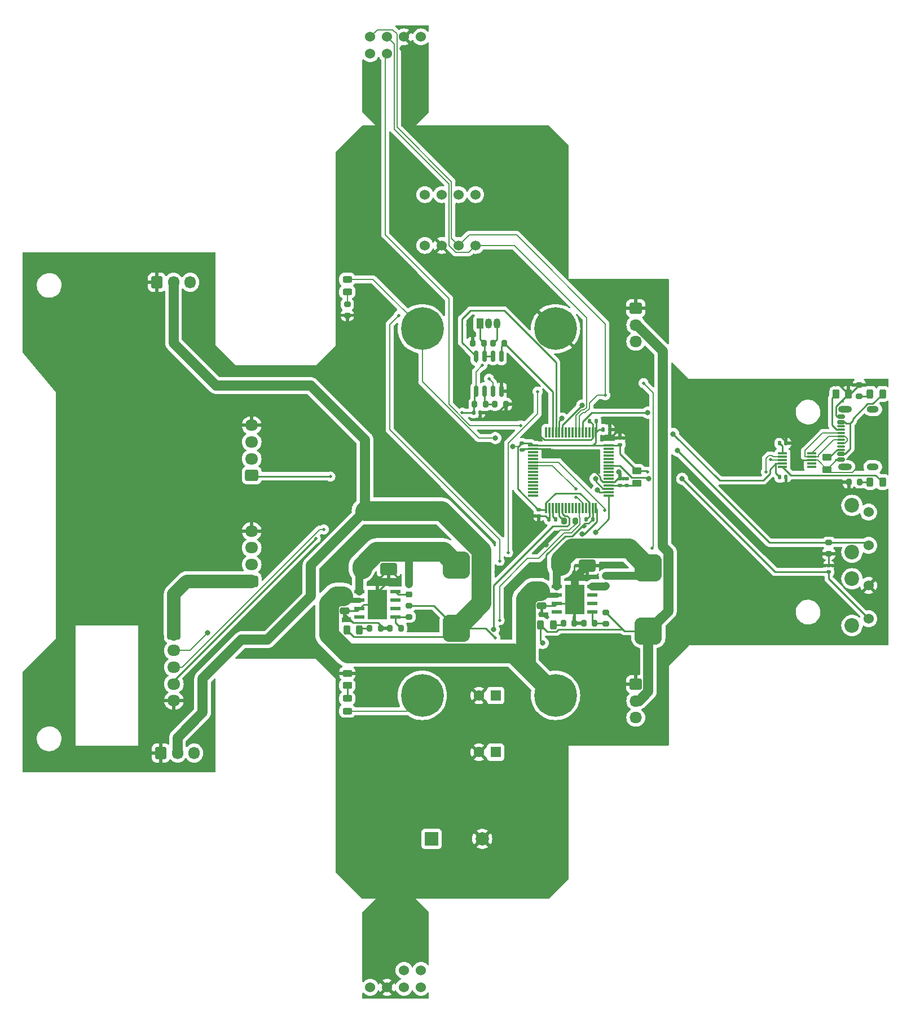
<source format=gbr>
%TF.GenerationSoftware,KiCad,Pcbnew,7.0.9*%
%TF.CreationDate,2025-01-29T15:25:45+09:00*%
%TF.ProjectId,01-MAIN,30312d4d-4149-44e2-9e6b-696361645f70,rev?*%
%TF.SameCoordinates,Original*%
%TF.FileFunction,Copper,L2,Bot*%
%TF.FilePolarity,Positive*%
%FSLAX46Y46*%
G04 Gerber Fmt 4.6, Leading zero omitted, Abs format (unit mm)*
G04 Created by KiCad (PCBNEW 7.0.9) date 2025-01-29 15:25:45*
%MOMM*%
%LPD*%
G01*
G04 APERTURE LIST*
G04 Aperture macros list*
%AMRoundRect*
0 Rectangle with rounded corners*
0 $1 Rounding radius*
0 $2 $3 $4 $5 $6 $7 $8 $9 X,Y pos of 4 corners*
0 Add a 4 corners polygon primitive as box body*
4,1,4,$2,$3,$4,$5,$6,$7,$8,$9,$2,$3,0*
0 Add four circle primitives for the rounded corners*
1,1,$1+$1,$2,$3*
1,1,$1+$1,$4,$5*
1,1,$1+$1,$6,$7*
1,1,$1+$1,$8,$9*
0 Add four rect primitives between the rounded corners*
20,1,$1+$1,$2,$3,$4,$5,0*
20,1,$1+$1,$4,$5,$6,$7,0*
20,1,$1+$1,$6,$7,$8,$9,0*
20,1,$1+$1,$8,$9,$2,$3,0*%
G04 Aperture macros list end*
%TA.AperFunction,ComponentPad*%
%ADD10RoundRect,0.250000X0.725000X-0.600000X0.725000X0.600000X-0.725000X0.600000X-0.725000X-0.600000X0*%
%TD*%
%TA.AperFunction,ComponentPad*%
%ADD11O,1.950000X1.700000*%
%TD*%
%TA.AperFunction,ComponentPad*%
%ADD12C,0.800000*%
%TD*%
%TA.AperFunction,ComponentPad*%
%ADD13C,6.400000*%
%TD*%
%TA.AperFunction,ComponentPad*%
%ADD14RoundRect,0.250000X-0.725000X0.600000X-0.725000X-0.600000X0.725000X-0.600000X0.725000X0.600000X0*%
%TD*%
%TA.AperFunction,ComponentPad*%
%ADD15RoundRect,0.250000X-0.675000X0.600000X-0.675000X-0.600000X0.675000X-0.600000X0.675000X0.600000X0*%
%TD*%
%TA.AperFunction,ComponentPad*%
%ADD16O,1.850000X1.700000*%
%TD*%
%TA.AperFunction,ComponentPad*%
%ADD17R,1.050000X1.500000*%
%TD*%
%TA.AperFunction,ComponentPad*%
%ADD18O,1.050000X1.500000*%
%TD*%
%TA.AperFunction,ComponentPad*%
%ADD19RoundRect,0.250000X-0.600000X-0.675000X0.600000X-0.675000X0.600000X0.675000X-0.600000X0.675000X0*%
%TD*%
%TA.AperFunction,ComponentPad*%
%ADD20O,1.700000X1.850000*%
%TD*%
%TA.AperFunction,ComponentPad*%
%ADD21R,1.600000X1.600000*%
%TD*%
%TA.AperFunction,ComponentPad*%
%ADD22C,1.600000*%
%TD*%
%TA.AperFunction,ComponentPad*%
%ADD23C,1.524000*%
%TD*%
%TA.AperFunction,ComponentPad*%
%ADD24R,2.000000X2.000000*%
%TD*%
%TA.AperFunction,ComponentPad*%
%ADD25C,2.000000*%
%TD*%
%TA.AperFunction,SMDPad,CuDef*%
%ADD26RoundRect,0.243750X-0.456250X0.243750X-0.456250X-0.243750X0.456250X-0.243750X0.456250X0.243750X0*%
%TD*%
%TA.AperFunction,SMDPad,CuDef*%
%ADD27RoundRect,0.140000X0.140000X0.170000X-0.140000X0.170000X-0.140000X-0.170000X0.140000X-0.170000X0*%
%TD*%
%TA.AperFunction,SMDPad,CuDef*%
%ADD28R,1.550000X0.600000*%
%TD*%
%TA.AperFunction,ComponentPad*%
%ADD29C,0.600000*%
%TD*%
%TA.AperFunction,SMDPad,CuDef*%
%ADD30R,2.600000X3.100000*%
%TD*%
%TA.AperFunction,SMDPad,CuDef*%
%ADD31R,2.950000X4.500000*%
%TD*%
%TA.AperFunction,SMDPad,CuDef*%
%ADD32RoundRect,0.140000X-0.170000X0.140000X-0.170000X-0.140000X0.170000X-0.140000X0.170000X0.140000X0*%
%TD*%
%TA.AperFunction,SMDPad,CuDef*%
%ADD33RoundRect,0.243750X0.243750X0.456250X-0.243750X0.456250X-0.243750X-0.456250X0.243750X-0.456250X0*%
%TD*%
%TA.AperFunction,SMDPad,CuDef*%
%ADD34RoundRect,0.225000X0.250000X-0.225000X0.250000X0.225000X-0.250000X0.225000X-0.250000X-0.225000X0*%
%TD*%
%TA.AperFunction,SMDPad,CuDef*%
%ADD35RoundRect,0.243750X-0.243750X-0.456250X0.243750X-0.456250X0.243750X0.456250X-0.243750X0.456250X0*%
%TD*%
%TA.AperFunction,SMDPad,CuDef*%
%ADD36RoundRect,0.250000X0.450000X-0.262500X0.450000X0.262500X-0.450000X0.262500X-0.450000X-0.262500X0*%
%TD*%
%TA.AperFunction,SMDPad,CuDef*%
%ADD37R,1.400000X0.300000*%
%TD*%
%TA.AperFunction,SMDPad,CuDef*%
%ADD38RoundRect,0.200000X-0.200000X-0.275000X0.200000X-0.275000X0.200000X0.275000X-0.200000X0.275000X0*%
%TD*%
%TA.AperFunction,SMDPad,CuDef*%
%ADD39RoundRect,0.250000X0.262500X0.450000X-0.262500X0.450000X-0.262500X-0.450000X0.262500X-0.450000X0*%
%TD*%
%TA.AperFunction,SMDPad,CuDef*%
%ADD40RoundRect,0.200000X0.275000X-0.200000X0.275000X0.200000X-0.275000X0.200000X-0.275000X-0.200000X0*%
%TD*%
%TA.AperFunction,ComponentPad*%
%ADD41C,2.200000*%
%TD*%
%TA.AperFunction,SMDPad,CuDef*%
%ADD42RoundRect,0.200000X-0.275000X0.200000X-0.275000X-0.200000X0.275000X-0.200000X0.275000X0.200000X0*%
%TD*%
%TA.AperFunction,SMDPad,CuDef*%
%ADD43RoundRect,1.025000X1.025000X-1.025000X1.025000X1.025000X-1.025000X1.025000X-1.025000X-1.025000X0*%
%TD*%
%TA.AperFunction,ComponentPad*%
%ADD44O,1.800000X1.000000*%
%TD*%
%TA.AperFunction,ComponentPad*%
%ADD45O,2.100000X1.000000*%
%TD*%
%TA.AperFunction,SMDPad,CuDef*%
%ADD46RoundRect,0.150000X-0.425000X0.150000X-0.425000X-0.150000X0.425000X-0.150000X0.425000X0.150000X0*%
%TD*%
%TA.AperFunction,SMDPad,CuDef*%
%ADD47RoundRect,0.075000X-0.500000X0.075000X-0.500000X-0.075000X0.500000X-0.075000X0.500000X0.075000X0*%
%TD*%
%TA.AperFunction,SMDPad,CuDef*%
%ADD48RoundRect,0.200000X0.200000X0.275000X-0.200000X0.275000X-0.200000X-0.275000X0.200000X-0.275000X0*%
%TD*%
%TA.AperFunction,SMDPad,CuDef*%
%ADD49RoundRect,0.075000X0.700000X0.075000X-0.700000X0.075000X-0.700000X-0.075000X0.700000X-0.075000X0*%
%TD*%
%TA.AperFunction,SMDPad,CuDef*%
%ADD50RoundRect,0.075000X0.075000X0.700000X-0.075000X0.700000X-0.075000X-0.700000X0.075000X-0.700000X0*%
%TD*%
%TA.AperFunction,SMDPad,CuDef*%
%ADD51RoundRect,0.140000X-0.140000X-0.170000X0.140000X-0.170000X0.140000X0.170000X-0.140000X0.170000X0*%
%TD*%
%TA.AperFunction,SMDPad,CuDef*%
%ADD52RoundRect,0.250000X-0.475000X0.250000X-0.475000X-0.250000X0.475000X-0.250000X0.475000X0.250000X0*%
%TD*%
%TA.AperFunction,SMDPad,CuDef*%
%ADD53RoundRect,0.150000X-0.150000X0.675000X-0.150000X-0.675000X0.150000X-0.675000X0.150000X0.675000X0*%
%TD*%
%TA.AperFunction,SMDPad,CuDef*%
%ADD54RoundRect,0.250000X-0.450000X0.262500X-0.450000X-0.262500X0.450000X-0.262500X0.450000X0.262500X0*%
%TD*%
%TA.AperFunction,SMDPad,CuDef*%
%ADD55RoundRect,0.140000X0.170000X-0.140000X0.170000X0.140000X-0.170000X0.140000X-0.170000X-0.140000X0*%
%TD*%
%TA.AperFunction,SMDPad,CuDef*%
%ADD56RoundRect,0.250000X-1.000000X-0.650000X1.000000X-0.650000X1.000000X0.650000X-1.000000X0.650000X0*%
%TD*%
%TA.AperFunction,SMDPad,CuDef*%
%ADD57RoundRect,0.243750X0.456250X-0.243750X0.456250X0.243750X-0.456250X0.243750X-0.456250X-0.243750X0*%
%TD*%
%TA.AperFunction,ViaPad*%
%ADD58C,0.800000*%
%TD*%
%TA.AperFunction,ViaPad*%
%ADD59C,0.500000*%
%TD*%
%TA.AperFunction,Conductor*%
%ADD60C,0.250000*%
%TD*%
%TA.AperFunction,Conductor*%
%ADD61C,0.200000*%
%TD*%
%TA.AperFunction,Conductor*%
%ADD62C,1.200000*%
%TD*%
%TA.AperFunction,Conductor*%
%ADD63C,2.000000*%
%TD*%
%TA.AperFunction,Conductor*%
%ADD64C,0.800000*%
%TD*%
%TA.AperFunction,Conductor*%
%ADD65C,3.000000*%
%TD*%
%TA.AperFunction,Conductor*%
%ADD66C,1.500000*%
%TD*%
G04 APERTURE END LIST*
D10*
%TO.P,J1,1,Pin_1*%
%TO.N,+5V*%
X104394000Y-94488000D03*
D11*
%TO.P,J1,2,Pin_2*%
%TO.N,UART4_TX*%
X104394000Y-91988000D03*
%TO.P,J1,3,Pin_3*%
%TO.N,UART4_RX*%
X104394000Y-89488000D03*
%TO.P,J1,4,Pin_4*%
%TO.N,GND*%
X104394000Y-86988000D03*
%TD*%
D12*
%TO.P,H4,1,1*%
%TO.N,+5V*%
X127600000Y-127500000D03*
X128302944Y-125802944D03*
X128302944Y-129197056D03*
X130000000Y-125100000D03*
D13*
X130000000Y-127500000D03*
D12*
X130000000Y-129900000D03*
X131697056Y-125802944D03*
X131697056Y-129197056D03*
X132400000Y-127500000D03*
%TD*%
D14*
%TO.P,J3,1,Pin_1*%
%TO.N,+5V*%
X92710000Y-118270000D03*
D11*
%TO.P,J3,2,Pin_2*%
%TO.N,+3V3*%
X92710000Y-120770000D03*
%TO.P,J3,3,Pin_3*%
%TO.N,UART2_TX*%
X92710000Y-123270000D03*
%TO.P,J3,4,Pin_4*%
%TO.N,UART2_RX*%
X92710000Y-125770000D03*
%TO.P,J3,5,Pin_5*%
%TO.N,GND*%
X92710000Y-128270000D03*
%TD*%
D15*
%TO.P,J5,1,Pin_1*%
%TO.N,GND*%
X162052000Y-69422000D03*
D16*
%TO.P,J5,2,Pin_2*%
%TO.N,Net-(D7-A)*%
X162052000Y-71922000D03*
%TO.P,J5,3,Pin_3*%
%TO.N,STS_SIG*%
X162052000Y-74422000D03*
%TD*%
D17*
%TO.P,Q1,1,E*%
%TO.N,Net-(Q1-E)*%
X138684000Y-71734000D03*
D18*
%TO.P,Q1,2,C*%
%TO.N,+5V*%
X139954000Y-71734000D03*
%TO.P,Q1,3,B*%
%TO.N,Net-(Q1-B)*%
X141224000Y-71734000D03*
%TD*%
D19*
%TO.P,J8,1,Pin_1*%
%TO.N,GND*%
X90170000Y-65532000D03*
D20*
%TO.P,J8,2,Pin_2*%
%TO.N,Net-(D8-A)*%
X92670000Y-65532000D03*
%TO.P,J8,3,Pin_3*%
%TO.N,STS_SIG*%
X95170000Y-65532000D03*
%TD*%
D19*
%TO.P,J7,1,Pin_1*%
%TO.N,GND*%
X90758000Y-136144000D03*
D20*
%TO.P,J7,2,Pin_2*%
%TO.N,Net-(D8-A)*%
X93258000Y-136144000D03*
%TO.P,J7,3,Pin_3*%
%TO.N,STS_SIG*%
X95758000Y-136144000D03*
%TD*%
D21*
%TO.P,C18,1*%
%TO.N,Net-(D7-A)*%
X141000000Y-136000000D03*
D22*
%TO.P,C18,2*%
%TO.N,GND*%
X138500000Y-136000000D03*
%TD*%
D12*
%TO.P,H2,1,1*%
%TO.N,GND*%
X147600000Y-72500000D03*
X148302944Y-70802944D03*
X148302944Y-74197056D03*
X150000000Y-70100000D03*
D13*
X150000000Y-72500000D03*
D12*
X150000000Y-74900000D03*
X151697056Y-70802944D03*
X151697056Y-74197056D03*
X152400000Y-72500000D03*
%TD*%
D23*
%TO.P,U5,1,3V3*%
%TO.N,+3V3*%
X122174000Y-171270000D03*
%TO.P,U5,2,GND*%
%TO.N,GND*%
X124714000Y-171270000D03*
%TO.P,U5,3,SCL*%
%TO.N,I2C1_SCL*%
X127254000Y-171270000D03*
%TO.P,U5,4,SDA*%
%TO.N,I2C1_SDA*%
X129794000Y-171270000D03*
%TO.P,U5,5,XSHUT*%
%TO.N,XSHUT2*%
X127254000Y-168730000D03*
%TO.P,U5,6,GPIO*%
%TO.N,unconnected-(U5-GPIO-Pad6)*%
X129794000Y-168730000D03*
%TD*%
D15*
%TO.P,J6,1,Pin_1*%
%TO.N,GND*%
X162052000Y-125810000D03*
D16*
%TO.P,J6,2,Pin_2*%
%TO.N,Net-(D7-A)*%
X162052000Y-128310000D03*
%TO.P,J6,3,Pin_3*%
%TO.N,STS_SIG*%
X162052000Y-130810000D03*
%TD*%
D12*
%TO.P,H3,1,1*%
%TO.N,+3V3*%
X127600000Y-72500000D03*
X128302944Y-70802944D03*
X128302944Y-74197056D03*
X130000000Y-70100000D03*
D13*
X130000000Y-72500000D03*
D12*
X130000000Y-74900000D03*
X131697056Y-70802944D03*
X131697056Y-74197056D03*
X132400000Y-72500000D03*
%TD*%
D23*
%TO.P,U3,1,3V3*%
%TO.N,+3V3*%
X129810000Y-28730000D03*
%TO.P,U3,2,GND*%
%TO.N,GND*%
X127270000Y-28730000D03*
%TO.P,U3,3,SCL*%
%TO.N,I2C1_SCL*%
X124730000Y-28730000D03*
%TO.P,U3,4,SDA*%
%TO.N,I2C1_SDA*%
X122190000Y-28730000D03*
%TO.P,U3,5,XSHUT*%
%TO.N,XSHUT1*%
X124730000Y-31270000D03*
%TO.P,U3,6,GPIO*%
%TO.N,unconnected-(U3-GPIO-Pad6)*%
X122190000Y-31270000D03*
%TD*%
D10*
%TO.P,J2,1,Pin_1*%
%TO.N,+5V*%
X104394000Y-110363000D03*
D11*
%TO.P,J2,2,Pin_2*%
%TO.N,UART5_TX*%
X104394000Y-107863000D03*
%TO.P,J2,3,Pin_3*%
%TO.N,UART5_RX*%
X104394000Y-105363000D03*
%TO.P,J2,4,Pin_4*%
%TO.N,GND*%
X104394000Y-102863000D03*
%TD*%
D23*
%TO.P,U4,1,VIN*%
%TO.N,+3V3*%
X130380000Y-60000000D03*
%TO.P,U4,2,GND*%
%TO.N,GND*%
X132920000Y-60000000D03*
%TO.P,U4,3,SDA*%
%TO.N,I2C1_SDA*%
X135460000Y-60000000D03*
%TO.P,U4,4,SCL*%
%TO.N,I2C1_SCL*%
X138000000Y-60000000D03*
%TO.P,U4,5,RST*%
%TO.N,unconnected-(U4-RST-Pad5)*%
X138000000Y-52380000D03*
%TO.P,U4,6,INT*%
%TO.N,unconnected-(U4-INT-Pad6)*%
X135460000Y-52380000D03*
%TO.P,U4,7,GND*%
%TO.N,unconnected-(U4-GND-Pad7)*%
X132920000Y-52380000D03*
%TO.P,U4,8,VOUT*%
%TO.N,unconnected-(U4-VOUT-Pad8)*%
X130380000Y-52380000D03*
%TD*%
D21*
%TO.P,C19,1*%
%TO.N,Net-(D8-A)*%
X141000000Y-127508000D03*
D22*
%TO.P,C19,2*%
%TO.N,GND*%
X138500000Y-127508000D03*
%TD*%
D24*
%TO.P,BZ1,1,-*%
%TO.N,buzzer*%
X131400000Y-149000000D03*
D25*
%TO.P,BZ1,2,+*%
%TO.N,GND*%
X139000000Y-149000000D03*
%TD*%
D12*
%TO.P,H1,1,1*%
%TO.N,VDD*%
X147600000Y-127500000D03*
X148302944Y-125802944D03*
X148302944Y-129197056D03*
X150000000Y-125100000D03*
D13*
X150000000Y-127500000D03*
D12*
X150000000Y-129900000D03*
X151697056Y-125802944D03*
X151697056Y-129197056D03*
X152400000Y-127500000D03*
%TD*%
D26*
%TO.P,D2,1,K*%
%TO.N,Net-(D2-K)*%
X118745000Y-127967500D03*
%TO.P,D2,2,A*%
%TO.N,+5V*%
X118745000Y-129842500D03*
%TD*%
D27*
%TO.P,C12,1*%
%TO.N,GND*%
X184601000Y-89688000D03*
%TO.P,C12,2*%
%TO.N,Net-(U6-V3)*%
X183641000Y-89688000D03*
%TD*%
D28*
%TO.P,U8,1,BOOT*%
%TO.N,Net-(U8-BOOT)*%
X125982000Y-111928000D03*
%TO.P,U8,2,NC*%
%TO.N,unconnected-(U8-NC-Pad2)*%
X125982000Y-113198000D03*
%TO.P,U8,3,NC*%
%TO.N,unconnected-(U8-NC-Pad3)*%
X125982000Y-114468000D03*
%TO.P,U8,4,VSENSE*%
%TO.N,Net-(U8-VSENSE)*%
X125982000Y-115738000D03*
%TO.P,U8,5,EN*%
%TO.N,unconnected-(U8-EN-Pad5)*%
X120582000Y-115738000D03*
%TO.P,U8,6,GND*%
%TO.N,GND*%
X120582000Y-114468000D03*
%TO.P,U8,7,VIN*%
%TO.N,VDD*%
X120582000Y-113198000D03*
%TO.P,U8,8,PH*%
%TO.N,Net-(D6-K)*%
X120582000Y-111928000D03*
D29*
%TO.P,U8,9,GNDPAD*%
%TO.N,GND*%
X123882000Y-115633000D03*
X123882000Y-114533000D03*
X123882000Y-113233000D03*
X123882000Y-112033000D03*
D30*
X123282000Y-113833000D03*
D31*
X123282000Y-113833000D03*
D29*
X122682000Y-115633000D03*
X122682000Y-114533000D03*
X122682000Y-113233000D03*
X122682000Y-112033000D03*
%TD*%
D32*
%TO.P,C10,1*%
%TO.N,GND*%
X159679000Y-95016000D03*
%TO.P,C10,2*%
%TO.N,Net-(U1-VDDA)*%
X159679000Y-95976000D03*
%TD*%
D33*
%TO.P,D7,1,K*%
%TO.N,Net-(D7-K)*%
X149636500Y-116916000D03*
%TO.P,D7,2,A*%
%TO.N,Net-(D7-A)*%
X147761500Y-116916000D03*
%TD*%
D34*
%TO.P,C17,1*%
%TO.N,Net-(U8-BOOT)*%
X128016000Y-112344000D03*
%TO.P,C17,2*%
%TO.N,Net-(D6-K)*%
X128016000Y-110794000D03*
%TD*%
D35*
%TO.P,D4,1,K*%
%TO.N,Net-(D4-K)*%
X197211500Y-95486000D03*
%TO.P,D4,2,A*%
%TO.N,Net-(D4-A)*%
X199086500Y-95486000D03*
%TD*%
D36*
%TO.P,R9,1*%
%TO.N,GND*%
X190754000Y-93622500D03*
%TO.P,R9,2*%
%TO.N,Net-(J4-CC2)*%
X190754000Y-91797500D03*
%TD*%
D37*
%TO.P,U6,1,UD+*%
%TO.N,D+*%
X188468000Y-91218000D03*
%TO.P,U6,2,UD-*%
%TO.N,D-*%
X188468000Y-91718000D03*
%TO.P,U6,3,GND*%
%TO.N,GND*%
X188468000Y-92218000D03*
%TO.P,U6,4,~{RTS}*%
%TO.N,unconnected-(U6-~{RTS}-Pad4)*%
X188468000Y-92718000D03*
%TO.P,U6,5,~{CTS}*%
%TO.N,unconnected-(U6-~{CTS}-Pad5)*%
X188468000Y-93218000D03*
%TO.P,U6,6,TNOW*%
%TO.N,Net-(D4-A)*%
X184068000Y-93218000D03*
%TO.P,U6,7,VCC*%
%TO.N,+5V*%
X184068000Y-92718000D03*
%TO.P,U6,8,TXD*%
%TO.N,UART1_RX*%
X184068000Y-92218000D03*
%TO.P,U6,9,RXD*%
%TO.N,UART1_TX*%
X184068000Y-91718000D03*
%TO.P,U6,10,V3*%
%TO.N,Net-(U6-V3)*%
X184068000Y-91218000D03*
%TD*%
D38*
%TO.P,R18,1*%
%TO.N,Net-(D8-K)*%
X122111000Y-117411000D03*
%TO.P,R18,2*%
%TO.N,GND*%
X123761000Y-117411000D03*
%TD*%
D28*
%TO.P,U7,1,BOOT*%
%TO.N,Net-(U7-BOOT)*%
X155555000Y-111179000D03*
%TO.P,U7,2,NC*%
%TO.N,unconnected-(U7-NC-Pad2)*%
X155555000Y-112449000D03*
%TO.P,U7,3,NC*%
%TO.N,unconnected-(U7-NC-Pad3)*%
X155555000Y-113719000D03*
%TO.P,U7,4,VSENSE*%
%TO.N,Net-(U7-VSENSE)*%
X155555000Y-114989000D03*
%TO.P,U7,5,EN*%
%TO.N,unconnected-(U7-EN-Pad5)*%
X150155000Y-114989000D03*
%TO.P,U7,6,GND*%
%TO.N,GND*%
X150155000Y-113719000D03*
%TO.P,U7,7,VIN*%
%TO.N,VDD*%
X150155000Y-112449000D03*
%TO.P,U7,8,PH*%
%TO.N,Net-(D5-K)*%
X150155000Y-111179000D03*
D29*
%TO.P,U7,9,GNDPAD*%
%TO.N,GND*%
X153455000Y-114884000D03*
X153455000Y-113784000D03*
X153455000Y-112484000D03*
X153455000Y-111284000D03*
D30*
X152855000Y-113084000D03*
D31*
X152855000Y-113084000D03*
D29*
X152255000Y-114884000D03*
X152255000Y-113784000D03*
X152255000Y-112484000D03*
X152255000Y-111284000D03*
%TD*%
D39*
%TO.P,R11,1*%
%TO.N,GND*%
X193952500Y-82296000D03*
%TO.P,R11,2*%
%TO.N,Net-(J4-CC1)*%
X192127500Y-82296000D03*
%TD*%
D40*
%TO.P,R7,1*%
%TO.N,GND*%
X118745000Y-70485000D03*
%TO.P,R7,2*%
%TO.N,Net-(D1-K)*%
X118745000Y-68835000D03*
%TD*%
D41*
%TO.P,SW1,*%
%TO.N,*%
X194500000Y-110000000D03*
X194500000Y-117000000D03*
D23*
%TO.P,SW1,1,1*%
%TO.N,GND*%
X197000000Y-111000000D03*
%TO.P,SW1,2,2*%
%TO.N,NRST*%
X197000000Y-116000000D03*
%TD*%
D27*
%TO.P,C4,1*%
%TO.N,GND*%
X155587000Y-101084000D03*
%TO.P,C4,2*%
%TO.N,+3V3*%
X154627000Y-101084000D03*
%TD*%
D38*
%TO.P,R17,1*%
%TO.N,Net-(D7-K)*%
X151176000Y-116662000D03*
%TO.P,R17,2*%
%TO.N,GND*%
X152826000Y-116662000D03*
%TD*%
D42*
%TO.P,R15,1*%
%TO.N,Net-(D8-A)*%
X128016000Y-114046000D03*
%TO.P,R15,2*%
%TO.N,Net-(U8-VSENSE)*%
X128016000Y-115696000D03*
%TD*%
D38*
%TO.P,R1,1*%
%TO.N,Net-(Q1-B)*%
X140653000Y-74676000D03*
%TO.P,R1,2*%
%TO.N,UART3_TX*%
X142303000Y-74676000D03*
%TD*%
%TO.P,R4,1*%
%TO.N,+5V*%
X137859000Y-83820000D03*
%TO.P,R4,2*%
%TO.N,Net-(U2-B)*%
X139509000Y-83820000D03*
%TD*%
D43*
%TO.P,L2,1*%
%TO.N,Net-(D6-K)*%
X135128000Y-107911000D03*
%TO.P,L2,2*%
%TO.N,Net-(D8-A)*%
X135128000Y-117411000D03*
%TD*%
D44*
%TO.P,J4,*%
%TO.N,*%
X197612000Y-84580000D03*
D45*
X193432000Y-84580000D03*
D44*
X197612000Y-93220000D03*
D45*
X193432000Y-93220000D03*
D46*
%TO.P,J4,A1,GND*%
%TO.N,GND*%
X192857000Y-85700000D03*
%TO.P,J4,A4,VBUS*%
%TO.N,Net-(D3-A)*%
X192857000Y-86500000D03*
D47*
%TO.P,J4,A5,CC1*%
%TO.N,Net-(J4-CC1)*%
X192857000Y-87650000D03*
%TO.P,J4,A6,D+*%
%TO.N,D+*%
X192857000Y-88650000D03*
%TO.P,J4,A7,D-*%
%TO.N,D-*%
X192857000Y-89150000D03*
%TO.P,J4,A8,SBU1*%
%TO.N,unconnected-(J4-SBU1-PadA8)*%
X192857000Y-90150000D03*
D46*
%TO.P,J4,A9,VBUS*%
%TO.N,Net-(D3-A)*%
X192857000Y-91300000D03*
%TO.P,J4,A12,GND*%
%TO.N,GND*%
X192857000Y-92100000D03*
%TO.P,J4,B1,GND*%
X192857000Y-92100000D03*
%TO.P,J4,B4,VBUS*%
%TO.N,Net-(D3-A)*%
X192857000Y-91300000D03*
D47*
%TO.P,J4,B5,CC2*%
%TO.N,Net-(J4-CC2)*%
X192857000Y-90650000D03*
%TO.P,J4,B6,D+*%
%TO.N,D+*%
X192857000Y-89650000D03*
%TO.P,J4,B7,D-*%
%TO.N,D-*%
X192857000Y-88150000D03*
%TO.P,J4,B8,SBU2*%
%TO.N,unconnected-(J4-SBU2-PadB8)*%
X192857000Y-87150000D03*
D46*
%TO.P,J4,B9,VBUS*%
%TO.N,Net-(D3-A)*%
X192857000Y-86500000D03*
%TO.P,J4,B12,GND*%
%TO.N,GND*%
X192857000Y-85700000D03*
%TD*%
D48*
%TO.P,R3,1*%
%TO.N,Net-(Q1-E)*%
X139255000Y-74676000D03*
%TO.P,R3,2*%
%TO.N,GND*%
X137605000Y-74676000D03*
%TD*%
D41*
%TO.P,SW2,*%
%TO.N,*%
X194500000Y-99000000D03*
X194500000Y-106000000D03*
D23*
%TO.P,SW2,1,1*%
%TO.N,+3V3*%
X197000000Y-100000000D03*
%TO.P,SW2,2,2*%
%TO.N,BOOT0*%
X197000000Y-105000000D03*
%TD*%
D49*
%TO.P,U1,1,VBAT*%
%TO.N,+3V3*%
X157988000Y-90004000D03*
%TO.P,U1,2,PC13*%
%TO.N,unconnected-(U1-PC13-Pad2)*%
X157988000Y-90504000D03*
%TO.P,U1,3,PC14*%
%TO.N,unconnected-(U1-PC14-Pad3)*%
X157988000Y-91004000D03*
%TO.P,U1,4,PC15*%
%TO.N,unconnected-(U1-PC15-Pad4)*%
X157988000Y-91504000D03*
%TO.P,U1,5,PH0*%
%TO.N,unconnected-(U1-PH0-Pad5)*%
X157988000Y-92004000D03*
%TO.P,U1,6,PH1*%
%TO.N,unconnected-(U1-PH1-Pad6)*%
X157988000Y-92504000D03*
%TO.P,U1,7,NRST*%
%TO.N,NRST*%
X157988000Y-93004000D03*
%TO.P,U1,8,PC0*%
%TO.N,unconnected-(U1-PC0-Pad8)*%
X157988000Y-93504000D03*
%TO.P,U1,9,PC1*%
%TO.N,unconnected-(U1-PC1-Pad9)*%
X157988000Y-94004000D03*
%TO.P,U1,10,PC2*%
%TO.N,unconnected-(U1-PC2-Pad10)*%
X157988000Y-94504000D03*
%TO.P,U1,11,PC3*%
%TO.N,unconnected-(U1-PC3-Pad11)*%
X157988000Y-95004000D03*
%TO.P,U1,12,VSSA*%
%TO.N,GND*%
X157988000Y-95504000D03*
%TO.P,U1,13,VDDA*%
%TO.N,Net-(U1-VDDA)*%
X157988000Y-96004000D03*
%TO.P,U1,14,PA0*%
%TO.N,UART4_TX*%
X157988000Y-96504000D03*
%TO.P,U1,15,PA1*%
%TO.N,UART4_RX*%
X157988000Y-97004000D03*
%TO.P,U1,16,PA2*%
%TO.N,UART2_TX*%
X157988000Y-97504000D03*
D50*
%TO.P,U1,17,PA3*%
%TO.N,UART2_RX*%
X156063000Y-99429000D03*
%TO.P,U1,18,VSS*%
%TO.N,GND*%
X155563000Y-99429000D03*
%TO.P,U1,19,VDD*%
%TO.N,+3V3*%
X155063000Y-99429000D03*
%TO.P,U1,20,PA4*%
%TO.N,unconnected-(U1-PA4-Pad20)*%
X154563000Y-99429000D03*
%TO.P,U1,21,PA5*%
%TO.N,XSHUT1*%
X154063000Y-99429000D03*
%TO.P,U1,22,PA6*%
%TO.N,XSHUT2*%
X153563000Y-99429000D03*
%TO.P,U1,23,PA7*%
%TO.N,unconnected-(U1-PA7-Pad23)*%
X153063000Y-99429000D03*
%TO.P,U1,24,PC4*%
%TO.N,unconnected-(U1-PC4-Pad24)*%
X152563000Y-99429000D03*
%TO.P,U1,25,PC5*%
%TO.N,unconnected-(U1-PC5-Pad25)*%
X152063000Y-99429000D03*
%TO.P,U1,26,PB0*%
%TO.N,unconnected-(U1-PB0-Pad26)*%
X151563000Y-99429000D03*
%TO.P,U1,27,PB1*%
%TO.N,buzzer*%
X151063000Y-99429000D03*
%TO.P,U1,28,PB2*%
%TO.N,Net-(U1-PB2)*%
X150563000Y-99429000D03*
%TO.P,U1,29,PB10*%
%TO.N,I2C2_SCL*%
X150063000Y-99429000D03*
%TO.P,U1,30,VCAP_1*%
%TO.N,Net-(U1-VCAP_1)*%
X149563000Y-99429000D03*
%TO.P,U1,31,VSS*%
%TO.N,GND*%
X149063000Y-99429000D03*
%TO.P,U1,32,VDD*%
%TO.N,+3V3*%
X148563000Y-99429000D03*
D49*
%TO.P,U1,33,PB12*%
%TO.N,unconnected-(U1-PB12-Pad33)*%
X146638000Y-97504000D03*
%TO.P,U1,34,PB13*%
%TO.N,unconnected-(U1-PB13-Pad34)*%
X146638000Y-97004000D03*
%TO.P,U1,35,PB14*%
%TO.N,unconnected-(U1-PB14-Pad35)*%
X146638000Y-96504000D03*
%TO.P,U1,36,PB15*%
%TO.N,unconnected-(U1-PB15-Pad36)*%
X146638000Y-96004000D03*
%TO.P,U1,37,PC6*%
%TO.N,UART6_TX*%
X146638000Y-95504000D03*
%TO.P,U1,38,PC7*%
%TO.N,UART6_RX*%
X146638000Y-95004000D03*
%TO.P,U1,39,PC8*%
%TO.N,unconnected-(U1-PC8-Pad39)*%
X146638000Y-94504000D03*
%TO.P,U1,40,PC9*%
%TO.N,unconnected-(U1-PC9-Pad40)*%
X146638000Y-94004000D03*
%TO.P,U1,41,PA8*%
%TO.N,unconnected-(U1-PA8-Pad41)*%
X146638000Y-93504000D03*
%TO.P,U1,42,PA9*%
%TO.N,UART1_TX*%
X146638000Y-93004000D03*
%TO.P,U1,43,PA10*%
%TO.N,UART1_RX*%
X146638000Y-92504000D03*
%TO.P,U1,44,PA11*%
%TO.N,unconnected-(U1-PA11-Pad44)*%
X146638000Y-92004000D03*
%TO.P,U1,45,PA12*%
%TO.N,unconnected-(U1-PA12-Pad45)*%
X146638000Y-91504000D03*
%TO.P,U1,46,PA13*%
%TO.N,unconnected-(U1-PA13-Pad46)*%
X146638000Y-91004000D03*
%TO.P,U1,47,VSS*%
%TO.N,GND*%
X146638000Y-90504000D03*
%TO.P,U1,48,VDD*%
%TO.N,+3V3*%
X146638000Y-90004000D03*
D50*
%TO.P,U1,49,PA14*%
%TO.N,unconnected-(U1-PA14-Pad49)*%
X148563000Y-88079000D03*
%TO.P,U1,50,PA15*%
%TO.N,unconnected-(U1-PA15-Pad50)*%
X149063000Y-88079000D03*
%TO.P,U1,51,PC10*%
%TO.N,UART3_TX*%
X149563000Y-88079000D03*
%TO.P,U1,52,PC11*%
%TO.N,UART3_RX*%
X150063000Y-88079000D03*
%TO.P,U1,53,PC12*%
%TO.N,UART5_TX*%
X150563000Y-88079000D03*
%TO.P,U1,54,PD2*%
%TO.N,UART5_RX*%
X151063000Y-88079000D03*
%TO.P,U1,55,PB3*%
%TO.N,I2C2_SDA*%
X151563000Y-88079000D03*
%TO.P,U1,56,PB4*%
%TO.N,unconnected-(U1-PB4-Pad56)*%
X152063000Y-88079000D03*
%TO.P,U1,57,PB5*%
%TO.N,unconnected-(U1-PB5-Pad57)*%
X152563000Y-88079000D03*
%TO.P,U1,58,PB6*%
%TO.N,I2C1_SCL*%
X153063000Y-88079000D03*
%TO.P,U1,59,PB7*%
%TO.N,I2C1_SDA*%
X153563000Y-88079000D03*
%TO.P,U1,60,BOOT0*%
%TO.N,BOOT0*%
X154063000Y-88079000D03*
%TO.P,U1,61,PB8*%
%TO.N,unconnected-(U1-PB8-Pad61)*%
X154563000Y-88079000D03*
%TO.P,U1,62,PB9*%
%TO.N,Battery_obs*%
X155063000Y-88079000D03*
%TO.P,U1,63,VSS*%
%TO.N,GND*%
X155563000Y-88079000D03*
%TO.P,U1,64,VDD*%
%TO.N,+3V3*%
X156063000Y-88079000D03*
%TD*%
D48*
%TO.P,R14,1*%
%TO.N,Net-(U7-VSENSE)*%
X155874000Y-116662000D03*
%TO.P,R14,2*%
%TO.N,GND*%
X154224000Y-116662000D03*
%TD*%
D32*
%TO.P,C11,1*%
%TO.N,GND*%
X160695000Y-95016000D03*
%TO.P,C11,2*%
%TO.N,Net-(U1-VDDA)*%
X160695000Y-95976000D03*
%TD*%
D51*
%TO.P,C9,1*%
%TO.N,+5V*%
X137724000Y-85090000D03*
%TO.P,C9,2*%
%TO.N,GND*%
X138684000Y-85090000D03*
%TD*%
D38*
%TO.P,R6,1*%
%TO.N,Net-(U1-PB2)*%
X151321000Y-101346000D03*
%TO.P,R6,2*%
%TO.N,GND*%
X152971000Y-101346000D03*
%TD*%
D52*
%TO.P,C15,1*%
%TO.N,VDD*%
X118364000Y-112905000D03*
%TO.P,C15,2*%
%TO.N,GND*%
X118364000Y-114805000D03*
%TD*%
D35*
%TO.P,D3,1,K*%
%TO.N,Net-(D3-K)*%
X197211500Y-82278000D03*
%TO.P,D3,2,A*%
%TO.N,Net-(D3-A)*%
X199086500Y-82278000D03*
%TD*%
D53*
%TO.P,U2,1,RO*%
%TO.N,UART3_RX*%
X138049000Y-76623000D03*
%TO.P,U2,2,~{RE}*%
%TO.N,Net-(Q1-E)*%
X139319000Y-76623000D03*
%TO.P,U2,3,DE*%
X140589000Y-76623000D03*
%TO.P,U2,4,DI*%
%TO.N,UART3_TX*%
X141859000Y-76623000D03*
%TO.P,U2,5,GND*%
%TO.N,GND*%
X141859000Y-81873000D03*
%TO.P,U2,6,A*%
%TO.N,STS_SIG*%
X140589000Y-81873000D03*
%TO.P,U2,7,B*%
%TO.N,Net-(U2-B)*%
X139319000Y-81873000D03*
%TO.P,U2,8,VCC*%
%TO.N,+5V*%
X138049000Y-81873000D03*
%TD*%
D42*
%TO.P,R13,1*%
%TO.N,Net-(D7-A)*%
X157589000Y-115075000D03*
%TO.P,R13,2*%
%TO.N,Net-(U7-VSENSE)*%
X157589000Y-116725000D03*
%TD*%
D52*
%TO.P,C14,1*%
%TO.N,VDD*%
X147937000Y-112156000D03*
%TO.P,C14,2*%
%TO.N,GND*%
X147937000Y-114056000D03*
%TD*%
D54*
%TO.P,R8,1*%
%TO.N,GND*%
X118745000Y-124182500D03*
%TO.P,R8,2*%
%TO.N,Net-(D2-K)*%
X118745000Y-126007500D03*
%TD*%
D33*
%TO.P,D8,1,K*%
%TO.N,Net-(D8-K)*%
X120571500Y-117665000D03*
%TO.P,D8,2,A*%
%TO.N,Net-(D8-A)*%
X118696500Y-117665000D03*
%TD*%
D34*
%TO.P,C16,1*%
%TO.N,Net-(U7-BOOT)*%
X157589000Y-111087000D03*
%TO.P,C16,2*%
%TO.N,Net-(D5-K)*%
X157589000Y-109537000D03*
%TD*%
D55*
%TO.P,C5,1*%
%TO.N,GND*%
X147487000Y-100576000D03*
%TO.P,C5,2*%
%TO.N,+3V3*%
X147487000Y-99616000D03*
%TD*%
D42*
%TO.P,R2,1*%
%TO.N,BOOT0*%
X191008000Y-104585000D03*
%TO.P,R2,2*%
%TO.N,GND*%
X191008000Y-106235000D03*
%TD*%
D48*
%TO.P,R12,1*%
%TO.N,Net-(D4-K)*%
X195672000Y-95486000D03*
%TO.P,R12,2*%
%TO.N,GND*%
X194022000Y-95486000D03*
%TD*%
D51*
%TO.P,C13,1*%
%TO.N,+5V*%
X183641000Y-94768000D03*
%TO.P,C13,2*%
%TO.N,GND*%
X184601000Y-94768000D03*
%TD*%
D40*
%TO.P,R10,1*%
%TO.N,Net-(D3-K)*%
X195580000Y-82613000D03*
%TO.P,R10,2*%
%TO.N,GND*%
X195580000Y-80963000D03*
%TD*%
D48*
%TO.P,R16,1*%
%TO.N,Net-(U8-VSENSE)*%
X126809000Y-117411000D03*
%TO.P,R16,2*%
%TO.N,GND*%
X125159000Y-117411000D03*
%TD*%
D55*
%TO.P,C6,1*%
%TO.N,GND*%
X144947000Y-90642000D03*
%TO.P,C6,2*%
%TO.N,+3V3*%
X144947000Y-89682000D03*
%TD*%
D32*
%TO.P,C1,1*%
%TO.N,GND*%
X191000000Y-108000000D03*
%TO.P,C1,2*%
%TO.N,NRST*%
X191000000Y-108960000D03*
%TD*%
D56*
%TO.P,D6,1,K*%
%TO.N,Net-(D6-K)*%
X120936000Y-108521000D03*
%TO.P,D6,2,A*%
%TO.N,GND*%
X124936000Y-108521000D03*
%TD*%
D48*
%TO.P,R5,1*%
%TO.N,GND*%
X142557000Y-83820000D03*
%TO.P,R5,2*%
%TO.N,Net-(U2-B)*%
X140907000Y-83820000D03*
%TD*%
D56*
%TO.P,D5,1,K*%
%TO.N,Net-(D5-K)*%
X150763000Y-108026000D03*
%TO.P,D5,2,A*%
%TO.N,GND*%
X154763000Y-108026000D03*
%TD*%
D51*
%TO.P,C8,1*%
%TO.N,GND*%
X155135000Y-86352000D03*
%TO.P,C8,2*%
%TO.N,+3V3*%
X156095000Y-86352000D03*
%TD*%
D27*
%TO.P,C2,1*%
%TO.N,Net-(U1-VCAP_1)*%
X149999000Y-101084000D03*
%TO.P,C2,2*%
%TO.N,GND*%
X149039000Y-101084000D03*
%TD*%
D32*
%TO.P,C3,1*%
%TO.N,GND*%
X159679000Y-88920000D03*
%TO.P,C3,2*%
%TO.N,+3V3*%
X159679000Y-89880000D03*
%TD*%
D54*
%TO.P,FB1,1*%
%TO.N,+3V3*%
X162219000Y-93821500D03*
%TO.P,FB1,2*%
%TO.N,Net-(U1-VDDA)*%
X162219000Y-95646500D03*
%TD*%
D43*
%TO.P,L1,1*%
%TO.N,Net-(D5-K)*%
X163939000Y-108356000D03*
%TO.P,L1,2*%
%TO.N,Net-(D7-A)*%
X163939000Y-117856000D03*
%TD*%
D51*
%TO.P,C7,1*%
%TO.N,+3V3*%
X157167000Y-87622000D03*
%TO.P,C7,2*%
%TO.N,GND*%
X158127000Y-87622000D03*
%TD*%
D57*
%TO.P,D1,1,K*%
%TO.N,Net-(D1-K)*%
X118745000Y-66977500D03*
%TO.P,D1,2,A*%
%TO.N,+3V3*%
X118745000Y-65102500D03*
%TD*%
D58*
%TO.N,buzzer*%
X140720299Y-117597701D03*
%TO.N,GND*%
X137000000Y-72000000D03*
X180086000Y-92456000D03*
X141224000Y-108966000D03*
X132080000Y-117602000D03*
X157734000Y-86106000D03*
X127000000Y-30480000D03*
X168148000Y-79502000D03*
X166370000Y-73152000D03*
X127000000Y-87630000D03*
X140970000Y-100965000D03*
X196596000Y-90678000D03*
X142748000Y-118618000D03*
X162560000Y-86360000D03*
X125000000Y-156000000D03*
X159512000Y-93980000D03*
X128524000Y-117602000D03*
X199136000Y-80518000D03*
X143510000Y-77470000D03*
X147828000Y-115316000D03*
X137922000Y-143002000D03*
X144526000Y-104902000D03*
X130048000Y-166370000D03*
X128905000Y-76835000D03*
X144145000Y-85090000D03*
X148556858Y-104868858D03*
X175260000Y-93980000D03*
X157988000Y-88900000D03*
X148590000Y-109728000D03*
X171196000Y-89916000D03*
X168148000Y-84582000D03*
X144018000Y-98044000D03*
X92000000Y-109000000D03*
X149606000Y-90932000D03*
X186182000Y-92964000D03*
X126492000Y-109982000D03*
X178562000Y-81026000D03*
X154432000Y-93726000D03*
X122936000Y-109728000D03*
X146812000Y-87376000D03*
X163576000Y-92456000D03*
X192024000Y-80772000D03*
X93000000Y-79000000D03*
X129540000Y-115062000D03*
X117856000Y-108204000D03*
X142875000Y-88265000D03*
X126365000Y-79375000D03*
%TO.N,NRST*%
X164000000Y-95000000D03*
X169000000Y-95000000D03*
%TO.N,+3V3*%
X140970000Y-88900000D03*
D59*
X163830000Y-93980000D03*
D58*
X97790000Y-118110000D03*
X143574500Y-90170000D03*
D59*
%TO.N,+5V*%
X139000000Y-78000000D03*
X116205000Y-94672683D03*
D58*
X167640000Y-88265000D03*
D59*
X136000000Y-85090000D03*
D58*
%TO.N,Net-(D7-A)*%
X148082000Y-119634000D03*
D59*
%TO.N,Net-(D8-A)*%
X140970000Y-118872000D03*
D58*
%TO.N,UART4_TX*%
X156000000Y-95000000D03*
%TO.N,UART4_RX*%
X156308319Y-96691681D03*
%TO.N,UART5_TX*%
X150975048Y-85975048D03*
%TO.N,UART5_RX*%
X154000000Y-84000000D03*
D59*
%TO.N,UART2_TX*%
X115242104Y-102601500D03*
D58*
X156000000Y-103000000D03*
%TO.N,UART2_RX*%
X154002107Y-103326500D03*
D59*
X114000000Y-104000000D03*
%TO.N,STS_SIG*%
X163195000Y-80645000D03*
X140000000Y-80000000D03*
X164465000Y-105410000D03*
D58*
%TO.N,BOOT0*%
X168275000Y-90775500D03*
X163830000Y-85090000D03*
D59*
%TO.N,XSHUT1*%
X153035000Y-97790000D03*
X144780000Y-86995000D03*
%TO.N,XSHUT2*%
X141605000Y-116205000D03*
%TO.N,UART1_TX*%
X181610000Y-93980000D03*
X153043875Y-96511125D03*
%TO.N,UART1_RX*%
X157413500Y-99695000D03*
X182245000Y-92075000D03*
%TO.N,I2C1_SCL*%
X126476895Y-70485000D03*
X141605000Y-107315000D03*
%TO.N,I2C1_SDA*%
X142875000Y-106045000D03*
X157480000Y-82480686D03*
X147320000Y-81915000D03*
%TD*%
D60*
%TO.N,buzzer*%
X151744004Y-100546000D02*
X152046000Y-100847996D01*
X152046000Y-101844004D02*
X151744004Y-102146000D01*
X151337236Y-100546000D02*
X151744004Y-100546000D01*
X149568000Y-102146000D02*
X140720299Y-110993701D01*
X151063000Y-99429000D02*
X151063000Y-100271764D01*
X140720299Y-110993701D02*
X140720299Y-117597701D01*
X151063000Y-100271764D02*
X151337236Y-100546000D01*
X151744004Y-102146000D02*
X149568000Y-102146000D01*
X152046000Y-100847996D02*
X152046000Y-101844004D01*
%TO.N,GND*%
X148320236Y-89179000D02*
X146812000Y-87670764D01*
D61*
X190754000Y-93622500D02*
X191151500Y-94020000D01*
D60*
X191008000Y-106235000D02*
X191008000Y-107992000D01*
X149063000Y-101060000D02*
X149039000Y-101084000D01*
X155587000Y-99453000D02*
X155563000Y-99429000D01*
X148590000Y-106426000D02*
X148590000Y-109728000D01*
X123282000Y-113833000D02*
X123282000Y-112033000D01*
X122936000Y-109728000D02*
X123729000Y-109728000D01*
X121217000Y-113833000D02*
X120582000Y-114468000D01*
X154224000Y-116662000D02*
X152826000Y-116662000D01*
X152220000Y-113719000D02*
X152855000Y-113084000D01*
X155563000Y-88921764D02*
X155305764Y-89179000D01*
D61*
X137605000Y-74676000D02*
X137605000Y-72605000D01*
X194524000Y-94020000D02*
X196596000Y-91948000D01*
D60*
X156725000Y-95083764D02*
X156725000Y-94699695D01*
X148531000Y-100576000D02*
X149039000Y-101084000D01*
X193952500Y-82296000D02*
X192057000Y-84191500D01*
D61*
X152971000Y-101346000D02*
X152971000Y-101821000D01*
D60*
X154386688Y-101719000D02*
X152504688Y-103601000D01*
X123729000Y-109728000D02*
X124936000Y-108521000D01*
X149063000Y-99429000D02*
X149063000Y-101060000D01*
X154963490Y-101719000D02*
X154386688Y-101719000D01*
X155751305Y-93726000D02*
X154432000Y-93726000D01*
X125031000Y-108521000D02*
X126492000Y-109982000D01*
X125333000Y-109982000D02*
X126492000Y-109982000D01*
D61*
X192857000Y-92100000D02*
X192276500Y-92100000D01*
D60*
X178562000Y-83339001D02*
X178562000Y-81026000D01*
X141287000Y-85090000D02*
X142557000Y-83820000D01*
X149178000Y-90504000D02*
X149606000Y-90932000D01*
X193952500Y-82296000D02*
X194247000Y-82296000D01*
X123282000Y-113833000D02*
X121217000Y-113833000D01*
D61*
X152971000Y-101821000D02*
X152068000Y-102724000D01*
D60*
X147937000Y-115207000D02*
X147828000Y-115316000D01*
D61*
X196596000Y-91948000D02*
X196596000Y-90678000D01*
D60*
X118364000Y-114805000D02*
X118364000Y-115305000D01*
X146812000Y-87670764D02*
X146812000Y-87376000D01*
X118364000Y-114805000D02*
X120245000Y-114805000D01*
X124206000Y-117411000D02*
X123761000Y-117411000D01*
X155587000Y-101084000D02*
X155587000Y-101095490D01*
X147487000Y-100576000D02*
X148531000Y-100576000D01*
X119645000Y-116586000D02*
X123381000Y-116586000D01*
X157988000Y-95504000D02*
X157145236Y-95504000D01*
X191008000Y-107992000D02*
X191000000Y-108000000D01*
D61*
X189349500Y-92218000D02*
X190754000Y-93622500D01*
X188468000Y-92218000D02*
X189349500Y-92218000D01*
D60*
X159679000Y-95016000D02*
X159318764Y-95016000D01*
X120245000Y-114805000D02*
X120582000Y-114468000D01*
X159318764Y-95016000D02*
X158830764Y-95504000D01*
X151415000Y-103601000D02*
X148590000Y-106426000D01*
X146550000Y-100576000D02*
X144018000Y-98044000D01*
X160695000Y-95016000D02*
X159679000Y-95016000D01*
X193952500Y-82296000D02*
X192428500Y-80772000D01*
X192057000Y-85474999D02*
X192282001Y-85700000D01*
X186182000Y-92964000D02*
X186928000Y-92218000D01*
X155563000Y-86780000D02*
X155563000Y-88079000D01*
X138684000Y-85090000D02*
X141287000Y-85090000D01*
X192057000Y-84191500D02*
X192057000Y-85474999D01*
X156725000Y-94699695D02*
X155751305Y-93726000D01*
X194247000Y-82296000D02*
X195580000Y-80963000D01*
X118364000Y-115305000D02*
X119645000Y-116586000D01*
X123282000Y-112033000D02*
X125333000Y-109982000D01*
X146638000Y-90504000D02*
X149178000Y-90504000D01*
X158830764Y-95504000D02*
X157988000Y-95504000D01*
X147937000Y-114056000D02*
X149818000Y-114056000D01*
X144947000Y-90642000D02*
X145085000Y-90504000D01*
X145085000Y-90504000D02*
X146638000Y-90504000D01*
X125159000Y-117411000D02*
X124206000Y-117411000D01*
X155587000Y-101095490D02*
X154963490Y-101719000D01*
X147487000Y-100576000D02*
X146550000Y-100576000D01*
X155305764Y-89179000D02*
X148320236Y-89179000D01*
D61*
X150701716Y-102724000D02*
X148556858Y-104868858D01*
D60*
X157145236Y-95504000D02*
X156725000Y-95083764D01*
D61*
X137605000Y-72605000D02*
X137000000Y-72000000D01*
D60*
X147937000Y-114056000D02*
X147937000Y-115207000D01*
D62*
X152855000Y-109934000D02*
X152855000Y-113084000D01*
D60*
X155135000Y-86352000D02*
X155563000Y-86780000D01*
X192428500Y-80772000D02*
X192024000Y-80772000D01*
X186928000Y-92218000D02*
X188468000Y-92218000D01*
X149818000Y-114056000D02*
X150155000Y-113719000D01*
D61*
X191151500Y-94020000D02*
X194524000Y-94020000D01*
D60*
X155563000Y-88079000D02*
X155563000Y-88921764D01*
X124936000Y-108521000D02*
X125031000Y-108521000D01*
X184601000Y-89378001D02*
X178562000Y-83339001D01*
D61*
X192276500Y-92100000D02*
X190754000Y-93622500D01*
D60*
X152504688Y-103601000D02*
X151415000Y-103601000D01*
X155587000Y-101084000D02*
X155587000Y-99453000D01*
D62*
X154763000Y-108026000D02*
X152855000Y-109934000D01*
D60*
X150155000Y-113719000D02*
X152220000Y-113719000D01*
X123381000Y-116586000D02*
X124206000Y-117411000D01*
X192282001Y-85700000D02*
X192857000Y-85700000D01*
D61*
X152068000Y-102724000D02*
X150701716Y-102724000D01*
D60*
X184601000Y-89688000D02*
X184601000Y-89378001D01*
%TO.N,NRST*%
X161459490Y-94809000D02*
X163809000Y-94809000D01*
X169000000Y-95000000D02*
X182960000Y-108960000D01*
X163809000Y-94809000D02*
X164000000Y-95000000D01*
X157988000Y-93004000D02*
X159654490Y-93004000D01*
X191000000Y-108960000D02*
X191000000Y-110000000D01*
X191000000Y-110000000D02*
X197000000Y-116000000D01*
X159654490Y-93004000D02*
X161459490Y-94809000D01*
X182960000Y-108960000D02*
X191000000Y-108960000D01*
%TO.N,Net-(U1-VCAP_1)*%
X149999000Y-101084000D02*
X149563000Y-100648000D01*
X149563000Y-100648000D02*
X149563000Y-99429000D01*
%TO.N,+3V3*%
X159679000Y-89880000D02*
X159679000Y-91281500D01*
X155063000Y-100648000D02*
X155063000Y-99429000D01*
X159555000Y-90004000D02*
X159679000Y-89880000D01*
X157988000Y-90004000D02*
X154305000Y-90004000D01*
X154627000Y-101084000D02*
X155063000Y-100648000D01*
X163671500Y-93821500D02*
X163830000Y-93980000D01*
D61*
X97790000Y-118110000D02*
X95130000Y-120770000D01*
X144459000Y-90170000D02*
X144947000Y-89682000D01*
D60*
X157167000Y-87622000D02*
X156520000Y-87622000D01*
D61*
X130000000Y-72500000D02*
X130000000Y-80433504D01*
X143574500Y-90170000D02*
X144459000Y-90170000D01*
D60*
X148376000Y-99616000D02*
X148563000Y-99429000D01*
X149994236Y-97155000D02*
X148563000Y-98586236D01*
D61*
X118745000Y-65102500D02*
X122602500Y-65102500D01*
D60*
X157988000Y-90004000D02*
X159555000Y-90004000D01*
X147407236Y-99616000D02*
X147487000Y-99616000D01*
X153631764Y-97155000D02*
X149994236Y-97155000D01*
D61*
X138466496Y-88900000D02*
X140970000Y-88900000D01*
D60*
X144312000Y-90305510D02*
X144312000Y-96520764D01*
X156520000Y-87622000D02*
X156063000Y-88079000D01*
X146638000Y-90004000D02*
X154305000Y-90004000D01*
X144312000Y-96520764D02*
X147407236Y-99616000D01*
X144947000Y-89682000D02*
X144935510Y-89682000D01*
X155063000Y-99429000D02*
X155063000Y-98586236D01*
X144935510Y-89682000D02*
X144312000Y-90305510D01*
X155614000Y-90004000D02*
X156063000Y-89555000D01*
D61*
X130000000Y-80433504D02*
X138466496Y-88900000D01*
D60*
X156095000Y-88047000D02*
X156063000Y-88079000D01*
X154305000Y-90004000D02*
X155614000Y-90004000D01*
X146316000Y-89682000D02*
X146638000Y-90004000D01*
X159679000Y-91281500D02*
X162219000Y-93821500D01*
X148563000Y-98586236D02*
X148563000Y-99429000D01*
X156095000Y-86352000D02*
X156095000Y-88047000D01*
X144947000Y-89682000D02*
X146316000Y-89682000D01*
D61*
X95130000Y-120770000D02*
X92710000Y-120770000D01*
X122602500Y-65102500D02*
X130000000Y-72500000D01*
D60*
X162219000Y-93821500D02*
X163671500Y-93821500D01*
X156063000Y-89555000D02*
X156063000Y-88079000D01*
X155063000Y-98586236D02*
X153631764Y-97155000D01*
X147487000Y-99616000D02*
X148376000Y-99616000D01*
%TO.N,+5V*%
X137859000Y-82063000D02*
X138049000Y-81873000D01*
X116147317Y-94615000D02*
X104521000Y-94615000D01*
X181153173Y-95250000D02*
X174625000Y-95250000D01*
X137859000Y-83820000D02*
X137859000Y-82063000D01*
X137724000Y-85090000D02*
X137724000Y-83955000D01*
X104521000Y-94615000D02*
X104394000Y-94488000D01*
X183043000Y-94170000D02*
X183641000Y-94768000D01*
D63*
X94637000Y-110363000D02*
X92710000Y-112290000D01*
D60*
X174625000Y-95250000D02*
X167640000Y-88265000D01*
X183068000Y-92718000D02*
X182185000Y-93601000D01*
X136000000Y-85090000D02*
X137724000Y-85090000D01*
X137724000Y-83955000D02*
X137859000Y-83820000D01*
D63*
X104394000Y-110363000D02*
X94637000Y-110363000D01*
D60*
X182185000Y-94218173D02*
X181153173Y-95250000D01*
D61*
X118745000Y-129842500D02*
X127657500Y-129842500D01*
D60*
X183043000Y-92743000D02*
X183043000Y-94170000D01*
D61*
X127657500Y-129842500D02*
X130000000Y-127500000D01*
D60*
X184068000Y-92718000D02*
X183068000Y-92718000D01*
X116205000Y-94672683D02*
X116147317Y-94615000D01*
X182185000Y-93601000D02*
X182185000Y-94218173D01*
X183068000Y-92718000D02*
X183043000Y-92743000D01*
D63*
X92710000Y-112290000D02*
X92710000Y-118270000D01*
D61*
X139000000Y-78000000D02*
X138049000Y-78951000D01*
X138049000Y-78951000D02*
X138049000Y-81873000D01*
D60*
%TO.N,Net-(U1-VDDA)*%
X160695000Y-95976000D02*
X159679000Y-95976000D01*
X161889500Y-95976000D02*
X162219000Y-95646500D01*
X159651000Y-96004000D02*
X157988000Y-96004000D01*
X159679000Y-95976000D02*
X159651000Y-96004000D01*
X160695000Y-95976000D02*
X161889500Y-95976000D01*
%TO.N,Net-(U6-V3)*%
X184068000Y-91218000D02*
X184068000Y-90115000D01*
X184068000Y-90115000D02*
X183641000Y-89688000D01*
D64*
%TO.N,VDD*%
X118657000Y-113198000D02*
X118364000Y-112905000D01*
D65*
X145512000Y-112991356D02*
X146647356Y-111856000D01*
X117074356Y-112605000D02*
X118107000Y-112605000D01*
X145512000Y-123012000D02*
X145512000Y-112991356D01*
D64*
X150155000Y-112449000D02*
X148230000Y-112449000D01*
D65*
X118736868Y-121161000D02*
X115939000Y-118363132D01*
D64*
X148230000Y-112449000D02*
X147937000Y-112156000D01*
D65*
X150000000Y-127500000D02*
X143661000Y-121161000D01*
X143661000Y-121161000D02*
X118736868Y-121161000D01*
X115939000Y-118363132D02*
X115939000Y-113740356D01*
X150000000Y-127500000D02*
X145512000Y-123012000D01*
X115939000Y-113740356D02*
X117074356Y-112605000D01*
X146647356Y-111856000D02*
X147637000Y-111856000D01*
D64*
X120582000Y-113198000D02*
X118657000Y-113198000D01*
D62*
%TO.N,Net-(U7-BOOT)*%
X155555000Y-111179000D02*
X157497000Y-111179000D01*
X157497000Y-111179000D02*
X157589000Y-111087000D01*
D65*
%TO.N,Net-(D5-K)*%
X150763000Y-107126000D02*
X150763000Y-108026000D01*
D62*
X150155000Y-108634000D02*
X150763000Y-108026000D01*
D65*
X152463000Y-105426000D02*
X150763000Y-107126000D01*
X161009000Y-105426000D02*
X152463000Y-105426000D01*
D62*
X150155000Y-111179000D02*
X150155000Y-108634000D01*
X157589000Y-109537000D02*
X162758000Y-109537000D01*
D65*
X163939000Y-108356000D02*
X161009000Y-105426000D01*
D62*
X162758000Y-109537000D02*
X163939000Y-108356000D01*
D60*
%TO.N,Net-(U8-BOOT)*%
X126398000Y-112344000D02*
X125982000Y-111928000D01*
X128016000Y-112344000D02*
X126398000Y-112344000D01*
D65*
%TO.N,Net-(D6-K)*%
X135128000Y-107911000D02*
X133138000Y-105921000D01*
D62*
X120582000Y-111928000D02*
X120582000Y-108875000D01*
D65*
X133138000Y-105921000D02*
X128016000Y-105921000D01*
D62*
X128016000Y-110794000D02*
X128016000Y-105921000D01*
D65*
X120936000Y-108106356D02*
X120936000Y-108521000D01*
D62*
X120582000Y-108875000D02*
X120936000Y-108521000D01*
D65*
X123121356Y-105921000D02*
X120936000Y-108106356D01*
X128016000Y-105921000D02*
X123121356Y-105921000D01*
D60*
%TO.N,Net-(D7-A)*%
X148082000Y-119634000D02*
X147761500Y-119313500D01*
X147761500Y-116916000D02*
X148786500Y-117941000D01*
X148786500Y-117941000D02*
X150122588Y-117941000D01*
X150122588Y-117941000D02*
X150461588Y-117602000D01*
X150461588Y-117602000D02*
X160116000Y-117602000D01*
D66*
X162530984Y-128310000D02*
X163939000Y-126901984D01*
D60*
X157589000Y-115075000D02*
X160370000Y-117856000D01*
D66*
X162052000Y-71922000D02*
X162172584Y-71922000D01*
D60*
X160116000Y-117602000D02*
X160370000Y-117856000D01*
D66*
X162172584Y-71922000D02*
X166116000Y-75865416D01*
X166939000Y-105979000D02*
X166939000Y-114856000D01*
X166116000Y-75865416D02*
X166116000Y-105156000D01*
D60*
X147761500Y-119313500D02*
X147761500Y-116916000D01*
D66*
X166939000Y-114856000D02*
X163939000Y-117856000D01*
X166116000Y-105156000D02*
X166939000Y-105979000D01*
X163939000Y-126901984D02*
X163939000Y-117856000D01*
D60*
X160370000Y-117856000D02*
X163939000Y-117856000D01*
D66*
X162052000Y-128310000D02*
X162530984Y-128310000D01*
%TO.N,Net-(D8-A)*%
X92670000Y-74636000D02*
X92670000Y-65532000D01*
X93258000Y-133818000D02*
X97028000Y-130048000D01*
D60*
X118696500Y-117665000D02*
X119721500Y-118690000D01*
D66*
X121412000Y-89154000D02*
X113284000Y-81026000D01*
X113284000Y-112627000D02*
X113284000Y-107950000D01*
D60*
X139509000Y-117411000D02*
X140970000Y-118872000D01*
D66*
X113284000Y-107950000D02*
X121412000Y-99822000D01*
D60*
X131763000Y-114046000D02*
X135128000Y-117411000D01*
D66*
X99060000Y-81026000D02*
X92670000Y-74636000D01*
X93258000Y-136144000D02*
X93258000Y-133818000D01*
X106785000Y-119126000D02*
X113284000Y-112627000D01*
D65*
X138878000Y-105750252D02*
X138878000Y-113661000D01*
D66*
X113284000Y-81026000D02*
X99060000Y-81026000D01*
X97028000Y-124968000D02*
X102870000Y-119126000D01*
D60*
X119721500Y-118690000D02*
X133849000Y-118690000D01*
D65*
X121412000Y-99822000D02*
X132949748Y-99822000D01*
D66*
X121412000Y-99822000D02*
X121412000Y-89154000D01*
D60*
X135128000Y-117411000D02*
X139509000Y-117411000D01*
D65*
X138878000Y-113661000D02*
X135128000Y-117411000D01*
D66*
X97028000Y-130048000D02*
X97028000Y-124968000D01*
D60*
X128016000Y-114046000D02*
X131763000Y-114046000D01*
D66*
X102870000Y-119126000D02*
X106785000Y-119126000D01*
D60*
X133849000Y-118690000D02*
X135128000Y-117411000D01*
D65*
X132949748Y-99822000D02*
X138878000Y-105750252D01*
D61*
%TO.N,Net-(D1-K)*%
X118745000Y-66977500D02*
X118745000Y-68835000D01*
D60*
%TO.N,Net-(D2-K)*%
X118745000Y-126007500D02*
X118745000Y-127967500D01*
%TO.N,Net-(D3-K)*%
X195580000Y-82613000D02*
X196876500Y-82613000D01*
X196876500Y-82613000D02*
X197211500Y-82278000D01*
%TO.N,Net-(D4-K)*%
X197211500Y-95486000D02*
X195672000Y-95486000D01*
%TO.N,Net-(D4-A)*%
X199086500Y-95486000D02*
X198061500Y-94461000D01*
X185311000Y-94461000D02*
X184068000Y-93218000D01*
X198061500Y-94461000D02*
X185311000Y-94461000D01*
%TO.N,Net-(D7-K)*%
X150922000Y-116916000D02*
X151176000Y-116662000D01*
X149636500Y-116916000D02*
X150922000Y-116916000D01*
%TO.N,Net-(D8-K)*%
X122111000Y-117411000D02*
X120825500Y-117411000D01*
X120825500Y-117411000D02*
X120571500Y-117665000D01*
%TO.N,UART4_TX*%
X157145236Y-96504000D02*
X157988000Y-96504000D01*
X156000000Y-95358764D02*
X157145236Y-96504000D01*
X156000000Y-95000000D02*
X156000000Y-95358764D01*
%TO.N,UART4_RX*%
X156308319Y-96691681D02*
X156620638Y-97004000D01*
X156620638Y-97004000D02*
X157988000Y-97004000D01*
%TO.N,UART5_TX*%
X150563000Y-88079000D02*
X150563000Y-86387096D01*
X150563000Y-86387096D02*
X150975048Y-85975048D01*
%TO.N,UART5_RX*%
X153974695Y-84000000D02*
X151063000Y-86911695D01*
X154000000Y-84000000D02*
X153974695Y-84000000D01*
X151063000Y-86911695D02*
X151063000Y-88079000D01*
D61*
%TO.N,UART2_TX*%
X114620682Y-102601500D02*
X115242104Y-102601500D01*
X93952182Y-123270000D02*
X114620682Y-102601500D01*
D60*
X156000000Y-103000000D02*
X157988000Y-101012000D01*
X157988000Y-101012000D02*
X157988000Y-97504000D01*
D61*
X92710000Y-123270000D02*
X93952182Y-123270000D01*
D60*
%TO.N,UART2_RX*%
X114000000Y-104000000D02*
X92710000Y-125290000D01*
X154315990Y-103326500D02*
X154002107Y-103326500D01*
X156213000Y-101429490D02*
X154315990Y-103326500D01*
X92710000Y-125290000D02*
X92710000Y-125770000D01*
X156213000Y-99579000D02*
X156213000Y-101429490D01*
X156063000Y-99429000D02*
X156213000Y-99579000D01*
%TO.N,Net-(J4-CC1)*%
X192127500Y-82296000D02*
X191516000Y-82907500D01*
X192214236Y-87650000D02*
X192857000Y-87650000D01*
X191516000Y-86951764D02*
X192214236Y-87650000D01*
X191516000Y-82907500D02*
X191516000Y-86951764D01*
D61*
%TO.N,D+*%
X193796949Y-88982539D02*
X193796949Y-89317461D01*
X191036000Y-88650000D02*
X188468000Y-91218000D01*
X193464410Y-88650000D02*
X193796949Y-88982539D01*
X193796949Y-89317461D02*
X193464410Y-89650000D01*
X192857000Y-88650000D02*
X191036000Y-88650000D01*
X192857000Y-88650000D02*
X193464410Y-88650000D01*
X193464410Y-89650000D02*
X192857000Y-89650000D01*
%TO.N,D-*%
X187468000Y-90768000D02*
X187468000Y-91668000D01*
X192857000Y-89150000D02*
X192855000Y-89152000D01*
X192857000Y-88150000D02*
X190086000Y-88150000D01*
X187468000Y-91668000D02*
X187518000Y-91718000D01*
X190086000Y-88150000D02*
X187468000Y-90768000D01*
X189468000Y-91456000D02*
X191774000Y-89150000D01*
X188468000Y-91718000D02*
X189418000Y-91718000D01*
X189468000Y-91668000D02*
X189468000Y-91456000D01*
X189418000Y-91718000D02*
X189468000Y-91668000D01*
X187518000Y-91718000D02*
X188468000Y-91718000D01*
X191774000Y-89150000D02*
X192857000Y-89150000D01*
D60*
%TO.N,Net-(J4-CC2)*%
X191108592Y-91797500D02*
X192256092Y-90650000D01*
X190754000Y-91797500D02*
X191108592Y-91797500D01*
X192256092Y-90650000D02*
X192857000Y-90650000D01*
D61*
%TO.N,STS_SIG*%
X164700000Y-105175000D02*
X164465000Y-105410000D01*
X140589000Y-80589000D02*
X140589000Y-81873000D01*
X164700000Y-82150000D02*
X164700000Y-105175000D01*
X163195000Y-80645000D02*
X164700000Y-82150000D01*
X140000000Y-80000000D02*
X140589000Y-80589000D01*
D60*
%TO.N,Net-(Q1-E)*%
X139319000Y-74740000D02*
X139255000Y-74676000D01*
X138684000Y-74105000D02*
X138684000Y-71734000D01*
X139319000Y-76623000D02*
X139319000Y-74740000D01*
X139319000Y-76623000D02*
X140589000Y-76623000D01*
X139255000Y-74676000D02*
X138684000Y-74105000D01*
%TO.N,Net-(Q1-B)*%
X141224000Y-74105000D02*
X141224000Y-71734000D01*
X140653000Y-74676000D02*
X141224000Y-74105000D01*
%TO.N,UART3_TX*%
X149563000Y-88079000D02*
X149563000Y-81936000D01*
X149563000Y-81936000D02*
X142303000Y-74676000D01*
X141859000Y-75120000D02*
X142303000Y-74676000D01*
X141859000Y-76623000D02*
X141859000Y-75120000D01*
%TO.N,BOOT0*%
X191018000Y-104575000D02*
X196575000Y-104575000D01*
X168275000Y-90775500D02*
X182084500Y-104585000D01*
X191008000Y-104585000D02*
X191018000Y-104575000D01*
X154063000Y-88079000D02*
X154063000Y-86452510D01*
X182084500Y-104585000D02*
X191008000Y-104585000D01*
X155425510Y-85090000D02*
X163830000Y-85090000D01*
X196575000Y-104575000D02*
X197000000Y-105000000D01*
X154063000Y-86452510D02*
X155425510Y-85090000D01*
%TO.N,Net-(U2-B)*%
X139319000Y-81873000D02*
X139319000Y-83630000D01*
X139509000Y-83820000D02*
X140907000Y-83820000D01*
X139319000Y-83630000D02*
X139509000Y-83820000D01*
%TO.N,Net-(U1-PB2)*%
X150563000Y-100588000D02*
X150563000Y-99429000D01*
X151321000Y-101346000D02*
X150563000Y-100588000D01*
%TO.N,Net-(U7-VSENSE)*%
X155874000Y-116662000D02*
X157526000Y-116662000D01*
X155555000Y-116343000D02*
X155874000Y-116662000D01*
X157526000Y-116662000D02*
X157589000Y-116725000D01*
X155555000Y-114989000D02*
X155555000Y-116343000D01*
%TO.N,Net-(U8-VSENSE)*%
X125982000Y-116584000D02*
X126809000Y-117411000D01*
X126024000Y-115696000D02*
X125982000Y-115738000D01*
X125982000Y-115738000D02*
X125982000Y-116584000D01*
X128016000Y-115696000D02*
X126024000Y-115696000D01*
D61*
%TO.N,XSHUT1*%
X153231410Y-97790000D02*
X153035000Y-97790000D01*
X133985000Y-67945000D02*
X124460000Y-58420000D01*
X124460000Y-31540000D02*
X124730000Y-31270000D01*
X154063000Y-99429000D02*
X154063000Y-98621590D01*
X124460000Y-58420000D02*
X124460000Y-31540000D01*
X154063000Y-98621590D02*
X153231410Y-97790000D01*
X133985000Y-83852818D02*
X133985000Y-67945000D01*
X137127182Y-86995000D02*
X133985000Y-83852818D01*
X144780000Y-86995000D02*
X137127182Y-86995000D01*
%TO.N,XSHUT2*%
X153563000Y-99429000D02*
X153563000Y-100750352D01*
X141605000Y-111125000D02*
X141605000Y-116205000D01*
X153563000Y-100750352D02*
X153671000Y-100858352D01*
X147480960Y-106934000D02*
X145796000Y-106934000D01*
X151290960Y-103124000D02*
X147480960Y-106934000D01*
X153671000Y-100858352D02*
X153671000Y-101833648D01*
X145796000Y-106934000D02*
X141605000Y-111125000D01*
X153671000Y-101833648D02*
X152380648Y-103124000D01*
X152380648Y-103124000D02*
X151290960Y-103124000D01*
%TO.N,UART1_TX*%
X184068000Y-91718000D02*
X182665818Y-91718000D01*
X182017182Y-91525000D02*
X181610000Y-91932182D01*
X181610000Y-91932182D02*
X181610000Y-93980000D01*
X153043875Y-96511125D02*
X149536750Y-93004000D01*
X149536750Y-93004000D02*
X146638000Y-93004000D01*
X182472818Y-91525000D02*
X182017182Y-91525000D01*
X182665818Y-91718000D02*
X182472818Y-91525000D01*
%TO.N,UART1_RX*%
X182245000Y-92075000D02*
X182388000Y-92218000D01*
X182388000Y-92218000D02*
X184068000Y-92218000D01*
X157480000Y-99628500D02*
X157413500Y-99695000D01*
X150445410Y-92504000D02*
X157480000Y-99538590D01*
X157480000Y-99538590D02*
X157480000Y-99628500D01*
X146638000Y-92504000D02*
X150445410Y-92504000D01*
D60*
%TO.N,UART3_RX*%
X150063000Y-77548103D02*
X150063000Y-88079000D01*
X142272346Y-69757449D02*
X150063000Y-77548103D01*
X138049000Y-76623000D02*
X138049000Y-77447999D01*
X136000000Y-71000000D02*
X137242551Y-69757449D01*
X136000000Y-74574000D02*
X136000000Y-71000000D01*
X138049000Y-76623000D02*
X136000000Y-74574000D01*
X137242551Y-69757449D02*
X142272346Y-69757449D01*
D61*
%TO.N,I2C1_SCL*%
X153063000Y-88079000D02*
X153063000Y-85512735D01*
X153875735Y-84700000D02*
X154289950Y-84700000D01*
X125792000Y-42607000D02*
X133985000Y-50800000D01*
X154700000Y-84289950D02*
X154700000Y-70880000D01*
X154289950Y-84700000D02*
X154700000Y-84289950D01*
X133985000Y-60026895D02*
X135020105Y-61062000D01*
X153063000Y-85512735D02*
X153875735Y-84700000D01*
X125095000Y-87630000D02*
X141605000Y-104140000D01*
X136938000Y-61062000D02*
X138000000Y-60000000D01*
X125095000Y-71866895D02*
X125095000Y-87630000D01*
X143820000Y-60000000D02*
X138000000Y-60000000D01*
X133985000Y-50800000D02*
X133985000Y-60026895D01*
X154700000Y-70880000D02*
X143820000Y-60000000D01*
X125792000Y-29792000D02*
X125792000Y-42607000D01*
X141605000Y-104140000D02*
X141605000Y-107315000D01*
X124730000Y-28730000D02*
X125792000Y-29792000D01*
X135020105Y-61062000D02*
X136938000Y-61062000D01*
X126476895Y-70485000D02*
X125095000Y-71866895D01*
%TO.N,I2C1_SDA*%
X154455636Y-85100000D02*
X155100000Y-84455635D01*
X157480000Y-71755000D02*
X144145000Y-58420000D01*
X122190000Y-28730000D02*
X123252000Y-27668000D01*
X154041421Y-85100000D02*
X154455636Y-85100000D01*
X144145000Y-58420000D02*
X137040000Y-58420000D01*
X126208000Y-28290105D02*
X126208000Y-42271000D01*
X157480000Y-82480686D02*
X157480000Y-71755000D01*
X142875000Y-89677818D02*
X147320000Y-85232818D01*
X134385000Y-50448000D02*
X134385000Y-58925000D01*
X126208000Y-42271000D02*
X134385000Y-50448000D01*
X155100000Y-83660000D02*
X156279314Y-82480686D01*
X153563000Y-85578421D02*
X154041421Y-85100000D01*
X142875000Y-106045000D02*
X142875000Y-89677818D01*
X147320000Y-85232818D02*
X147320000Y-81915000D01*
X125585895Y-27668000D02*
X126208000Y-28290105D01*
X153563000Y-88079000D02*
X153563000Y-85578421D01*
X134385000Y-58925000D02*
X135460000Y-60000000D01*
X155100000Y-84455635D02*
X155100000Y-83660000D01*
X156279314Y-82480686D02*
X157480000Y-82480686D01*
X137040000Y-58420000D02*
X135460000Y-60000000D01*
X123252000Y-27668000D02*
X125585895Y-27668000D01*
D60*
%TO.N,Net-(D3-A)*%
X192857000Y-91300000D02*
X193431999Y-91300000D01*
X199086500Y-82278000D02*
X197609500Y-83755000D01*
X194632000Y-85993274D02*
X194632000Y-86299949D01*
X194221949Y-90510050D02*
X194221949Y-86710000D01*
X193431999Y-86500000D02*
X192857000Y-86500000D01*
X193431999Y-91300000D02*
X194221949Y-90510050D01*
X197609500Y-83755000D02*
X196870274Y-83755000D01*
X196870274Y-83755000D02*
X194632000Y-85993274D01*
X194221949Y-86710000D02*
X193641999Y-86710000D01*
X194632000Y-86299949D02*
X194221949Y-86710000D01*
X193641999Y-86710000D02*
X193431999Y-86500000D01*
%TD*%
%TA.AperFunction,Conductor*%
%TO.N,GND*%
G36*
X125765740Y-171968187D02*
G01*
X125765742Y-171968186D01*
X125811093Y-171903420D01*
X125811100Y-171903408D01*
X125871342Y-171774219D01*
X125917514Y-171721779D01*
X125984707Y-171702627D01*
X126051588Y-171722842D01*
X126096106Y-171774219D01*
X126156464Y-171903658D01*
X126156468Y-171903666D01*
X126283170Y-172084615D01*
X126283175Y-172084621D01*
X126439378Y-172240824D01*
X126439384Y-172240829D01*
X126620333Y-172367531D01*
X126620335Y-172367532D01*
X126620338Y-172367534D01*
X126820550Y-172460894D01*
X127033932Y-172518070D01*
X127191123Y-172531822D01*
X127253998Y-172537323D01*
X127254000Y-172537323D01*
X127254002Y-172537323D01*
X127309017Y-172532509D01*
X127474068Y-172518070D01*
X127687450Y-172460894D01*
X127887662Y-172367534D01*
X128068620Y-172240826D01*
X128224826Y-172084620D01*
X128351534Y-171903662D01*
X128411618Y-171774811D01*
X128457790Y-171722371D01*
X128524983Y-171703219D01*
X128591865Y-171723435D01*
X128636382Y-171774811D01*
X128696464Y-171903658D01*
X128696468Y-171903666D01*
X128823170Y-172084615D01*
X128823175Y-172084621D01*
X128979378Y-172240824D01*
X128979384Y-172240829D01*
X129160333Y-172367531D01*
X129160335Y-172367532D01*
X129160338Y-172367534D01*
X129360550Y-172460894D01*
X129573932Y-172518070D01*
X129731123Y-172531822D01*
X129793998Y-172537323D01*
X129794000Y-172537323D01*
X129794002Y-172537323D01*
X129849017Y-172532509D01*
X130014068Y-172518070D01*
X130227450Y-172460894D01*
X130427662Y-172367534D01*
X130608620Y-172240826D01*
X130764826Y-172084620D01*
X130773924Y-172071625D01*
X130828499Y-172028001D01*
X130897998Y-172020806D01*
X130960353Y-172052327D01*
X130995768Y-172112556D01*
X130999500Y-172142748D01*
X130999500Y-172875500D01*
X130979815Y-172942539D01*
X130927011Y-172988294D01*
X130875500Y-172999500D01*
X121124500Y-172999500D01*
X121057461Y-172979815D01*
X121011706Y-172927011D01*
X121000500Y-172875500D01*
X121000500Y-172181308D01*
X121020185Y-172114269D01*
X121072989Y-172068514D01*
X121142147Y-172058570D01*
X121205703Y-172087595D01*
X121212181Y-172093627D01*
X121359378Y-172240824D01*
X121359384Y-172240829D01*
X121540333Y-172367531D01*
X121540335Y-172367532D01*
X121540338Y-172367534D01*
X121740550Y-172460894D01*
X121953932Y-172518070D01*
X122111123Y-172531822D01*
X122173998Y-172537323D01*
X122174000Y-172537323D01*
X122174002Y-172537323D01*
X122229017Y-172532509D01*
X122394068Y-172518070D01*
X122607450Y-172460894D01*
X122807662Y-172367534D01*
X122988620Y-172240826D01*
X123144826Y-172084620D01*
X123271534Y-171903662D01*
X123331894Y-171774218D01*
X123378066Y-171721779D01*
X123445259Y-171702627D01*
X123512141Y-171722843D01*
X123556658Y-171774219D01*
X123616899Y-171903407D01*
X123616900Y-171903409D01*
X123662258Y-171968187D01*
X124329096Y-171301349D01*
X124329051Y-171301898D01*
X124360266Y-171425162D01*
X124429813Y-171531612D01*
X124530157Y-171609713D01*
X124650422Y-171651000D01*
X124686553Y-171651000D01*
X124015811Y-172321741D01*
X124080582Y-172367094D01*
X124080592Y-172367100D01*
X124280715Y-172460419D01*
X124280729Y-172460424D01*
X124494013Y-172517573D01*
X124494023Y-172517575D01*
X124713999Y-172536821D01*
X124714001Y-172536821D01*
X124933976Y-172517575D01*
X124933986Y-172517573D01*
X125147270Y-172460424D01*
X125147284Y-172460419D01*
X125347408Y-172367100D01*
X125347420Y-172367093D01*
X125412186Y-172321742D01*
X125412187Y-172321740D01*
X124741448Y-171651000D01*
X124745569Y-171651000D01*
X124839421Y-171635339D01*
X124951251Y-171574820D01*
X125037371Y-171481269D01*
X125088448Y-171364823D01*
X125094105Y-171296552D01*
X125765740Y-171968187D01*
G37*
%TD.AperFunction*%
%TA.AperFunction,Conductor*%
G36*
X167571703Y-91341602D02*
G01*
X167582645Y-91352338D01*
X167617709Y-91391280D01*
X167669129Y-91448388D01*
X167822265Y-91559648D01*
X167822270Y-91559651D01*
X167995192Y-91636642D01*
X167995197Y-91636644D01*
X168180354Y-91676000D01*
X168239548Y-91676000D01*
X168306587Y-91695685D01*
X168327229Y-91712319D01*
X181583697Y-104968788D01*
X181593522Y-104981051D01*
X181593743Y-104980869D01*
X181598714Y-104986878D01*
X181624717Y-105011295D01*
X181649135Y-105034226D01*
X181670029Y-105055120D01*
X181675511Y-105059373D01*
X181679943Y-105063157D01*
X181713918Y-105095062D01*
X181731476Y-105104714D01*
X181747735Y-105115395D01*
X181763564Y-105127673D01*
X181806338Y-105146182D01*
X181811556Y-105148738D01*
X181852408Y-105171197D01*
X181871816Y-105176180D01*
X181890217Y-105182480D01*
X181908604Y-105190437D01*
X181951988Y-105197308D01*
X181954619Y-105197725D01*
X181960339Y-105198909D01*
X182005481Y-105210500D01*
X182025516Y-105210500D01*
X182044914Y-105212026D01*
X182064694Y-105215159D01*
X182064695Y-105215160D01*
X182064695Y-105215159D01*
X182064696Y-105215160D01*
X182111084Y-105210775D01*
X182116922Y-105210500D01*
X190116480Y-105210500D01*
X190183519Y-105230185D01*
X190204161Y-105246819D01*
X190280015Y-105322673D01*
X190313500Y-105383996D01*
X190308516Y-105453688D01*
X190280015Y-105498035D01*
X190177928Y-105600121D01*
X190177927Y-105600122D01*
X190089980Y-105745604D01*
X190039409Y-105907893D01*
X190033000Y-105978427D01*
X190033000Y-105985000D01*
X191982999Y-105985000D01*
X191982999Y-105978417D01*
X191976591Y-105907897D01*
X191976590Y-105907892D01*
X191926018Y-105745603D01*
X191838072Y-105600122D01*
X191735984Y-105498034D01*
X191702499Y-105436711D01*
X191707483Y-105367019D01*
X191735983Y-105322673D01*
X191787516Y-105271141D01*
X191821840Y-105236818D01*
X191883163Y-105203333D01*
X191909520Y-105200500D01*
X192913215Y-105200500D01*
X192980254Y-105220185D01*
X193026009Y-105272989D01*
X193035953Y-105342147D01*
X193027776Y-105371952D01*
X192973127Y-105503885D01*
X192973127Y-105503887D01*
X192914317Y-105748848D01*
X192894551Y-106000000D01*
X192914317Y-106251151D01*
X192973126Y-106496110D01*
X193069533Y-106728859D01*
X193201160Y-106943653D01*
X193201161Y-106943656D01*
X193234692Y-106982915D01*
X193364776Y-107135224D01*
X193509520Y-107258847D01*
X193556343Y-107298838D01*
X193556346Y-107298839D01*
X193771140Y-107430466D01*
X193965817Y-107511103D01*
X194003889Y-107526873D01*
X194248852Y-107585683D01*
X194500000Y-107605449D01*
X194751148Y-107585683D01*
X194996111Y-107526873D01*
X195228859Y-107430466D01*
X195443659Y-107298836D01*
X195635224Y-107135224D01*
X195798836Y-106943659D01*
X195930466Y-106728859D01*
X196026873Y-106496111D01*
X196085683Y-106251148D01*
X196094777Y-106135587D01*
X196119661Y-106070302D01*
X196175892Y-106028831D01*
X196245618Y-106024344D01*
X196289515Y-106043742D01*
X196366338Y-106097534D01*
X196566550Y-106190894D01*
X196779932Y-106248070D01*
X196927852Y-106261011D01*
X196999998Y-106267323D01*
X197000000Y-106267323D01*
X197000002Y-106267323D01*
X197072148Y-106261011D01*
X197220068Y-106248070D01*
X197433450Y-106190894D01*
X197633662Y-106097534D01*
X197814620Y-105970826D01*
X197970826Y-105814620D01*
X198097534Y-105633662D01*
X198190894Y-105433450D01*
X198248070Y-105220068D01*
X198263004Y-105049363D01*
X198267323Y-105000002D01*
X198267323Y-104999997D01*
X198254393Y-104852205D01*
X198248070Y-104779932D01*
X198190894Y-104566550D01*
X198097534Y-104366339D01*
X197980677Y-104199449D01*
X197970827Y-104185381D01*
X197909332Y-104123886D01*
X197814620Y-104029174D01*
X197814616Y-104029171D01*
X197814615Y-104029170D01*
X197633666Y-103902468D01*
X197633662Y-103902466D01*
X197630750Y-103901108D01*
X197433450Y-103809106D01*
X197433447Y-103809105D01*
X197433445Y-103809104D01*
X197220070Y-103751930D01*
X197220062Y-103751929D01*
X197000002Y-103732677D01*
X196999998Y-103732677D01*
X196779937Y-103751929D01*
X196779929Y-103751930D01*
X196566554Y-103809104D01*
X196566548Y-103809107D01*
X196366340Y-103902465D01*
X196366338Y-103902466D01*
X196355195Y-103910269D01*
X196331192Y-103927075D01*
X196264988Y-103949402D01*
X196260071Y-103949500D01*
X191889519Y-103949500D01*
X191822480Y-103929815D01*
X191801842Y-103913185D01*
X191718185Y-103829528D01*
X191572606Y-103741522D01*
X191410196Y-103690914D01*
X191410194Y-103690913D01*
X191410192Y-103690913D01*
X191360778Y-103686423D01*
X191339616Y-103684500D01*
X190676384Y-103684500D01*
X190657145Y-103686248D01*
X190605807Y-103690913D01*
X190443393Y-103741522D01*
X190297811Y-103829530D01*
X190297810Y-103829531D01*
X190204161Y-103923181D01*
X190142838Y-103956666D01*
X190116480Y-103959500D01*
X182394953Y-103959500D01*
X182327914Y-103939815D01*
X182307272Y-103923181D01*
X177384091Y-99000000D01*
X192894551Y-99000000D01*
X192914317Y-99251151D01*
X192973126Y-99496110D01*
X193069533Y-99728859D01*
X193201160Y-99943653D01*
X193201161Y-99943656D01*
X193201164Y-99943659D01*
X193364776Y-100135224D01*
X193418803Y-100181367D01*
X193556343Y-100298838D01*
X193556346Y-100298839D01*
X193771140Y-100430466D01*
X193840407Y-100459157D01*
X194003889Y-100526873D01*
X194248852Y-100585683D01*
X194500000Y-100605449D01*
X194751148Y-100585683D01*
X194996111Y-100526873D01*
X195228859Y-100430466D01*
X195443659Y-100298836D01*
X195562258Y-100197542D01*
X195626014Y-100168974D01*
X195695100Y-100179411D01*
X195747576Y-100225541D01*
X195762560Y-100259741D01*
X195809104Y-100433444D01*
X195809105Y-100433446D01*
X195809106Y-100433450D01*
X195880093Y-100585682D01*
X195902466Y-100633662D01*
X195902468Y-100633666D01*
X196029170Y-100814615D01*
X196029175Y-100814621D01*
X196185378Y-100970824D01*
X196185384Y-100970829D01*
X196366333Y-101097531D01*
X196366335Y-101097532D01*
X196366338Y-101097534D01*
X196566550Y-101190894D01*
X196779932Y-101248070D01*
X196933567Y-101261511D01*
X196999998Y-101267323D01*
X197000000Y-101267323D01*
X197000002Y-101267323D01*
X197066433Y-101261511D01*
X197220068Y-101248070D01*
X197433450Y-101190894D01*
X197633662Y-101097534D01*
X197814620Y-100970826D01*
X197970826Y-100814620D01*
X198097534Y-100633662D01*
X198190894Y-100433450D01*
X198248070Y-100220068D01*
X198265647Y-100019158D01*
X198267323Y-100000002D01*
X198267323Y-99999997D01*
X198254812Y-99856993D01*
X198248070Y-99779932D01*
X198190894Y-99566550D01*
X198097534Y-99366339D01*
X197970826Y-99185380D01*
X197814620Y-99029174D01*
X197814616Y-99029171D01*
X197814615Y-99029170D01*
X197633666Y-98902468D01*
X197633662Y-98902466D01*
X197552050Y-98864410D01*
X197433450Y-98809106D01*
X197433447Y-98809105D01*
X197433445Y-98809104D01*
X197220070Y-98751930D01*
X197220062Y-98751929D01*
X197000002Y-98732677D01*
X196999998Y-98732677D01*
X196779937Y-98751929D01*
X196779929Y-98751930D01*
X196566554Y-98809104D01*
X196566548Y-98809107D01*
X196366340Y-98902465D01*
X196366338Y-98902466D01*
X196289518Y-98956256D01*
X196223311Y-98978584D01*
X196155544Y-98961572D01*
X196107732Y-98910624D01*
X196094777Y-98864413D01*
X196085683Y-98748852D01*
X196026873Y-98503889D01*
X195969833Y-98366181D01*
X195930466Y-98271140D01*
X195802129Y-98061715D01*
X195798838Y-98056345D01*
X195798838Y-98056343D01*
X195741931Y-97989714D01*
X195635224Y-97864776D01*
X195476526Y-97729235D01*
X195443656Y-97701161D01*
X195443653Y-97701160D01*
X195228859Y-97569533D01*
X194996110Y-97473126D01*
X194751151Y-97414317D01*
X194500000Y-97394551D01*
X194248848Y-97414317D01*
X194003889Y-97473126D01*
X193771140Y-97569533D01*
X193556346Y-97701160D01*
X193556343Y-97701161D01*
X193364776Y-97864776D01*
X193201161Y-98056343D01*
X193201160Y-98056346D01*
X193069533Y-98271140D01*
X192973126Y-98503889D01*
X192914317Y-98748848D01*
X192894551Y-99000000D01*
X177384091Y-99000000D01*
X174471272Y-96087181D01*
X174437787Y-96025858D01*
X174442771Y-95956166D01*
X174484643Y-95900233D01*
X174550107Y-95875816D01*
X174558953Y-95875500D01*
X174566016Y-95875500D01*
X174585413Y-95877026D01*
X174605196Y-95880160D01*
X174651584Y-95875775D01*
X174657422Y-95875500D01*
X181070430Y-95875500D01*
X181086050Y-95877224D01*
X181086077Y-95876939D01*
X181093833Y-95877671D01*
X181093840Y-95877673D01*
X181162987Y-95875500D01*
X181192523Y-95875500D01*
X181199401Y-95874630D01*
X181205214Y-95874172D01*
X181251800Y-95872709D01*
X181271042Y-95867117D01*
X181290085Y-95863174D01*
X181309965Y-95860664D01*
X181353295Y-95843507D01*
X181358819Y-95841617D01*
X181362569Y-95840527D01*
X181403563Y-95828618D01*
X181420802Y-95818422D01*
X181438276Y-95809862D01*
X181456900Y-95802488D01*
X181456900Y-95802487D01*
X181456905Y-95802486D01*
X181494622Y-95775082D01*
X181499478Y-95771892D01*
X181539593Y-95748170D01*
X181551761Y-95736000D01*
X193122001Y-95736000D01*
X193122001Y-95817582D01*
X193128408Y-95888102D01*
X193128409Y-95888107D01*
X193178981Y-96050396D01*
X193266927Y-96195877D01*
X193387122Y-96316072D01*
X193532604Y-96404019D01*
X193532603Y-96404019D01*
X193694894Y-96454590D01*
X193694893Y-96454590D01*
X193765408Y-96460998D01*
X193765426Y-96460999D01*
X193771999Y-96460998D01*
X193772000Y-96460998D01*
X193772000Y-95736000D01*
X193122001Y-95736000D01*
X181551761Y-95736000D01*
X181553762Y-95733999D01*
X181568552Y-95721368D01*
X181584760Y-95709594D01*
X181614472Y-95673676D01*
X181618385Y-95669376D01*
X182550405Y-94737357D01*
X182611728Y-94703872D01*
X182681420Y-94708856D01*
X182725767Y-94737357D01*
X182824181Y-94835771D01*
X182857666Y-94897094D01*
X182860500Y-94923452D01*
X182860500Y-95002692D01*
X182863356Y-95038991D01*
X182863357Y-95038997D01*
X182908504Y-95194390D01*
X182908505Y-95194393D01*
X182908506Y-95194395D01*
X182935948Y-95240797D01*
X182990881Y-95333684D01*
X182990887Y-95333692D01*
X183105307Y-95448112D01*
X183105311Y-95448115D01*
X183105313Y-95448117D01*
X183244605Y-95530494D01*
X183285587Y-95542400D01*
X183400002Y-95575642D01*
X183400005Y-95575642D01*
X183400007Y-95575643D01*
X183412108Y-95576595D01*
X183436308Y-95578500D01*
X183436310Y-95578500D01*
X183845692Y-95578500D01*
X183863841Y-95577071D01*
X183881993Y-95575643D01*
X183881995Y-95575642D01*
X183881997Y-95575642D01*
X183947346Y-95556656D01*
X184037395Y-95530494D01*
X184058369Y-95518089D01*
X184126088Y-95500906D01*
X184184613Y-95518090D01*
X184204803Y-95530031D01*
X184351000Y-95572504D01*
X184351000Y-95266352D01*
X184368267Y-95203233D01*
X184373494Y-95194395D01*
X184385119Y-95154384D01*
X184418642Y-95038997D01*
X184418643Y-95038991D01*
X184421500Y-95002692D01*
X184421500Y-94755453D01*
X184441185Y-94688414D01*
X184493989Y-94642659D01*
X184563147Y-94632715D01*
X184626703Y-94661740D01*
X184633181Y-94667772D01*
X184810195Y-94844786D01*
X184820012Y-94857039D01*
X184820233Y-94856857D01*
X184822535Y-94859639D01*
X184823042Y-94860821D01*
X184827207Y-94866019D01*
X184829391Y-94869460D01*
X184827317Y-94870775D01*
X184850107Y-94923838D01*
X184851000Y-94938690D01*
X184851000Y-95572503D01*
X184997195Y-95530031D01*
X185136374Y-95447721D01*
X185136383Y-95447714D01*
X185250714Y-95333383D01*
X185250721Y-95333374D01*
X185333030Y-95194196D01*
X185338345Y-95175905D01*
X185375952Y-95117020D01*
X185439424Y-95087813D01*
X185457422Y-95086500D01*
X192998000Y-95086500D01*
X193065039Y-95106185D01*
X193110794Y-95158989D01*
X193122000Y-95210500D01*
X193122000Y-95236000D01*
X194148000Y-95236000D01*
X194215039Y-95255685D01*
X194260794Y-95308489D01*
X194272000Y-95360000D01*
X194272000Y-96460999D01*
X194278581Y-96460999D01*
X194349102Y-96454591D01*
X194349107Y-96454590D01*
X194511396Y-96404018D01*
X194656877Y-96316072D01*
X194656878Y-96316071D01*
X194758963Y-96213985D01*
X194820286Y-96180499D01*
X194889977Y-96185483D01*
X194934326Y-96213984D01*
X195036811Y-96316469D01*
X195036813Y-96316470D01*
X195036815Y-96316472D01*
X195182394Y-96404478D01*
X195344804Y-96455086D01*
X195415384Y-96461500D01*
X195415387Y-96461500D01*
X195928613Y-96461500D01*
X195928616Y-96461500D01*
X195999196Y-96455086D01*
X196161606Y-96404478D01*
X196214415Y-96372553D01*
X196281965Y-96354718D01*
X196348439Y-96376235D01*
X196375827Y-96401758D01*
X196379976Y-96407005D01*
X196502996Y-96530025D01*
X196503000Y-96530028D01*
X196651066Y-96621357D01*
X196651069Y-96621358D01*
X196651075Y-96621362D01*
X196816225Y-96676087D01*
X196918152Y-96686500D01*
X196918157Y-96686500D01*
X197504843Y-96686500D01*
X197504848Y-96686500D01*
X197606775Y-96676087D01*
X197771925Y-96621362D01*
X197920003Y-96530026D01*
X198043026Y-96407003D01*
X198043458Y-96406301D01*
X198043881Y-96405921D01*
X198047507Y-96401336D01*
X198048290Y-96401955D01*
X198095402Y-96359575D01*
X198164364Y-96348349D01*
X198228448Y-96376188D01*
X198250342Y-96401455D01*
X198250493Y-96401336D01*
X198253143Y-96404687D01*
X198254540Y-96406299D01*
X198254974Y-96407003D01*
X198254975Y-96407004D01*
X198377996Y-96530025D01*
X198378000Y-96530028D01*
X198526066Y-96621357D01*
X198526069Y-96621358D01*
X198526075Y-96621362D01*
X198691225Y-96676087D01*
X198793152Y-96686500D01*
X198793157Y-96686500D01*
X199379843Y-96686500D01*
X199379848Y-96686500D01*
X199481775Y-96676087D01*
X199646925Y-96621362D01*
X199795003Y-96530026D01*
X199795010Y-96530018D01*
X199798586Y-96527192D01*
X199863381Y-96501050D01*
X199932023Y-96514088D01*
X199982720Y-96562167D01*
X199999500Y-96624456D01*
X199999500Y-119875500D01*
X199979815Y-119942539D01*
X199927011Y-119988294D01*
X199875500Y-119999500D01*
X170024856Y-119999500D01*
X170024703Y-119999469D01*
X170024703Y-119999478D01*
X170000000Y-119999457D01*
X169999756Y-119999559D01*
X169999616Y-119999617D01*
X169982558Y-120016635D01*
X169982357Y-120016934D01*
X167016995Y-122982295D01*
X167016819Y-122982413D01*
X166999616Y-122999616D01*
X166999457Y-122999995D01*
X166999461Y-123024665D01*
X166999500Y-123024855D01*
X166999500Y-134875500D01*
X166979815Y-134942539D01*
X166927011Y-134988294D01*
X166875500Y-134999500D01*
X152024760Y-134999500D01*
X152024554Y-134999459D01*
X152000000Y-134999459D01*
X151999901Y-134999500D01*
X151999617Y-134999616D01*
X151999615Y-134999618D01*
X151999459Y-134999999D01*
X151999476Y-135024616D01*
X151999471Y-135024616D01*
X151999500Y-135024759D01*
X151999500Y-154948430D01*
X151979815Y-155015469D01*
X151963181Y-155036111D01*
X149036111Y-157963181D01*
X148974788Y-157996666D01*
X148948430Y-157999500D01*
X129024856Y-157999500D01*
X129024680Y-157999464D01*
X129000000Y-157999457D01*
X128999615Y-157999617D01*
X128999457Y-157999998D01*
X128999458Y-158000001D01*
X128999576Y-158000286D01*
X128999615Y-158000381D01*
X129010881Y-158011589D01*
X130963180Y-159963887D01*
X130963181Y-159963888D01*
X130996666Y-160025211D01*
X130999500Y-160051569D01*
X130999500Y-167857251D01*
X130979815Y-167924290D01*
X130927011Y-167970045D01*
X130857853Y-167979989D01*
X130794297Y-167950964D01*
X130773925Y-167928375D01*
X130771065Y-167924290D01*
X130764826Y-167915380D01*
X130608620Y-167759174D01*
X130608616Y-167759171D01*
X130608615Y-167759170D01*
X130427666Y-167632468D01*
X130427662Y-167632466D01*
X130427660Y-167632465D01*
X130227450Y-167539106D01*
X130227447Y-167539105D01*
X130227445Y-167539104D01*
X130014070Y-167481930D01*
X130014062Y-167481929D01*
X129794002Y-167462677D01*
X129793998Y-167462677D01*
X129573937Y-167481929D01*
X129573929Y-167481930D01*
X129360554Y-167539104D01*
X129360548Y-167539107D01*
X129160340Y-167632465D01*
X129160338Y-167632466D01*
X128979377Y-167759175D01*
X128823175Y-167915377D01*
X128696466Y-168096338D01*
X128696465Y-168096340D01*
X128636382Y-168225189D01*
X128590209Y-168277628D01*
X128523016Y-168296780D01*
X128456135Y-168276564D01*
X128411618Y-168225189D01*
X128351534Y-168096340D01*
X128351533Y-168096338D01*
X128224827Y-167915381D01*
X128166697Y-167857251D01*
X128068620Y-167759174D01*
X128068616Y-167759171D01*
X128068615Y-167759170D01*
X127887666Y-167632468D01*
X127887662Y-167632466D01*
X127887660Y-167632465D01*
X127687450Y-167539106D01*
X127687447Y-167539105D01*
X127687445Y-167539104D01*
X127474070Y-167481930D01*
X127474062Y-167481929D01*
X127254002Y-167462677D01*
X127253998Y-167462677D01*
X127033937Y-167481929D01*
X127033929Y-167481930D01*
X126820554Y-167539104D01*
X126820548Y-167539107D01*
X126620340Y-167632465D01*
X126620338Y-167632466D01*
X126439377Y-167759175D01*
X126283175Y-167915377D01*
X126156466Y-168096338D01*
X126156465Y-168096340D01*
X126063107Y-168296548D01*
X126063104Y-168296554D01*
X126005930Y-168509929D01*
X126005929Y-168509937D01*
X125986677Y-168729997D01*
X125986677Y-168730002D01*
X126005929Y-168950062D01*
X126005930Y-168950070D01*
X126063104Y-169163445D01*
X126063105Y-169163447D01*
X126063106Y-169163450D01*
X126096382Y-169234811D01*
X126156466Y-169363662D01*
X126156468Y-169363666D01*
X126283170Y-169544615D01*
X126283175Y-169544621D01*
X126439378Y-169700824D01*
X126439384Y-169700829D01*
X126620333Y-169827531D01*
X126620335Y-169827532D01*
X126620338Y-169827534D01*
X126739748Y-169883215D01*
X126749189Y-169887618D01*
X126801628Y-169933790D01*
X126820780Y-170000984D01*
X126800564Y-170067865D01*
X126749189Y-170112382D01*
X126620340Y-170172465D01*
X126620338Y-170172466D01*
X126439377Y-170299175D01*
X126283175Y-170455377D01*
X126156467Y-170636337D01*
X126156466Y-170636339D01*
X126156348Y-170636593D01*
X126096105Y-170765782D01*
X126049932Y-170818221D01*
X125982738Y-170837372D01*
X125915857Y-170817156D01*
X125871341Y-170765780D01*
X125811100Y-170636593D01*
X125811099Y-170636591D01*
X125765740Y-170571811D01*
X125098903Y-171238648D01*
X125098949Y-171238102D01*
X125067734Y-171114838D01*
X124998187Y-171008388D01*
X124897843Y-170930287D01*
X124777578Y-170889000D01*
X124741447Y-170889000D01*
X125412187Y-170218258D01*
X125347409Y-170172900D01*
X125347407Y-170172899D01*
X125147284Y-170079580D01*
X125147270Y-170079575D01*
X124933986Y-170022426D01*
X124933976Y-170022424D01*
X124714001Y-170003179D01*
X124713999Y-170003179D01*
X124494023Y-170022424D01*
X124494013Y-170022426D01*
X124280729Y-170079575D01*
X124280720Y-170079579D01*
X124080586Y-170172903D01*
X124015812Y-170218257D01*
X124015811Y-170218258D01*
X124686554Y-170889000D01*
X124682431Y-170889000D01*
X124588579Y-170904661D01*
X124476749Y-170965180D01*
X124390629Y-171058731D01*
X124339552Y-171175177D01*
X124333894Y-171243447D01*
X123662258Y-170571811D01*
X123662257Y-170571812D01*
X123616903Y-170636586D01*
X123556658Y-170765781D01*
X123510485Y-170818220D01*
X123443292Y-170837372D01*
X123376411Y-170817156D01*
X123331894Y-170765781D01*
X123271652Y-170636593D01*
X123271534Y-170636339D01*
X123144826Y-170455380D01*
X122988620Y-170299174D01*
X122988616Y-170299171D01*
X122988615Y-170299170D01*
X122807666Y-170172468D01*
X122807662Y-170172466D01*
X122807658Y-170172464D01*
X122607450Y-170079106D01*
X122607447Y-170079105D01*
X122607445Y-170079104D01*
X122394070Y-170021930D01*
X122394062Y-170021929D01*
X122174002Y-170002677D01*
X122173998Y-170002677D01*
X121953937Y-170021929D01*
X121953929Y-170021930D01*
X121740554Y-170079104D01*
X121740548Y-170079107D01*
X121540340Y-170172465D01*
X121540338Y-170172466D01*
X121359377Y-170299175D01*
X121212181Y-170446372D01*
X121150858Y-170479857D01*
X121081166Y-170474873D01*
X121025233Y-170433001D01*
X121000816Y-170367537D01*
X121000500Y-170358691D01*
X121000500Y-160051568D01*
X121020185Y-159984529D01*
X121036814Y-159963892D01*
X122985164Y-158015541D01*
X123000379Y-158000384D01*
X123000383Y-158000383D01*
X123000477Y-158000154D01*
X123000542Y-158000000D01*
X123000475Y-157999841D01*
X123000383Y-157999617D01*
X123000382Y-157999616D01*
X123000177Y-157999531D01*
X123000001Y-157999458D01*
X123000000Y-157999458D01*
X122999999Y-157999458D01*
X122981290Y-157999500D01*
X121051569Y-157999500D01*
X120984530Y-157979815D01*
X120963888Y-157963181D01*
X117036819Y-154036111D01*
X117003334Y-153974788D01*
X117000500Y-153948430D01*
X117000500Y-150047870D01*
X129899500Y-150047870D01*
X129899501Y-150047876D01*
X129905908Y-150107483D01*
X129956202Y-150242328D01*
X129956206Y-150242335D01*
X130042452Y-150357544D01*
X130042455Y-150357547D01*
X130157664Y-150443793D01*
X130157671Y-150443797D01*
X130292517Y-150494091D01*
X130292516Y-150494091D01*
X130299444Y-150494835D01*
X130352127Y-150500500D01*
X132447872Y-150500499D01*
X132507483Y-150494091D01*
X132642331Y-150443796D01*
X132757546Y-150357546D01*
X132843796Y-150242331D01*
X132894091Y-150107483D01*
X132900500Y-150047873D01*
X132900500Y-149000005D01*
X137494859Y-149000005D01*
X137515385Y-149247729D01*
X137515387Y-149247738D01*
X137576412Y-149488717D01*
X137676266Y-149716364D01*
X137776564Y-149869882D01*
X138516923Y-149129523D01*
X138540507Y-149209844D01*
X138618239Y-149330798D01*
X138726900Y-149424952D01*
X138857685Y-149484680D01*
X138867466Y-149486086D01*
X138129942Y-150223609D01*
X138176768Y-150260055D01*
X138176770Y-150260056D01*
X138395385Y-150378364D01*
X138395396Y-150378369D01*
X138630506Y-150459083D01*
X138875707Y-150500000D01*
X139124293Y-150500000D01*
X139369493Y-150459083D01*
X139604603Y-150378369D01*
X139604614Y-150378364D01*
X139823228Y-150260057D01*
X139823231Y-150260055D01*
X139870056Y-150223609D01*
X139132533Y-149486086D01*
X139142315Y-149484680D01*
X139273100Y-149424952D01*
X139381761Y-149330798D01*
X139459493Y-149209844D01*
X139483076Y-149129524D01*
X140223434Y-149869882D01*
X140323731Y-149716369D01*
X140423587Y-149488717D01*
X140484612Y-149247738D01*
X140484614Y-149247729D01*
X140505141Y-149000005D01*
X140505141Y-148999994D01*
X140484614Y-148752270D01*
X140484612Y-148752261D01*
X140423587Y-148511282D01*
X140323731Y-148283630D01*
X140223434Y-148130116D01*
X139483076Y-148870475D01*
X139459493Y-148790156D01*
X139381761Y-148669202D01*
X139273100Y-148575048D01*
X139142315Y-148515320D01*
X139132534Y-148513913D01*
X139870057Y-147776390D01*
X139870056Y-147776389D01*
X139823229Y-147739943D01*
X139604614Y-147621635D01*
X139604603Y-147621630D01*
X139369493Y-147540916D01*
X139124293Y-147500000D01*
X138875707Y-147500000D01*
X138630506Y-147540916D01*
X138395396Y-147621630D01*
X138395390Y-147621632D01*
X138176761Y-147739949D01*
X138129942Y-147776388D01*
X138129942Y-147776390D01*
X138867466Y-148513913D01*
X138857685Y-148515320D01*
X138726900Y-148575048D01*
X138618239Y-148669202D01*
X138540507Y-148790156D01*
X138516923Y-148870475D01*
X137776564Y-148130116D01*
X137676267Y-148283632D01*
X137576412Y-148511282D01*
X137515387Y-148752261D01*
X137515385Y-148752270D01*
X137494859Y-148999994D01*
X137494859Y-149000005D01*
X132900500Y-149000005D01*
X132900499Y-147952128D01*
X132894091Y-147892517D01*
X132850778Y-147776390D01*
X132843797Y-147757671D01*
X132843793Y-147757664D01*
X132757547Y-147642455D01*
X132757544Y-147642452D01*
X132642335Y-147556206D01*
X132642328Y-147556202D01*
X132507482Y-147505908D01*
X132507483Y-147505908D01*
X132447883Y-147499501D01*
X132447881Y-147499500D01*
X132447873Y-147499500D01*
X132447864Y-147499500D01*
X130352129Y-147499500D01*
X130352123Y-147499501D01*
X130292516Y-147505908D01*
X130157671Y-147556202D01*
X130157664Y-147556206D01*
X130042455Y-147642452D01*
X130042452Y-147642455D01*
X129956206Y-147757664D01*
X129956202Y-147757671D01*
X129905908Y-147892517D01*
X129899501Y-147952116D01*
X129899501Y-147952123D01*
X129899500Y-147952135D01*
X129899500Y-150047870D01*
X117000500Y-150047870D01*
X117000500Y-136000002D01*
X137195034Y-136000002D01*
X137214858Y-136226599D01*
X137214860Y-136226610D01*
X137273730Y-136446317D01*
X137273734Y-136446326D01*
X137369865Y-136652481D01*
X137369866Y-136652483D01*
X137420973Y-136725471D01*
X137420974Y-136725472D01*
X138102046Y-136044399D01*
X138114835Y-136125148D01*
X138172359Y-136238045D01*
X138261955Y-136327641D01*
X138374852Y-136385165D01*
X138455599Y-136397953D01*
X137774526Y-137079025D01*
X137774526Y-137079026D01*
X137847512Y-137130131D01*
X137847516Y-137130133D01*
X138053673Y-137226265D01*
X138053682Y-137226269D01*
X138273389Y-137285139D01*
X138273400Y-137285141D01*
X138499998Y-137304966D01*
X138500002Y-137304966D01*
X138726599Y-137285141D01*
X138726610Y-137285139D01*
X138946317Y-137226269D01*
X138946331Y-137226264D01*
X139152478Y-137130136D01*
X139225472Y-137079025D01*
X138544401Y-136397953D01*
X138625148Y-136385165D01*
X138738045Y-136327641D01*
X138827641Y-136238045D01*
X138885165Y-136125148D01*
X138897953Y-136044400D01*
X139584199Y-136730646D01*
X139633192Y-136740492D01*
X139683375Y-136789107D01*
X139698049Y-136844632D01*
X139699099Y-136844576D01*
X139699146Y-136844571D01*
X139699146Y-136844573D01*
X139699324Y-136844564D01*
X139699501Y-136847876D01*
X139705908Y-136907483D01*
X139756202Y-137042328D01*
X139756206Y-137042335D01*
X139842452Y-137157544D01*
X139842455Y-137157547D01*
X139957664Y-137243793D01*
X139957671Y-137243797D01*
X140092517Y-137294091D01*
X140092516Y-137294091D01*
X140099444Y-137294835D01*
X140152127Y-137300500D01*
X141847872Y-137300499D01*
X141907483Y-137294091D01*
X142042331Y-137243796D01*
X142157546Y-137157546D01*
X142243796Y-137042331D01*
X142294091Y-136907483D01*
X142300500Y-136847873D01*
X142300499Y-135152128D01*
X142294091Y-135092517D01*
X142289275Y-135079605D01*
X142243797Y-134957671D01*
X142243793Y-134957664D01*
X142157547Y-134842455D01*
X142157544Y-134842452D01*
X142042335Y-134756206D01*
X142042328Y-134756202D01*
X141907482Y-134705908D01*
X141907483Y-134705908D01*
X141847883Y-134699501D01*
X141847881Y-134699500D01*
X141847873Y-134699500D01*
X141847864Y-134699500D01*
X140152129Y-134699500D01*
X140152123Y-134699501D01*
X140092516Y-134705908D01*
X139957671Y-134756202D01*
X139957664Y-134756206D01*
X139842455Y-134842452D01*
X139842452Y-134842455D01*
X139756206Y-134957664D01*
X139756202Y-134957671D01*
X139705908Y-135092517D01*
X139699501Y-135152116D01*
X139699501Y-135152123D01*
X139699322Y-135155452D01*
X139697847Y-135155372D01*
X139679815Y-135216783D01*
X139627011Y-135262538D01*
X139583523Y-135270028D01*
X138897953Y-135955598D01*
X138885165Y-135874852D01*
X138827641Y-135761955D01*
X138738045Y-135672359D01*
X138625148Y-135614835D01*
X138544400Y-135602046D01*
X139225472Y-134920974D01*
X139225471Y-134920973D01*
X139152483Y-134869866D01*
X139152481Y-134869865D01*
X138946326Y-134773734D01*
X138946317Y-134773730D01*
X138726610Y-134714860D01*
X138726599Y-134714858D01*
X138500002Y-134695034D01*
X138499998Y-134695034D01*
X138273400Y-134714858D01*
X138273389Y-134714860D01*
X138053682Y-134773730D01*
X138053673Y-134773734D01*
X137847513Y-134869868D01*
X137774527Y-134920972D01*
X137774526Y-134920973D01*
X138455600Y-135602046D01*
X138374852Y-135614835D01*
X138261955Y-135672359D01*
X138172359Y-135761955D01*
X138114835Y-135874852D01*
X138102046Y-135955599D01*
X137420973Y-135274526D01*
X137420972Y-135274527D01*
X137369868Y-135347513D01*
X137273734Y-135553673D01*
X137273730Y-135553682D01*
X137214860Y-135773389D01*
X137214858Y-135773400D01*
X137195034Y-135999997D01*
X137195034Y-136000002D01*
X117000500Y-136000002D01*
X117000500Y-130135855D01*
X117544500Y-130135855D01*
X117554913Y-130237776D01*
X117609637Y-130402922D01*
X117609642Y-130402933D01*
X117700971Y-130550999D01*
X117700974Y-130551003D01*
X117823996Y-130674025D01*
X117824000Y-130674028D01*
X117972066Y-130765357D01*
X117972069Y-130765358D01*
X117972075Y-130765362D01*
X118137225Y-130820087D01*
X118239152Y-130830500D01*
X118239157Y-130830500D01*
X119250843Y-130830500D01*
X119250848Y-130830500D01*
X119352775Y-130820087D01*
X119517925Y-130765362D01*
X119666003Y-130674026D01*
X119789026Y-130551003D01*
X119800379Y-130532595D01*
X119819312Y-130501903D01*
X119871260Y-130455178D01*
X119924850Y-130443000D01*
X127614072Y-130443000D01*
X127622170Y-130443530D01*
X127657500Y-130448182D01*
X127693318Y-130443466D01*
X127762354Y-130454231D01*
X127787540Y-130470039D01*
X127821913Y-130497874D01*
X127821923Y-130497881D01*
X128093163Y-130674026D01*
X128147211Y-130709125D01*
X128492806Y-130885214D01*
X128854913Y-131024214D01*
X129229567Y-131124602D01*
X129612662Y-131185278D01*
X129978576Y-131204455D01*
X129999999Y-131205578D01*
X130000000Y-131205578D01*
X130000001Y-131205578D01*
X130020301Y-131204514D01*
X130387338Y-131185278D01*
X130770433Y-131124602D01*
X131145087Y-131024214D01*
X131507194Y-130885214D01*
X131852789Y-130709125D01*
X132178084Y-130497876D01*
X132479516Y-130253781D01*
X132753781Y-129979516D01*
X132997876Y-129678084D01*
X133209125Y-129352789D01*
X133385214Y-129007194D01*
X133524214Y-128645087D01*
X133624602Y-128270433D01*
X133685278Y-127887338D01*
X133705159Y-127508002D01*
X137195034Y-127508002D01*
X137214858Y-127734599D01*
X137214860Y-127734610D01*
X137273730Y-127954317D01*
X137273734Y-127954326D01*
X137369865Y-128160481D01*
X137369866Y-128160483D01*
X137420973Y-128233471D01*
X137420974Y-128233472D01*
X138102046Y-127552399D01*
X138114835Y-127633148D01*
X138172359Y-127746045D01*
X138261955Y-127835641D01*
X138374852Y-127893165D01*
X138455599Y-127905953D01*
X137774526Y-128587025D01*
X137774526Y-128587026D01*
X137847512Y-128638131D01*
X137847516Y-128638133D01*
X138053673Y-128734265D01*
X138053682Y-128734269D01*
X138273389Y-128793139D01*
X138273400Y-128793141D01*
X138499998Y-128812966D01*
X138500002Y-128812966D01*
X138726599Y-128793141D01*
X138726610Y-128793139D01*
X138946317Y-128734269D01*
X138946331Y-128734264D01*
X139152478Y-128638136D01*
X139225472Y-128587025D01*
X138544401Y-127905953D01*
X138625148Y-127893165D01*
X138738045Y-127835641D01*
X138827641Y-127746045D01*
X138885165Y-127633148D01*
X138897953Y-127552400D01*
X139584199Y-128238646D01*
X139633192Y-128248492D01*
X139683375Y-128297107D01*
X139698049Y-128352632D01*
X139699099Y-128352576D01*
X139699146Y-128352571D01*
X139699146Y-128352573D01*
X139699324Y-128352564D01*
X139699501Y-128355876D01*
X139705908Y-128415483D01*
X139756202Y-128550328D01*
X139756206Y-128550335D01*
X139842452Y-128665544D01*
X139842455Y-128665547D01*
X139957664Y-128751793D01*
X139957671Y-128751797D01*
X140092517Y-128802091D01*
X140092516Y-128802091D01*
X140099444Y-128802835D01*
X140152127Y-128808500D01*
X141847872Y-128808499D01*
X141907483Y-128802091D01*
X142042331Y-128751796D01*
X142157546Y-128665546D01*
X142243796Y-128550331D01*
X142294091Y-128415483D01*
X142300500Y-128355873D01*
X142300499Y-126660128D01*
X142294091Y-126600517D01*
X142243796Y-126465669D01*
X142243795Y-126465668D01*
X142243793Y-126465664D01*
X142157547Y-126350455D01*
X142157544Y-126350452D01*
X142042335Y-126264206D01*
X142042328Y-126264202D01*
X141907482Y-126213908D01*
X141907483Y-126213908D01*
X141847883Y-126207501D01*
X141847881Y-126207500D01*
X141847873Y-126207500D01*
X141847864Y-126207500D01*
X140152129Y-126207500D01*
X140152123Y-126207501D01*
X140092516Y-126213908D01*
X139957671Y-126264202D01*
X139957664Y-126264206D01*
X139842455Y-126350452D01*
X139842452Y-126350455D01*
X139756206Y-126465664D01*
X139756202Y-126465671D01*
X139705908Y-126600517D01*
X139701514Y-126641395D01*
X139699501Y-126660123D01*
X139699322Y-126663452D01*
X139697847Y-126663372D01*
X139679815Y-126724783D01*
X139627011Y-126770538D01*
X139583523Y-126778028D01*
X138897953Y-127463598D01*
X138885165Y-127382852D01*
X138827641Y-127269955D01*
X138738045Y-127180359D01*
X138625148Y-127122835D01*
X138544400Y-127110046D01*
X139225472Y-126428974D01*
X139225471Y-126428973D01*
X139152483Y-126377866D01*
X139152481Y-126377865D01*
X138946326Y-126281734D01*
X138946317Y-126281730D01*
X138726610Y-126222860D01*
X138726599Y-126222858D01*
X138500002Y-126203034D01*
X138499998Y-126203034D01*
X138273400Y-126222858D01*
X138273389Y-126222860D01*
X138053682Y-126281730D01*
X138053673Y-126281734D01*
X137847513Y-126377868D01*
X137774527Y-126428972D01*
X137774526Y-126428973D01*
X138455600Y-127110046D01*
X138374852Y-127122835D01*
X138261955Y-127180359D01*
X138172359Y-127269955D01*
X138114835Y-127382852D01*
X138102046Y-127463599D01*
X137420973Y-126782526D01*
X137420972Y-126782527D01*
X137369868Y-126855513D01*
X137273734Y-127061673D01*
X137273730Y-127061682D01*
X137214860Y-127281389D01*
X137214858Y-127281400D01*
X137195034Y-127507997D01*
X137195034Y-127508002D01*
X133705159Y-127508002D01*
X133705578Y-127500000D01*
X133685278Y-127112662D01*
X133624602Y-126729567D01*
X133524214Y-126354913D01*
X133385214Y-125992806D01*
X133209125Y-125647211D01*
X133173403Y-125592204D01*
X132997877Y-125321917D01*
X132848927Y-125137980D01*
X132753781Y-125020484D01*
X132479516Y-124746219D01*
X132374545Y-124661215D01*
X132178082Y-124502122D01*
X131852793Y-124290877D01*
X131507197Y-124114787D01*
X131145094Y-123975788D01*
X131100679Y-123963887D01*
X130770433Y-123875398D01*
X130770429Y-123875397D01*
X130770428Y-123875397D01*
X130387339Y-123814722D01*
X130000001Y-123794422D01*
X129999999Y-123794422D01*
X129612660Y-123814722D01*
X129229572Y-123875397D01*
X129229570Y-123875397D01*
X128854905Y-123975788D01*
X128492802Y-124114787D01*
X128147206Y-124290877D01*
X127821917Y-124502122D01*
X127520488Y-124746215D01*
X127520480Y-124746222D01*
X127246222Y-125020480D01*
X127246215Y-125020488D01*
X127002122Y-125321917D01*
X126790877Y-125647206D01*
X126614787Y-125992802D01*
X126475788Y-126354905D01*
X126375397Y-126729570D01*
X126375397Y-126729572D01*
X126314722Y-127112660D01*
X126294422Y-127499999D01*
X126294422Y-127500000D01*
X126314722Y-127887339D01*
X126325330Y-127954317D01*
X126375398Y-128270433D01*
X126473923Y-128638136D01*
X126475788Y-128645094D01*
X126614787Y-129007197D01*
X126642561Y-129061705D01*
X126655457Y-129130374D01*
X126629181Y-129195115D01*
X126572075Y-129235372D01*
X126532076Y-129242000D01*
X119924850Y-129242000D01*
X119857811Y-129222315D01*
X119819312Y-129183097D01*
X119789028Y-129134000D01*
X119789025Y-129133996D01*
X119666004Y-129010975D01*
X119666003Y-129010974D01*
X119665301Y-129010541D01*
X119664921Y-129010118D01*
X119660336Y-129006493D01*
X119660955Y-129005709D01*
X119618575Y-128958598D01*
X119607349Y-128889636D01*
X119635188Y-128825552D01*
X119660455Y-128803657D01*
X119660336Y-128803507D01*
X119663687Y-128800856D01*
X119665299Y-128799459D01*
X119666003Y-128799026D01*
X119789026Y-128676003D01*
X119880362Y-128527925D01*
X119935087Y-128362775D01*
X119945500Y-128260848D01*
X119945500Y-127674152D01*
X119935087Y-127572225D01*
X119880362Y-127407075D01*
X119880358Y-127407069D01*
X119880357Y-127407066D01*
X119789028Y-127259000D01*
X119789025Y-127258996D01*
X119666002Y-127135973D01*
X119614419Y-127104156D01*
X119567695Y-127052208D01*
X119556474Y-126983245D01*
X119584318Y-126919163D01*
X119614415Y-126893083D01*
X119663656Y-126862712D01*
X119787712Y-126738656D01*
X119879814Y-126589334D01*
X119934999Y-126422797D01*
X119945500Y-126320009D01*
X119945499Y-125694992D01*
X119934999Y-125592203D01*
X119879814Y-125425666D01*
X119787712Y-125276344D01*
X119693695Y-125182327D01*
X119660210Y-125121004D01*
X119665194Y-125051312D01*
X119693695Y-125006964D01*
X119787317Y-124913342D01*
X119879356Y-124764124D01*
X119879358Y-124764119D01*
X119934505Y-124597697D01*
X119934506Y-124597690D01*
X119944999Y-124494986D01*
X119945000Y-124494973D01*
X119945000Y-124432500D01*
X117545001Y-124432500D01*
X117545001Y-124494986D01*
X117555494Y-124597697D01*
X117610641Y-124764119D01*
X117610643Y-124764124D01*
X117702684Y-124913345D01*
X117796304Y-125006965D01*
X117829789Y-125068288D01*
X117824805Y-125137980D01*
X117796305Y-125182327D01*
X117702287Y-125276345D01*
X117610187Y-125425663D01*
X117610186Y-125425666D01*
X117555001Y-125592203D01*
X117555001Y-125592204D01*
X117555000Y-125592204D01*
X117544500Y-125694983D01*
X117544500Y-126320001D01*
X117544501Y-126320019D01*
X117555000Y-126422796D01*
X117555001Y-126422799D01*
X117569207Y-126465669D01*
X117610186Y-126589334D01*
X117702288Y-126738656D01*
X117826344Y-126862712D01*
X117875579Y-126893080D01*
X117922303Y-126945026D01*
X117933526Y-127013988D01*
X117905683Y-127078071D01*
X117875581Y-127104155D01*
X117823999Y-127135971D01*
X117700974Y-127258996D01*
X117700971Y-127259000D01*
X117609642Y-127407066D01*
X117609637Y-127407077D01*
X117554913Y-127572223D01*
X117544500Y-127674144D01*
X117544500Y-128260855D01*
X117554913Y-128362776D01*
X117609637Y-128527922D01*
X117609642Y-128527933D01*
X117700971Y-128675999D01*
X117700974Y-128676003D01*
X117823996Y-128799025D01*
X117824000Y-128799028D01*
X117824703Y-128799462D01*
X117825083Y-128799885D01*
X117829664Y-128803507D01*
X117829045Y-128804289D01*
X117871428Y-128851410D01*
X117882649Y-128920372D01*
X117854806Y-128984454D01*
X117829544Y-129006342D01*
X117829664Y-129006493D01*
X117826315Y-129009140D01*
X117824703Y-129010538D01*
X117824000Y-129010971D01*
X117823996Y-129010974D01*
X117700974Y-129133996D01*
X117700971Y-129134000D01*
X117609642Y-129282066D01*
X117609637Y-129282077D01*
X117554913Y-129447223D01*
X117544500Y-129549144D01*
X117544500Y-130135855D01*
X117000500Y-130135855D01*
X117000500Y-125024855D01*
X117000553Y-125024586D01*
X117000542Y-125000000D01*
X117000424Y-124999718D01*
X117000424Y-124999717D01*
X117000383Y-124999617D01*
X117000381Y-124999616D01*
X116983339Y-124982488D01*
X116982904Y-124982197D01*
X115506110Y-123505403D01*
X114011586Y-122010878D01*
X114000383Y-121999618D01*
X114000383Y-121999617D01*
X114000381Y-121999616D01*
X114000380Y-121999615D01*
X114000284Y-121999575D01*
X114000002Y-121999457D01*
X113975334Y-121999461D01*
X113975145Y-121999500D01*
X102064336Y-121999500D01*
X101997297Y-121979815D01*
X101951542Y-121927011D01*
X101941598Y-121857853D01*
X101970623Y-121794297D01*
X101976655Y-121787819D01*
X103351655Y-120412819D01*
X103412978Y-120379334D01*
X103439336Y-120376500D01*
X106711293Y-120376500D01*
X106718231Y-120376889D01*
X106756827Y-120381238D01*
X106756829Y-120381237D01*
X106756830Y-120381238D01*
X106774586Y-120380040D01*
X106825032Y-120376639D01*
X106829188Y-120376500D01*
X106841147Y-120376500D01*
X106841155Y-120376500D01*
X106883123Y-120372722D01*
X106981412Y-120366096D01*
X106985646Y-120365028D01*
X107004841Y-120361767D01*
X107009188Y-120361377D01*
X107104165Y-120335164D01*
X107199683Y-120311096D01*
X107203655Y-120309291D01*
X107221962Y-120302654D01*
X107226170Y-120301493D01*
X107314935Y-120258746D01*
X107404626Y-120218007D01*
X107408220Y-120215516D01*
X107425035Y-120205724D01*
X107428973Y-120203829D01*
X107508676Y-120145921D01*
X107589654Y-120089820D01*
X107592743Y-120086730D01*
X107607545Y-120074088D01*
X107611078Y-120071522D01*
X107679153Y-120000320D01*
X113726821Y-113952652D01*
X113788142Y-113919169D01*
X113857834Y-113924153D01*
X113913767Y-113966025D01*
X113938184Y-114031489D01*
X113938500Y-114040335D01*
X113938500Y-118506214D01*
X113948377Y-118574916D01*
X113948850Y-118579316D01*
X113953804Y-118648562D01*
X113953804Y-118648565D01*
X113968560Y-118716391D01*
X113969346Y-118720748D01*
X113979224Y-118789450D01*
X113979227Y-118789463D01*
X113998778Y-118856047D01*
X113999873Y-118860337D01*
X114014631Y-118928180D01*
X114038891Y-118993224D01*
X114040289Y-118997424D01*
X114059845Y-119064023D01*
X114088678Y-119127161D01*
X114090372Y-119131249D01*
X114112036Y-119189331D01*
X114114633Y-119196293D01*
X114147910Y-119257236D01*
X114149877Y-119261166D01*
X114151955Y-119265716D01*
X114178715Y-119324314D01*
X114178720Y-119324324D01*
X114216250Y-119382721D01*
X114218509Y-119386528D01*
X114251770Y-119447441D01*
X114251771Y-119447442D01*
X114251774Y-119447447D01*
X114293366Y-119503007D01*
X114295883Y-119506631D01*
X114333426Y-119565049D01*
X114333427Y-119565050D01*
X114333430Y-119565055D01*
X114367677Y-119604577D01*
X114372485Y-119610126D01*
X114378884Y-119617510D01*
X114381661Y-119620957D01*
X114423259Y-119676525D01*
X114423269Y-119676536D01*
X114436809Y-119690075D01*
X114473912Y-119727178D01*
X117372822Y-122626089D01*
X117372829Y-122626095D01*
X117398115Y-122651381D01*
X117423464Y-122676731D01*
X117423480Y-122676745D01*
X117479039Y-122718335D01*
X117482482Y-122721109D01*
X117534951Y-122766574D01*
X117593368Y-122804116D01*
X117596964Y-122806613D01*
X117652553Y-122848226D01*
X117713506Y-122881509D01*
X117717262Y-122883737D01*
X117765896Y-122914993D01*
X117775680Y-122921281D01*
X117775686Y-122921284D01*
X117838827Y-122950119D01*
X117842769Y-122952092D01*
X117903707Y-122985367D01*
X117964634Y-123008091D01*
X118020566Y-123049963D01*
X118044983Y-123115427D01*
X118030131Y-123183700D01*
X117982007Y-123231822D01*
X117982025Y-123231851D01*
X117981905Y-123231925D01*
X117980725Y-123233105D01*
X117976652Y-123235164D01*
X117826654Y-123327684D01*
X117702684Y-123451654D01*
X117610643Y-123600875D01*
X117610641Y-123600880D01*
X117555494Y-123767302D01*
X117555493Y-123767309D01*
X117545000Y-123870013D01*
X117545000Y-123932500D01*
X119944999Y-123932500D01*
X119944999Y-123870028D01*
X119944998Y-123870013D01*
X119934505Y-123767302D01*
X119879358Y-123600880D01*
X119879356Y-123600875D01*
X119787315Y-123451654D01*
X119708842Y-123373181D01*
X119675357Y-123311858D01*
X119680341Y-123242166D01*
X119722213Y-123186233D01*
X119787677Y-123161816D01*
X119796523Y-123161500D01*
X142781004Y-123161500D01*
X142848043Y-123181185D01*
X142868685Y-123197819D01*
X146334144Y-126663279D01*
X146367629Y-126724602D01*
X146368936Y-126770357D01*
X146314722Y-127112658D01*
X146294422Y-127499999D01*
X146294422Y-127500000D01*
X146314722Y-127887339D01*
X146325330Y-127954317D01*
X146375398Y-128270433D01*
X146473923Y-128638136D01*
X146475788Y-128645094D01*
X146614787Y-129007197D01*
X146790877Y-129352793D01*
X147002122Y-129678082D01*
X147002124Y-129678084D01*
X147246219Y-129979516D01*
X147520484Y-130253781D01*
X147520488Y-130253784D01*
X147821917Y-130497877D01*
X148093163Y-130674026D01*
X148147211Y-130709125D01*
X148492806Y-130885214D01*
X148854913Y-131024214D01*
X149229567Y-131124602D01*
X149612662Y-131185278D01*
X149978576Y-131204455D01*
X149999999Y-131205578D01*
X150000000Y-131205578D01*
X150000001Y-131205578D01*
X150020301Y-131204514D01*
X150387338Y-131185278D01*
X150770433Y-131124602D01*
X151145087Y-131024214D01*
X151507194Y-130885214D01*
X151852789Y-130709125D01*
X152178084Y-130497876D01*
X152479516Y-130253781D01*
X152753781Y-129979516D01*
X152997876Y-129678084D01*
X153209125Y-129352789D01*
X153385214Y-129007194D01*
X153524214Y-128645087D01*
X153624602Y-128270433D01*
X153685278Y-127887338D01*
X153705578Y-127500000D01*
X153685278Y-127112662D01*
X153624602Y-126729567D01*
X153524214Y-126354913D01*
X153385214Y-125992806D01*
X153209125Y-125647211D01*
X153173403Y-125592204D01*
X152997877Y-125321917D01*
X152848927Y-125137980D01*
X152753781Y-125020484D01*
X152479516Y-124746219D01*
X152374545Y-124661215D01*
X152178082Y-124502122D01*
X151852793Y-124290877D01*
X151507197Y-124114787D01*
X151145094Y-123975788D01*
X151100679Y-123963887D01*
X150770433Y-123875398D01*
X150770429Y-123875397D01*
X150770428Y-123875397D01*
X150387339Y-123814722D01*
X150000001Y-123794422D01*
X149999999Y-123794422D01*
X149612658Y-123814722D01*
X149270357Y-123868936D01*
X149201064Y-123859981D01*
X149163279Y-123834144D01*
X147548819Y-122219684D01*
X147515334Y-122158361D01*
X147512500Y-122132003D01*
X147512500Y-120557105D01*
X147532185Y-120490066D01*
X147584989Y-120444311D01*
X147654147Y-120434367D01*
X147686936Y-120443826D01*
X147802192Y-120495142D01*
X147802197Y-120495144D01*
X147987354Y-120534500D01*
X147987355Y-120534500D01*
X148176644Y-120534500D01*
X148176646Y-120534500D01*
X148361803Y-120495144D01*
X148534730Y-120418151D01*
X148687871Y-120306888D01*
X148814533Y-120166216D01*
X148909179Y-120002284D01*
X148967674Y-119822256D01*
X148987460Y-119634000D01*
X148967674Y-119445744D01*
X148909179Y-119265716D01*
X148814533Y-119101784D01*
X148687871Y-118961112D01*
X148674358Y-118951294D01*
X148534730Y-118849848D01*
X148460564Y-118816827D01*
X148407327Y-118771577D01*
X148387006Y-118704727D01*
X148387000Y-118703548D01*
X148387000Y-118643376D01*
X148406685Y-118576337D01*
X148459489Y-118530582D01*
X148528647Y-118520638D01*
X148546796Y-118525464D01*
X148546850Y-118525257D01*
X148573805Y-118532177D01*
X148592219Y-118538481D01*
X148610604Y-118546438D01*
X148656657Y-118553732D01*
X148662326Y-118554906D01*
X148707481Y-118566500D01*
X148727516Y-118566500D01*
X148746913Y-118568026D01*
X148766696Y-118571160D01*
X148813084Y-118566775D01*
X148818922Y-118566500D01*
X150039845Y-118566500D01*
X150055465Y-118568224D01*
X150055492Y-118567939D01*
X150063248Y-118568671D01*
X150063255Y-118568673D01*
X150132402Y-118566500D01*
X150161938Y-118566500D01*
X150168816Y-118565630D01*
X150174629Y-118565172D01*
X150221215Y-118563709D01*
X150240457Y-118558117D01*
X150259500Y-118554174D01*
X150279380Y-118551664D01*
X150322710Y-118534507D01*
X150328234Y-118532617D01*
X150331984Y-118531527D01*
X150372978Y-118519618D01*
X150390217Y-118509422D01*
X150407691Y-118500862D01*
X150426315Y-118493488D01*
X150426315Y-118493487D01*
X150426320Y-118493486D01*
X150464037Y-118466082D01*
X150468893Y-118462892D01*
X150509008Y-118439170D01*
X150523174Y-118425003D01*
X150537969Y-118412368D01*
X150554172Y-118400596D01*
X150554171Y-118400596D01*
X150554175Y-118400594D01*
X150583882Y-118364683D01*
X150587806Y-118360372D01*
X150684362Y-118263818D01*
X150745685Y-118230334D01*
X150772042Y-118227500D01*
X159802770Y-118227500D01*
X159869809Y-118247185D01*
X159887653Y-118261107D01*
X159890540Y-118263818D01*
X159934635Y-118305226D01*
X159955529Y-118326120D01*
X159961011Y-118330373D01*
X159965443Y-118334157D01*
X159999418Y-118366062D01*
X160016976Y-118375714D01*
X160033233Y-118386393D01*
X160049064Y-118398673D01*
X160068737Y-118407186D01*
X160091833Y-118417182D01*
X160097077Y-118419750D01*
X160137908Y-118442197D01*
X160150523Y-118445435D01*
X160157305Y-118447177D01*
X160175719Y-118453481D01*
X160194104Y-118461438D01*
X160240157Y-118468732D01*
X160245826Y-118469906D01*
X160290981Y-118481500D01*
X160311016Y-118481500D01*
X160330413Y-118483026D01*
X160350196Y-118486160D01*
X160396584Y-118481775D01*
X160402422Y-118481500D01*
X161264501Y-118481500D01*
X161331540Y-118501185D01*
X161377295Y-118553989D01*
X161388501Y-118605500D01*
X161388501Y-118951293D01*
X161398718Y-119096027D01*
X161398718Y-119096031D01*
X161398719Y-119096034D01*
X161398720Y-119096038D01*
X161452834Y-119336314D01*
X161452835Y-119336319D01*
X161540772Y-119554814D01*
X161544795Y-119564809D01*
X161672216Y-119775589D01*
X161672219Y-119775592D01*
X161831798Y-119963201D01*
X161941990Y-120056930D01*
X162019411Y-120122784D01*
X162230191Y-120250205D01*
X162458683Y-120342165D01*
X162591744Y-120372132D01*
X162652821Y-120406065D01*
X162685856Y-120467631D01*
X162688500Y-120493102D01*
X162688500Y-124336000D01*
X162668815Y-124403039D01*
X162616011Y-124448794D01*
X162564500Y-124460000D01*
X162302000Y-124460000D01*
X162302000Y-125460392D01*
X162184969Y-125400762D01*
X162085451Y-125385000D01*
X162018549Y-125385000D01*
X161919031Y-125400762D01*
X161802000Y-125460392D01*
X161802000Y-124460000D01*
X161327028Y-124460000D01*
X161327012Y-124460001D01*
X161224302Y-124470494D01*
X161057880Y-124525641D01*
X161057875Y-124525643D01*
X160908654Y-124617684D01*
X160784684Y-124741654D01*
X160692643Y-124890875D01*
X160692641Y-124890880D01*
X160637494Y-125057302D01*
X160637493Y-125057309D01*
X160627000Y-125160013D01*
X160627000Y-125560000D01*
X161702393Y-125560000D01*
X161642762Y-125677031D01*
X161621702Y-125810000D01*
X161642762Y-125942969D01*
X161702393Y-126060000D01*
X160627001Y-126060000D01*
X160627001Y-126459986D01*
X160637494Y-126562697D01*
X160692641Y-126729119D01*
X160692643Y-126729124D01*
X160784684Y-126878345D01*
X160908654Y-127002315D01*
X161063484Y-127097815D01*
X161110208Y-127149763D01*
X161121431Y-127218726D01*
X161093587Y-127282808D01*
X161086069Y-127291035D01*
X160938501Y-127438603D01*
X160938501Y-127438604D01*
X160802967Y-127632165D01*
X160802965Y-127632169D01*
X160703098Y-127846335D01*
X160703094Y-127846344D01*
X160641938Y-128074586D01*
X160641936Y-128074596D01*
X160621341Y-128309999D01*
X160621341Y-128310000D01*
X160641936Y-128545403D01*
X160641938Y-128545413D01*
X160703094Y-128773655D01*
X160703096Y-128773659D01*
X160703097Y-128773663D01*
X160739351Y-128851410D01*
X160802964Y-128987828D01*
X160802965Y-128987830D01*
X160938505Y-129181402D01*
X161105597Y-129348494D01*
X161262595Y-129458425D01*
X161306220Y-129513002D01*
X161313414Y-129582500D01*
X161281891Y-129644855D01*
X161262595Y-129661575D01*
X161105597Y-129771505D01*
X160938506Y-129938597D01*
X160938501Y-129938604D01*
X160802967Y-130132165D01*
X160802965Y-130132169D01*
X160703098Y-130346335D01*
X160703094Y-130346344D01*
X160641938Y-130574586D01*
X160641936Y-130574596D01*
X160621341Y-130809999D01*
X160621341Y-130810000D01*
X160641936Y-131045403D01*
X160641938Y-131045413D01*
X160703094Y-131273655D01*
X160703096Y-131273659D01*
X160703097Y-131273663D01*
X160753031Y-131380746D01*
X160802964Y-131487828D01*
X160802965Y-131487830D01*
X160938505Y-131681402D01*
X161105597Y-131848494D01*
X161299169Y-131984034D01*
X161299171Y-131984035D01*
X161513337Y-132083903D01*
X161741592Y-132145063D01*
X161918034Y-132160500D01*
X162185966Y-132160500D01*
X162362408Y-132145063D01*
X162590663Y-132083903D01*
X162804829Y-131984035D01*
X162998401Y-131848495D01*
X163165495Y-131681401D01*
X163301035Y-131487830D01*
X163400903Y-131273663D01*
X163462063Y-131045408D01*
X163482659Y-130810000D01*
X163480231Y-130782254D01*
X163470763Y-130674028D01*
X163462063Y-130574592D01*
X163400903Y-130346337D01*
X163301035Y-130132171D01*
X163301034Y-130132169D01*
X163165494Y-129938597D01*
X162998405Y-129771508D01*
X162915741Y-129713626D01*
X162872117Y-129659049D01*
X162864924Y-129589550D01*
X162896446Y-129527196D01*
X162940967Y-129498230D01*
X162940591Y-129497402D01*
X162945667Y-129495096D01*
X162949639Y-129493291D01*
X162967946Y-129486654D01*
X162972154Y-129485493D01*
X163060919Y-129442746D01*
X163150610Y-129402007D01*
X163154204Y-129399516D01*
X163171019Y-129389724D01*
X163174957Y-129387829D01*
X163254660Y-129329921D01*
X163335638Y-129273820D01*
X163338727Y-129270730D01*
X163353529Y-129258088D01*
X163357062Y-129255522D01*
X163425137Y-129184320D01*
X164771127Y-127838329D01*
X164776287Y-127833717D01*
X164806666Y-127809492D01*
X164851632Y-127758023D01*
X164854478Y-127754979D01*
X164862929Y-127746529D01*
X164862929Y-127746528D01*
X164862944Y-127746514D01*
X164889947Y-127714169D01*
X164954765Y-127639980D01*
X164957006Y-127636227D01*
X164968274Y-127620348D01*
X164971068Y-127617003D01*
X165019683Y-127531324D01*
X165070215Y-127446748D01*
X165071747Y-127442663D01*
X165080003Y-127425017D01*
X165082153Y-127421229D01*
X165114692Y-127328237D01*
X165149307Y-127236008D01*
X165150085Y-127231721D01*
X165155056Y-127212886D01*
X165156498Y-127208767D01*
X165171910Y-127111456D01*
X165180945Y-127061673D01*
X165189500Y-127014533D01*
X165189500Y-127010153D01*
X165191027Y-126990754D01*
X165191710Y-126986444D01*
X165189500Y-126887981D01*
X165189500Y-120493102D01*
X165209185Y-120426063D01*
X165261989Y-120380308D01*
X165286254Y-120372132D01*
X165419317Y-120342165D01*
X165647809Y-120250205D01*
X165858589Y-120122784D01*
X166046201Y-119963201D01*
X166205784Y-119775589D01*
X166333205Y-119564809D01*
X166425165Y-119336317D01*
X166479281Y-119096034D01*
X166489500Y-118951295D01*
X166489499Y-117125334D01*
X166509184Y-117058296D01*
X166525813Y-117037659D01*
X167771127Y-115792345D01*
X167776287Y-115787733D01*
X167806666Y-115763508D01*
X167851645Y-115712023D01*
X167854462Y-115709010D01*
X167862945Y-115700529D01*
X167889951Y-115668180D01*
X167954765Y-115593996D01*
X167957004Y-115590248D01*
X167968266Y-115574374D01*
X167971069Y-115571018D01*
X168019696Y-115485317D01*
X168070215Y-115400764D01*
X168071747Y-115396680D01*
X168079999Y-115379040D01*
X168082154Y-115375245D01*
X168082154Y-115375243D01*
X168082157Y-115375239D01*
X168114698Y-115282237D01*
X168129738Y-115242164D01*
X168149307Y-115190024D01*
X168150085Y-115185735D01*
X168155057Y-115166896D01*
X168156498Y-115162782D01*
X168171547Y-115067763D01*
X186045787Y-115067763D01*
X186075413Y-115337013D01*
X186075415Y-115337024D01*
X186143926Y-115599082D01*
X186143928Y-115599088D01*
X186249870Y-115848390D01*
X186364943Y-116036943D01*
X186390979Y-116079605D01*
X186390986Y-116079615D01*
X186564253Y-116287819D01*
X186564259Y-116287824D01*
X186721500Y-116428712D01*
X186765998Y-116468582D01*
X186991910Y-116618044D01*
X187237176Y-116733020D01*
X187237183Y-116733022D01*
X187237185Y-116733023D01*
X187496557Y-116811057D01*
X187496564Y-116811058D01*
X187496569Y-116811060D01*
X187764561Y-116850500D01*
X187764566Y-116850500D01*
X187967636Y-116850500D01*
X188019133Y-116846730D01*
X188170156Y-116835677D01*
X188305347Y-116805562D01*
X188434546Y-116776782D01*
X188434548Y-116776781D01*
X188434553Y-116776780D01*
X188687558Y-116680014D01*
X188923777Y-116547441D01*
X189138177Y-116381888D01*
X189326186Y-116186881D01*
X189483799Y-115966579D01*
X189574641Y-115789890D01*
X189607649Y-115725690D01*
X189607651Y-115725684D01*
X189607656Y-115725675D01*
X189695118Y-115469305D01*
X189744319Y-115202933D01*
X189754212Y-114932235D01*
X189724586Y-114662982D01*
X189656072Y-114400912D01*
X189550130Y-114151610D01*
X189409018Y-113920390D01*
X189397411Y-113906443D01*
X189235746Y-113712180D01*
X189235740Y-113712175D01*
X189034002Y-113531418D01*
X188808092Y-113381957D01*
X188784992Y-113371128D01*
X188562824Y-113266980D01*
X188562819Y-113266978D01*
X188562814Y-113266976D01*
X188303442Y-113188942D01*
X188303428Y-113188939D01*
X188187791Y-113171921D01*
X188035439Y-113149500D01*
X187832369Y-113149500D01*
X187832364Y-113149500D01*
X187629844Y-113164323D01*
X187629831Y-113164325D01*
X187365453Y-113223217D01*
X187365446Y-113223220D01*
X187112439Y-113319987D01*
X186876226Y-113452557D01*
X186876224Y-113452558D01*
X186876223Y-113452559D01*
X186866843Y-113459802D01*
X186661822Y-113618112D01*
X186473822Y-113813109D01*
X186473816Y-113813116D01*
X186316202Y-114033419D01*
X186316199Y-114033424D01*
X186192350Y-114274309D01*
X186192343Y-114274327D01*
X186104884Y-114530685D01*
X186104881Y-114530699D01*
X186090114Y-114610646D01*
X186058221Y-114783319D01*
X186055681Y-114797068D01*
X186055680Y-114797075D01*
X186045787Y-115067763D01*
X168171547Y-115067763D01*
X168171912Y-115065460D01*
X168178498Y-115029170D01*
X168189500Y-114968550D01*
X168189500Y-114964175D01*
X168191027Y-114944777D01*
X168191711Y-114940459D01*
X168189500Y-114841952D01*
X168189500Y-106052706D01*
X168189889Y-106045767D01*
X168194238Y-106007173D01*
X168193754Y-106000000D01*
X168192299Y-105978417D01*
X168189639Y-105938967D01*
X168189500Y-105934812D01*
X168189500Y-105922849D01*
X168189500Y-105922845D01*
X168185722Y-105880876D01*
X168179096Y-105782588D01*
X168178027Y-105778348D01*
X168174768Y-105759169D01*
X168174377Y-105754812D01*
X168148164Y-105659834D01*
X168124096Y-105564317D01*
X168122289Y-105560339D01*
X168115653Y-105542034D01*
X168114493Y-105537830D01*
X168114492Y-105537827D01*
X168071741Y-105449055D01*
X168034479Y-105367019D01*
X168031007Y-105359375D01*
X168028518Y-105355782D01*
X168018728Y-105338970D01*
X168016829Y-105335027D01*
X168016827Y-105335024D01*
X168016825Y-105335020D01*
X167982129Y-105287267D01*
X167958914Y-105255314D01*
X167902820Y-105174346D01*
X167899729Y-105171255D01*
X167887093Y-105156461D01*
X167884521Y-105152921D01*
X167884519Y-105152919D01*
X167813320Y-105084846D01*
X167402819Y-104674345D01*
X167369334Y-104613022D01*
X167366500Y-104586664D01*
X167366500Y-95000000D01*
X168094540Y-95000000D01*
X168114326Y-95188256D01*
X168114327Y-95188259D01*
X168172818Y-95368277D01*
X168172821Y-95368284D01*
X168267467Y-95532216D01*
X168343563Y-95616729D01*
X168394129Y-95672888D01*
X168547265Y-95784148D01*
X168547270Y-95784151D01*
X168720192Y-95861142D01*
X168720197Y-95861144D01*
X168905354Y-95900500D01*
X168964548Y-95900500D01*
X169031587Y-95920185D01*
X169052229Y-95936819D01*
X182459197Y-109343788D01*
X182469022Y-109356051D01*
X182469243Y-109355869D01*
X182474214Y-109361878D01*
X182480589Y-109367864D01*
X182524635Y-109409226D01*
X182545529Y-109430120D01*
X182551011Y-109434373D01*
X182555443Y-109438157D01*
X182589418Y-109470062D01*
X182606976Y-109479714D01*
X182623235Y-109490395D01*
X182639064Y-109502673D01*
X182681838Y-109521182D01*
X182687056Y-109523738D01*
X182727908Y-109546197D01*
X182747316Y-109551180D01*
X182765717Y-109557480D01*
X182784104Y-109565437D01*
X182827488Y-109572308D01*
X182830119Y-109572725D01*
X182835839Y-109573909D01*
X182880981Y-109585500D01*
X182901016Y-109585500D01*
X182920414Y-109587026D01*
X182940194Y-109590159D01*
X182940195Y-109590160D01*
X182940195Y-109590159D01*
X182940196Y-109590160D01*
X182986584Y-109585775D01*
X182992422Y-109585500D01*
X190250500Y-109585500D01*
X190317539Y-109605185D01*
X190363294Y-109657989D01*
X190374500Y-109709500D01*
X190374500Y-109917255D01*
X190372775Y-109932872D01*
X190373061Y-109932899D01*
X190372326Y-109940665D01*
X190374500Y-110009814D01*
X190374500Y-110039343D01*
X190374501Y-110039360D01*
X190375368Y-110046231D01*
X190375826Y-110052050D01*
X190377290Y-110098624D01*
X190378105Y-110101431D01*
X190382880Y-110117867D01*
X190386824Y-110136911D01*
X190389336Y-110156792D01*
X190406490Y-110200119D01*
X190408382Y-110205647D01*
X190409132Y-110208229D01*
X190421382Y-110250390D01*
X190427328Y-110260445D01*
X190431580Y-110267634D01*
X190440138Y-110285103D01*
X190447514Y-110303732D01*
X190474898Y-110341423D01*
X190478106Y-110346307D01*
X190501827Y-110386416D01*
X190501833Y-110386424D01*
X190515990Y-110400580D01*
X190528628Y-110415376D01*
X190540405Y-110431586D01*
X190540406Y-110431587D01*
X190576309Y-110461288D01*
X190580620Y-110465210D01*
X194446863Y-114331454D01*
X195731613Y-115616204D01*
X195765098Y-115677527D01*
X195763702Y-115735997D01*
X195762555Y-115740275D01*
X195726181Y-115799930D01*
X195663329Y-115830449D01*
X195593955Y-115822144D01*
X195562254Y-115802453D01*
X195443662Y-115701166D01*
X195443653Y-115701160D01*
X195228859Y-115569533D01*
X194996110Y-115473126D01*
X194751151Y-115414317D01*
X194500000Y-115394551D01*
X194248848Y-115414317D01*
X194003889Y-115473126D01*
X193771140Y-115569533D01*
X193556346Y-115701160D01*
X193556343Y-115701161D01*
X193364776Y-115864776D01*
X193201161Y-116056343D01*
X193201160Y-116056346D01*
X193069533Y-116271140D01*
X192973126Y-116503889D01*
X192914317Y-116748848D01*
X192894551Y-117000000D01*
X192914317Y-117251151D01*
X192973126Y-117496110D01*
X193069533Y-117728859D01*
X193201160Y-117943653D01*
X193201161Y-117943656D01*
X193255723Y-118007539D01*
X193364776Y-118135224D01*
X193498540Y-118249469D01*
X193556343Y-118298838D01*
X193556346Y-118298839D01*
X193771140Y-118430466D01*
X193954209Y-118506295D01*
X194003889Y-118526873D01*
X194248852Y-118585683D01*
X194500000Y-118605449D01*
X194751148Y-118585683D01*
X194996111Y-118526873D01*
X195228859Y-118430466D01*
X195443659Y-118298836D01*
X195635224Y-118135224D01*
X195798836Y-117943659D01*
X195930466Y-117728859D01*
X196026873Y-117496111D01*
X196085683Y-117251148D01*
X196094777Y-117135587D01*
X196119661Y-117070302D01*
X196175892Y-117028831D01*
X196245618Y-117024344D01*
X196289515Y-117043742D01*
X196366338Y-117097534D01*
X196566550Y-117190894D01*
X196779932Y-117248070D01*
X196937123Y-117261822D01*
X196999998Y-117267323D01*
X197000000Y-117267323D01*
X197000002Y-117267323D01*
X197055017Y-117262509D01*
X197220068Y-117248070D01*
X197433450Y-117190894D01*
X197633662Y-117097534D01*
X197814620Y-116970826D01*
X197970826Y-116814620D01*
X198097534Y-116633662D01*
X198190894Y-116433450D01*
X198248070Y-116220068D01*
X198267265Y-116000664D01*
X198267323Y-116000002D01*
X198267323Y-115999997D01*
X198254059Y-115848389D01*
X198248070Y-115779932D01*
X198190894Y-115566550D01*
X198097534Y-115366339D01*
X197985540Y-115206394D01*
X197970827Y-115185381D01*
X197898355Y-115112909D01*
X197814620Y-115029174D01*
X197814616Y-115029171D01*
X197814615Y-115029170D01*
X197633666Y-114902468D01*
X197633662Y-114902466D01*
X197594061Y-114884000D01*
X197433450Y-114809106D01*
X197433447Y-114809105D01*
X197433445Y-114809104D01*
X197220070Y-114751930D01*
X197220062Y-114751929D01*
X197000002Y-114732677D01*
X196999998Y-114732677D01*
X196853288Y-114745512D01*
X196779932Y-114751930D01*
X196779930Y-114751930D01*
X196779926Y-114751931D01*
X196735977Y-114763707D01*
X196666127Y-114762044D01*
X196616204Y-114731613D01*
X193232353Y-111347762D01*
X193202408Y-111292923D01*
X193172135Y-111283799D01*
X193152237Y-111267646D01*
X191884591Y-110000000D01*
X192894551Y-110000000D01*
X192914317Y-110251151D01*
X192973126Y-110496110D01*
X193069533Y-110728859D01*
X193201160Y-110943653D01*
X193201161Y-110943656D01*
X193258261Y-111010511D01*
X193325641Y-111089403D01*
X193334208Y-111099433D01*
X193355046Y-111145937D01*
X193379461Y-111151249D01*
X193400562Y-111165788D01*
X193437323Y-111197185D01*
X193556343Y-111298838D01*
X193556346Y-111298839D01*
X193771140Y-111430466D01*
X193927614Y-111495279D01*
X194003889Y-111526873D01*
X194248852Y-111585683D01*
X194500000Y-111605449D01*
X194751148Y-111585683D01*
X194996111Y-111526873D01*
X195228859Y-111430466D01*
X195443659Y-111298836D01*
X195562679Y-111197183D01*
X195626436Y-111168614D01*
X195695522Y-111179051D01*
X195747998Y-111225181D01*
X195762982Y-111259381D01*
X195809576Y-111433272D01*
X195809580Y-111433284D01*
X195902899Y-111633407D01*
X195902900Y-111633409D01*
X195948258Y-111698187D01*
X196602046Y-111044400D01*
X196614835Y-111125148D01*
X196672359Y-111238045D01*
X196761955Y-111327641D01*
X196874852Y-111385165D01*
X196955599Y-111397953D01*
X196301811Y-112051741D01*
X196366582Y-112097094D01*
X196366592Y-112097100D01*
X196566715Y-112190419D01*
X196566729Y-112190424D01*
X196780013Y-112247573D01*
X196780023Y-112247575D01*
X196999999Y-112266821D01*
X197000001Y-112266821D01*
X197219976Y-112247575D01*
X197219986Y-112247573D01*
X197433270Y-112190424D01*
X197433284Y-112190419D01*
X197633408Y-112097100D01*
X197633420Y-112097093D01*
X197698186Y-112051742D01*
X197698187Y-112051740D01*
X197044401Y-111397953D01*
X197125148Y-111385165D01*
X197238045Y-111327641D01*
X197327641Y-111238045D01*
X197385165Y-111125148D01*
X197397953Y-111044400D01*
X198051740Y-111698187D01*
X198051742Y-111698186D01*
X198097093Y-111633420D01*
X198097100Y-111633408D01*
X198190419Y-111433284D01*
X198190424Y-111433270D01*
X198247573Y-111219986D01*
X198247575Y-111219976D01*
X198266821Y-111000000D01*
X198266821Y-110999999D01*
X198247575Y-110780023D01*
X198247573Y-110780013D01*
X198190424Y-110566729D01*
X198190420Y-110566720D01*
X198097098Y-110366590D01*
X198051740Y-110301811D01*
X197397953Y-110955598D01*
X197385165Y-110874852D01*
X197327641Y-110761955D01*
X197238045Y-110672359D01*
X197125148Y-110614835D01*
X197044400Y-110602046D01*
X197698187Y-109948258D01*
X197633409Y-109902900D01*
X197633407Y-109902899D01*
X197433284Y-109809580D01*
X197433270Y-109809575D01*
X197219986Y-109752426D01*
X197219976Y-109752424D01*
X197000001Y-109733179D01*
X196999999Y-109733179D01*
X196780023Y-109752424D01*
X196780013Y-109752426D01*
X196566729Y-109809575D01*
X196566720Y-109809579D01*
X196366591Y-109902900D01*
X196289562Y-109956836D01*
X196223356Y-109979163D01*
X196155589Y-109962151D01*
X196107777Y-109911203D01*
X196094823Y-109864993D01*
X196085683Y-109748852D01*
X196026873Y-109503889D01*
X196016858Y-109479711D01*
X195930466Y-109271140D01*
X195798839Y-109056346D01*
X195798838Y-109056343D01*
X195730576Y-108976419D01*
X195635224Y-108864776D01*
X195485510Y-108736908D01*
X195443656Y-108701161D01*
X195443653Y-108701160D01*
X195228859Y-108569533D01*
X194996110Y-108473126D01*
X194751151Y-108414317D01*
X194500000Y-108394551D01*
X194248848Y-108414317D01*
X194003889Y-108473126D01*
X193771140Y-108569533D01*
X193556346Y-108701160D01*
X193556343Y-108701161D01*
X193364776Y-108864776D01*
X193201161Y-109056343D01*
X193201160Y-109056346D01*
X193069533Y-109271140D01*
X192973126Y-109503889D01*
X192914317Y-109748848D01*
X192894551Y-110000000D01*
X191884591Y-110000000D01*
X191661819Y-109777228D01*
X191628334Y-109715905D01*
X191625500Y-109689547D01*
X191625500Y-109601666D01*
X191645185Y-109534627D01*
X191661821Y-109513983D01*
X191680117Y-109495687D01*
X191762494Y-109356395D01*
X191807643Y-109200993D01*
X191810059Y-109170289D01*
X191810500Y-109164692D01*
X191810500Y-108755308D01*
X191807643Y-108719008D01*
X191807642Y-108719002D01*
X191770464Y-108591037D01*
X191762494Y-108563605D01*
X191750089Y-108542630D01*
X191732906Y-108474909D01*
X191750091Y-108416384D01*
X191762032Y-108396194D01*
X191804504Y-108250000D01*
X191498352Y-108250000D01*
X191435233Y-108232732D01*
X191426395Y-108227506D01*
X191426393Y-108227505D01*
X191426389Y-108227503D01*
X191270997Y-108182357D01*
X191270991Y-108182356D01*
X191234692Y-108179500D01*
X191234690Y-108179500D01*
X190765310Y-108179500D01*
X190765308Y-108179500D01*
X190729008Y-108182356D01*
X190729002Y-108182357D01*
X190573610Y-108227503D01*
X190573605Y-108227506D01*
X190564766Y-108232732D01*
X190501648Y-108250000D01*
X190195496Y-108250000D01*
X190169252Y-108284953D01*
X190113258Y-108326744D01*
X190070091Y-108334500D01*
X183270453Y-108334500D01*
X183203414Y-108314815D01*
X183182772Y-108298181D01*
X181369591Y-106485000D01*
X190033001Y-106485000D01*
X190033001Y-106491582D01*
X190039408Y-106562102D01*
X190039409Y-106562107D01*
X190089981Y-106724396D01*
X190177927Y-106869877D01*
X190298122Y-106990072D01*
X190443602Y-107078018D01*
X190472748Y-107087100D01*
X190530897Y-107125837D01*
X190558872Y-107189862D01*
X190547791Y-107258847D01*
X190501173Y-107310891D01*
X190498982Y-107312217D01*
X190434627Y-107350276D01*
X190434616Y-107350285D01*
X190320285Y-107464616D01*
X190320278Y-107464625D01*
X190237968Y-107603804D01*
X190195496Y-107750000D01*
X191804504Y-107750000D01*
X191762031Y-107603804D01*
X191679721Y-107464625D01*
X191679714Y-107464616D01*
X191565383Y-107350285D01*
X191565374Y-107350278D01*
X191506540Y-107315484D01*
X191458856Y-107264415D01*
X191446353Y-107195673D01*
X191472998Y-107131084D01*
X191530334Y-107091154D01*
X191532771Y-107090367D01*
X191572395Y-107078019D01*
X191717877Y-106990072D01*
X191838072Y-106869877D01*
X191926019Y-106724395D01*
X191976590Y-106562106D01*
X191983000Y-106491572D01*
X191983000Y-106485000D01*
X190033001Y-106485000D01*
X181369591Y-106485000D01*
X169938960Y-95054369D01*
X169905475Y-94993046D01*
X169903323Y-94979668D01*
X169885674Y-94811744D01*
X169827179Y-94631716D01*
X169732533Y-94467784D01*
X169605871Y-94327112D01*
X169579139Y-94307690D01*
X169452734Y-94215851D01*
X169452729Y-94215848D01*
X169279807Y-94138857D01*
X169279802Y-94138855D01*
X169134001Y-94107865D01*
X169094646Y-94099500D01*
X168905354Y-94099500D01*
X168872897Y-94106398D01*
X168720197Y-94138855D01*
X168720192Y-94138857D01*
X168547270Y-94215848D01*
X168547265Y-94215851D01*
X168394129Y-94327111D01*
X168267466Y-94467785D01*
X168172821Y-94631715D01*
X168172818Y-94631722D01*
X168122793Y-94785685D01*
X168114326Y-94811744D01*
X168094540Y-95000000D01*
X167366500Y-95000000D01*
X167366500Y-91435315D01*
X167386185Y-91368276D01*
X167438989Y-91322521D01*
X167508147Y-91312577D01*
X167571703Y-91341602D01*
G37*
%TD.AperFunction*%
%TA.AperFunction,Conductor*%
G36*
X123527865Y-31723435D02*
G01*
X123572382Y-31774811D01*
X123632464Y-31903658D01*
X123632468Y-31903666D01*
X123759170Y-32084615D01*
X123759175Y-32084621D01*
X123823181Y-32148627D01*
X123856666Y-32209950D01*
X123859500Y-32236308D01*
X123859500Y-58376571D01*
X123858969Y-58384673D01*
X123854318Y-58419999D01*
X123854318Y-58420000D01*
X123859500Y-58459360D01*
X123874955Y-58576760D01*
X123874956Y-58576762D01*
X123916171Y-58676265D01*
X123935464Y-58722841D01*
X124031718Y-58848282D01*
X124059995Y-58869980D01*
X124066085Y-58875320D01*
X129292106Y-64101341D01*
X133348181Y-68157416D01*
X133381666Y-68218739D01*
X133384500Y-68245097D01*
X133384500Y-70498647D01*
X133364815Y-70565686D01*
X133312011Y-70611441D01*
X133242853Y-70621385D01*
X133179297Y-70592360D01*
X133156505Y-70566182D01*
X132997877Y-70321917D01*
X132818172Y-70100000D01*
X132753781Y-70020484D01*
X132479516Y-69746219D01*
X132387863Y-69672000D01*
X132178082Y-69502122D01*
X131852793Y-69290877D01*
X131507197Y-69114787D01*
X131145094Y-68975788D01*
X131145087Y-68975786D01*
X130770433Y-68875398D01*
X130770429Y-68875397D01*
X130770428Y-68875397D01*
X130387339Y-68814722D01*
X130000001Y-68794422D01*
X129999999Y-68794422D01*
X129612660Y-68814722D01*
X129229572Y-68875397D01*
X129229570Y-68875397D01*
X128854905Y-68975788D01*
X128492802Y-69114787D01*
X128147206Y-69290877D01*
X127923979Y-69435842D01*
X127857034Y-69455846D01*
X127789902Y-69436480D01*
X127768763Y-69419528D01*
X125428840Y-67079605D01*
X123057820Y-64708585D01*
X123052480Y-64702495D01*
X123030782Y-64674218D01*
X122905341Y-64577964D01*
X122818697Y-64542075D01*
X122759262Y-64517456D01*
X122759260Y-64517455D01*
X122641861Y-64502000D01*
X122602500Y-64496818D01*
X122567170Y-64501469D01*
X122559072Y-64502000D01*
X119924850Y-64502000D01*
X119857811Y-64482315D01*
X119819312Y-64443097D01*
X119789028Y-64394000D01*
X119789025Y-64393996D01*
X119666003Y-64270974D01*
X119665999Y-64270971D01*
X119517933Y-64179642D01*
X119517927Y-64179639D01*
X119517925Y-64179638D01*
X119517922Y-64179637D01*
X119352776Y-64124913D01*
X119250855Y-64114500D01*
X119250848Y-64114500D01*
X118239152Y-64114500D01*
X118239144Y-64114500D01*
X118137223Y-64124913D01*
X117972077Y-64179637D01*
X117972066Y-64179642D01*
X117824000Y-64270971D01*
X117823996Y-64270974D01*
X117700974Y-64393996D01*
X117700971Y-64394000D01*
X117609642Y-64542066D01*
X117609637Y-64542077D01*
X117554913Y-64707223D01*
X117544500Y-64809144D01*
X117544500Y-65395855D01*
X117554913Y-65497776D01*
X117609637Y-65662922D01*
X117609642Y-65662933D01*
X117700971Y-65810999D01*
X117700974Y-65811003D01*
X117823996Y-65934025D01*
X117824000Y-65934028D01*
X117824703Y-65934462D01*
X117825083Y-65934885D01*
X117829664Y-65938507D01*
X117829045Y-65939289D01*
X117871428Y-65986410D01*
X117882649Y-66055372D01*
X117854806Y-66119454D01*
X117829544Y-66141342D01*
X117829664Y-66141493D01*
X117826315Y-66144140D01*
X117824703Y-66145538D01*
X117824000Y-66145971D01*
X117823996Y-66145974D01*
X117700974Y-66268996D01*
X117700971Y-66269000D01*
X117609642Y-66417066D01*
X117609637Y-66417077D01*
X117554913Y-66582223D01*
X117544500Y-66684144D01*
X117544500Y-67270855D01*
X117554913Y-67372776D01*
X117609637Y-67537922D01*
X117609642Y-67537933D01*
X117700971Y-67685999D01*
X117700974Y-67686003D01*
X117823996Y-67809025D01*
X117824000Y-67809028D01*
X117972071Y-67900360D01*
X117976543Y-67902445D01*
X118028987Y-67948613D01*
X118048144Y-68015804D01*
X118027934Y-68082687D01*
X118011830Y-68102512D01*
X117914529Y-68199813D01*
X117826522Y-68345393D01*
X117775913Y-68507807D01*
X117769500Y-68578386D01*
X117769500Y-69091613D01*
X117775913Y-69162192D01*
X117775913Y-69162194D01*
X117775914Y-69162196D01*
X117826522Y-69324606D01*
X117848875Y-69361583D01*
X117914530Y-69470188D01*
X118017015Y-69572673D01*
X118050500Y-69633996D01*
X118045516Y-69703688D01*
X118017015Y-69748035D01*
X117914928Y-69850121D01*
X117914927Y-69850122D01*
X117826980Y-69995604D01*
X117776409Y-70157893D01*
X117770000Y-70228427D01*
X117770000Y-70235000D01*
X119719999Y-70235000D01*
X119719999Y-70228417D01*
X119713591Y-70157897D01*
X119713590Y-70157892D01*
X119663018Y-69995603D01*
X119575072Y-69850122D01*
X119472984Y-69748034D01*
X119439499Y-69686711D01*
X119444483Y-69617019D01*
X119472983Y-69572673D01*
X119575472Y-69470185D01*
X119663478Y-69324606D01*
X119714086Y-69162196D01*
X119720500Y-69091616D01*
X119720500Y-68578384D01*
X119714086Y-68507804D01*
X119663478Y-68345394D01*
X119575472Y-68199815D01*
X119575470Y-68199813D01*
X119575469Y-68199811D01*
X119478170Y-68102512D01*
X119444685Y-68041189D01*
X119449669Y-67971497D01*
X119491541Y-67915564D01*
X119513460Y-67902443D01*
X119517912Y-67900366D01*
X119517925Y-67900362D01*
X119666003Y-67809026D01*
X119789026Y-67686003D01*
X119880362Y-67537925D01*
X119935087Y-67372775D01*
X119945500Y-67270848D01*
X119945500Y-66684152D01*
X119935087Y-66582225D01*
X119880362Y-66417075D01*
X119880358Y-66417069D01*
X119880357Y-66417066D01*
X119789028Y-66269000D01*
X119789025Y-66268996D01*
X119666004Y-66145975D01*
X119666003Y-66145974D01*
X119665301Y-66145541D01*
X119664921Y-66145118D01*
X119660336Y-66141493D01*
X119660955Y-66140709D01*
X119618575Y-66093598D01*
X119607349Y-66024636D01*
X119635188Y-65960552D01*
X119660455Y-65938657D01*
X119660336Y-65938507D01*
X119663687Y-65935856D01*
X119665299Y-65934459D01*
X119666003Y-65934026D01*
X119789026Y-65811003D01*
X119800379Y-65792595D01*
X119819312Y-65761903D01*
X119871260Y-65715178D01*
X119924850Y-65703000D01*
X122302403Y-65703000D01*
X122369442Y-65722685D01*
X122390084Y-65739319D01*
X126236419Y-69585654D01*
X126269904Y-69646977D01*
X126264920Y-69716669D01*
X126223048Y-69772602D01*
X126189694Y-69790376D01*
X126178477Y-69794301D01*
X126149200Y-69804545D01*
X126149197Y-69804547D01*
X126006010Y-69894518D01*
X126006004Y-69894523D01*
X125886418Y-70014109D01*
X125886413Y-70014115D01*
X125796442Y-70157302D01*
X125796439Y-70157307D01*
X125744007Y-70307153D01*
X125740582Y-70316941D01*
X125740021Y-70321917D01*
X125738438Y-70335966D01*
X125711368Y-70400379D01*
X125702899Y-70409759D01*
X124701096Y-71411563D01*
X124694994Y-71416914D01*
X124666716Y-71438613D01*
X124593517Y-71534011D01*
X124570463Y-71564055D01*
X124570462Y-71564057D01*
X124509956Y-71710132D01*
X124509955Y-71710134D01*
X124489318Y-71866893D01*
X124489318Y-71866894D01*
X124493969Y-71902221D01*
X124494500Y-71910323D01*
X124494500Y-87586571D01*
X124493969Y-87594669D01*
X124491268Y-87615185D01*
X124489318Y-87629999D01*
X124489318Y-87630000D01*
X124494500Y-87669360D01*
X124509955Y-87786760D01*
X124509956Y-87786762D01*
X124555500Y-87896716D01*
X124570464Y-87932841D01*
X124666718Y-88058282D01*
X124694995Y-88079980D01*
X124701085Y-88085320D01*
X132844096Y-96228331D01*
X140968181Y-104352416D01*
X141001666Y-104413739D01*
X141004500Y-104440097D01*
X141004500Y-105029299D01*
X140984815Y-105096338D01*
X140932011Y-105142093D01*
X140862853Y-105152037D01*
X140799297Y-105123012D01*
X140761523Y-105064234D01*
X140761523Y-105064233D01*
X140757160Y-105049375D01*
X140757157Y-105049369D01*
X140757156Y-105049363D01*
X140728308Y-104986197D01*
X140726632Y-104982152D01*
X140702367Y-104917091D01*
X140669083Y-104856137D01*
X140667127Y-104852228D01*
X140638282Y-104789065D01*
X140600745Y-104730657D01*
X140598490Y-104726855D01*
X140565229Y-104665942D01*
X140565224Y-104665934D01*
X140523621Y-104610359D01*
X140521104Y-104606734D01*
X140483573Y-104548334D01*
X140438107Y-104495863D01*
X140435346Y-104492438D01*
X140393739Y-104436857D01*
X140393734Y-104436852D01*
X140393729Y-104436846D01*
X140191395Y-104234513D01*
X137264913Y-101308031D01*
X134313794Y-98356912D01*
X134288472Y-98331590D01*
X134263152Y-98306269D01*
X134263141Y-98306259D01*
X134207573Y-98264661D01*
X134204126Y-98261884D01*
X134201003Y-98259178D01*
X134189791Y-98249462D01*
X134151671Y-98216430D01*
X134151666Y-98216427D01*
X134151665Y-98216426D01*
X134093247Y-98178883D01*
X134089623Y-98176366D01*
X134083477Y-98171765D01*
X134034063Y-98134774D01*
X134034058Y-98134771D01*
X134034057Y-98134770D01*
X133973144Y-98101509D01*
X133969337Y-98099250D01*
X133910940Y-98061720D01*
X133910930Y-98061715D01*
X133873677Y-98044703D01*
X133847782Y-98032877D01*
X133843852Y-98030910D01*
X133782909Y-97997633D01*
X133761678Y-97989714D01*
X133717865Y-97973372D01*
X133713777Y-97971678D01*
X133650639Y-97942845D01*
X133647141Y-97941818D01*
X133629841Y-97936738D01*
X133584040Y-97923289D01*
X133579840Y-97921891D01*
X133514795Y-97897631D01*
X133514798Y-97897631D01*
X133446953Y-97882873D01*
X133442663Y-97881778D01*
X133376079Y-97862227D01*
X133376066Y-97862224D01*
X133307364Y-97852346D01*
X133303020Y-97851562D01*
X133274163Y-97845285D01*
X133235179Y-97836804D01*
X133165932Y-97831850D01*
X133161532Y-97831377D01*
X133092830Y-97821500D01*
X133092827Y-97821500D01*
X133021196Y-97821500D01*
X122786500Y-97821500D01*
X122719461Y-97801815D01*
X122673706Y-97749011D01*
X122662500Y-97697500D01*
X122662500Y-89227706D01*
X122662889Y-89220767D01*
X122667238Y-89182173D01*
X122662639Y-89113967D01*
X122662500Y-89109812D01*
X122662500Y-89097849D01*
X122662500Y-89097845D01*
X122658722Y-89055876D01*
X122652096Y-88957588D01*
X122651027Y-88953348D01*
X122647768Y-88934169D01*
X122647377Y-88929812D01*
X122621164Y-88834834D01*
X122597096Y-88739317D01*
X122595289Y-88735339D01*
X122588653Y-88717034D01*
X122587492Y-88712828D01*
X122544746Y-88624064D01*
X122504007Y-88534374D01*
X122501517Y-88530780D01*
X122491725Y-88513964D01*
X122489831Y-88510030D01*
X122431921Y-88430322D01*
X122375826Y-88349354D01*
X122375823Y-88349350D01*
X122375820Y-88349346D01*
X122372729Y-88346255D01*
X122360093Y-88331461D01*
X122357521Y-88327921D01*
X122357519Y-88327919D01*
X122286320Y-88259846D01*
X114220356Y-80193882D01*
X114215719Y-80188693D01*
X114191507Y-80158332D01*
X114140031Y-80113359D01*
X114136997Y-80110523D01*
X114128529Y-80102055D01*
X114096181Y-80075049D01*
X114072682Y-80054518D01*
X114022002Y-80010240D01*
X114021997Y-80010236D01*
X114021996Y-80010235D01*
X114018241Y-80007991D01*
X114002373Y-79996732D01*
X113999019Y-79993932D01*
X113999018Y-79993931D01*
X113999013Y-79993927D01*
X113931614Y-79955685D01*
X113913340Y-79945316D01*
X113828764Y-79894785D01*
X113828761Y-79894783D01*
X113824669Y-79893248D01*
X113807044Y-79885002D01*
X113803245Y-79882846D01*
X113710253Y-79850307D01*
X113618029Y-79815694D01*
X113618019Y-79815691D01*
X113613723Y-79814912D01*
X113594918Y-79809949D01*
X113590784Y-79808502D01*
X113590779Y-79808501D01*
X113493472Y-79793089D01*
X113396550Y-79775500D01*
X113396547Y-79775500D01*
X113392172Y-79775500D01*
X113372769Y-79773972D01*
X113368460Y-79773289D01*
X113269978Y-79775500D01*
X99629336Y-79775500D01*
X99562297Y-79755815D01*
X99541655Y-79739181D01*
X93956819Y-74154345D01*
X93923334Y-74093022D01*
X93920500Y-74066664D01*
X93920500Y-66566758D01*
X93940185Y-66499719D01*
X93992989Y-66453964D01*
X94062147Y-66444020D01*
X94125703Y-66473045D01*
X94132181Y-66479077D01*
X94298599Y-66645495D01*
X94353807Y-66684152D01*
X94492165Y-66781032D01*
X94492167Y-66781033D01*
X94492170Y-66781035D01*
X94706337Y-66880903D01*
X94706343Y-66880904D01*
X94706344Y-66880905D01*
X94745356Y-66891358D01*
X94934592Y-66942063D01*
X95122918Y-66958539D01*
X95169999Y-66962659D01*
X95170000Y-66962659D01*
X95170001Y-66962659D01*
X95209234Y-66959226D01*
X95405408Y-66942063D01*
X95633663Y-66880903D01*
X95847829Y-66781035D01*
X96041401Y-66645495D01*
X96208495Y-66478401D01*
X96344035Y-66284829D01*
X96443903Y-66070663D01*
X96505063Y-65842408D01*
X96520500Y-65665966D01*
X96520500Y-65398034D01*
X96505063Y-65221592D01*
X96443903Y-64993337D01*
X96344035Y-64779171D01*
X96331936Y-64761891D01*
X96208494Y-64585597D01*
X96041402Y-64418506D01*
X96041395Y-64418501D01*
X95847834Y-64282967D01*
X95847830Y-64282965D01*
X95813550Y-64266980D01*
X95633663Y-64183097D01*
X95633659Y-64183096D01*
X95633655Y-64183094D01*
X95405413Y-64121938D01*
X95405403Y-64121936D01*
X95170001Y-64101341D01*
X95169999Y-64101341D01*
X94934596Y-64121936D01*
X94934586Y-64121938D01*
X94706344Y-64183094D01*
X94706335Y-64183098D01*
X94492171Y-64282964D01*
X94492169Y-64282965D01*
X94298597Y-64418505D01*
X94131505Y-64585597D01*
X94021575Y-64742595D01*
X93966998Y-64786220D01*
X93897500Y-64793414D01*
X93835145Y-64761891D01*
X93818425Y-64742595D01*
X93708494Y-64585597D01*
X93541402Y-64418506D01*
X93541395Y-64418501D01*
X93347834Y-64282967D01*
X93347830Y-64282965D01*
X93313550Y-64266980D01*
X93133663Y-64183097D01*
X93133659Y-64183096D01*
X93133655Y-64183094D01*
X92905413Y-64121938D01*
X92905403Y-64121936D01*
X92670001Y-64101341D01*
X92669999Y-64101341D01*
X92434596Y-64121936D01*
X92434586Y-64121938D01*
X92206344Y-64183094D01*
X92206335Y-64183098D01*
X91992171Y-64282964D01*
X91992169Y-64282965D01*
X91798597Y-64418505D01*
X91651035Y-64566068D01*
X91589712Y-64599553D01*
X91520020Y-64594569D01*
X91464087Y-64552697D01*
X91457815Y-64543484D01*
X91362315Y-64388654D01*
X91238345Y-64264684D01*
X91089124Y-64172643D01*
X91089119Y-64172641D01*
X90922697Y-64117494D01*
X90922690Y-64117493D01*
X90819986Y-64107000D01*
X90420000Y-64107000D01*
X90420000Y-65182392D01*
X90302969Y-65122762D01*
X90203451Y-65107000D01*
X90136549Y-65107000D01*
X90037031Y-65122762D01*
X89920000Y-65182392D01*
X89920000Y-64107000D01*
X89520028Y-64107000D01*
X89520012Y-64107001D01*
X89417302Y-64117494D01*
X89250880Y-64172641D01*
X89250875Y-64172643D01*
X89101654Y-64264684D01*
X88977684Y-64388654D01*
X88885643Y-64537875D01*
X88885641Y-64537880D01*
X88830494Y-64704302D01*
X88830493Y-64704309D01*
X88820000Y-64807013D01*
X88820000Y-65282000D01*
X89820393Y-65282000D01*
X89760762Y-65399031D01*
X89739702Y-65532000D01*
X89760762Y-65664969D01*
X89820393Y-65782000D01*
X88820001Y-65782000D01*
X88820001Y-66256986D01*
X88830494Y-66359697D01*
X88885641Y-66526119D01*
X88885643Y-66526124D01*
X88977684Y-66675345D01*
X89101654Y-66799315D01*
X89250875Y-66891356D01*
X89250880Y-66891358D01*
X89417302Y-66946505D01*
X89417309Y-66946506D01*
X89520019Y-66956999D01*
X89919999Y-66956999D01*
X89920000Y-66956998D01*
X89920000Y-65881607D01*
X90037031Y-65941238D01*
X90136549Y-65957000D01*
X90203451Y-65957000D01*
X90302969Y-65941238D01*
X90420000Y-65881607D01*
X90420000Y-66956999D01*
X90819972Y-66956999D01*
X90819986Y-66956998D01*
X90922697Y-66946505D01*
X91089119Y-66891358D01*
X91089130Y-66891353D01*
X91230403Y-66804215D01*
X91297795Y-66785774D01*
X91364459Y-66806696D01*
X91409229Y-66860338D01*
X91419500Y-66909753D01*
X91419500Y-74562293D01*
X91419110Y-74569231D01*
X91417468Y-74583814D01*
X91414762Y-74607823D01*
X91414761Y-74607831D01*
X91419359Y-74676013D01*
X91419500Y-74680186D01*
X91419500Y-74692156D01*
X91423277Y-74734124D01*
X91429903Y-74832407D01*
X91429903Y-74832412D01*
X91430972Y-74836652D01*
X91434230Y-74855824D01*
X91434623Y-74860190D01*
X91460835Y-74955165D01*
X91484903Y-75050681D01*
X91486715Y-75054670D01*
X91493340Y-75072944D01*
X91494504Y-75077162D01*
X91494507Y-75077170D01*
X91537253Y-75165935D01*
X91577993Y-75255626D01*
X91577994Y-75255629D01*
X91580483Y-75259221D01*
X91590269Y-75276026D01*
X91592166Y-75279965D01*
X91592174Y-75279979D01*
X91650078Y-75359676D01*
X91706180Y-75440655D01*
X91709273Y-75443748D01*
X91721907Y-75458539D01*
X91724478Y-75462078D01*
X91724481Y-75462081D01*
X91795679Y-75530153D01*
X98123642Y-81858116D01*
X98128279Y-81863304D01*
X98152492Y-81893666D01*
X98203967Y-81938639D01*
X98207000Y-81941474D01*
X98215471Y-81949945D01*
X98247819Y-81976951D01*
X98322004Y-82041765D01*
X98324399Y-82043196D01*
X98325753Y-82044005D01*
X98341622Y-82055264D01*
X98342496Y-82055994D01*
X98344980Y-82058067D01*
X98344983Y-82058070D01*
X98400522Y-82089583D01*
X98430682Y-82106696D01*
X98515236Y-82157215D01*
X98519326Y-82158749D01*
X98536950Y-82166995D01*
X98540749Y-82169151D01*
X98540750Y-82169151D01*
X98540755Y-82169154D01*
X98633762Y-82201698D01*
X98725976Y-82236307D01*
X98730266Y-82237085D01*
X98749094Y-82242055D01*
X98753218Y-82243498D01*
X98850539Y-82258912D01*
X98882843Y-82264774D01*
X98947451Y-82276500D01*
X98947453Y-82276500D01*
X98951822Y-82276500D01*
X98971220Y-82278026D01*
X98975541Y-82278711D01*
X99074048Y-82276500D01*
X112714664Y-82276500D01*
X112781703Y-82296185D01*
X112802345Y-82312819D01*
X120125181Y-89635655D01*
X120158666Y-89696978D01*
X120161500Y-89723336D01*
X120161500Y-98197108D01*
X120141815Y-98264147D01*
X120111812Y-98296374D01*
X120098609Y-98306257D01*
X120098594Y-98306270D01*
X119896270Y-98508594D01*
X119896254Y-98508612D01*
X119724775Y-98737682D01*
X119724770Y-98737690D01*
X119587635Y-98988833D01*
X119487628Y-99256962D01*
X119426804Y-99536566D01*
X119406390Y-99821999D01*
X119406390Y-99822000D01*
X119418178Y-99986822D01*
X119403326Y-100055095D01*
X119382175Y-100083349D01*
X112451885Y-107013639D01*
X112446699Y-107018274D01*
X112416337Y-107042488D01*
X112416333Y-107042492D01*
X112371365Y-107093960D01*
X112368521Y-107097003D01*
X112360064Y-107105461D01*
X112360054Y-107105472D01*
X112333049Y-107137818D01*
X112268234Y-107212004D01*
X112268230Y-107212010D01*
X112265981Y-107215774D01*
X112254746Y-107231608D01*
X112251934Y-107234977D01*
X112251932Y-107234981D01*
X112203316Y-107320659D01*
X112185620Y-107350278D01*
X112152783Y-107405238D01*
X112151247Y-107409332D01*
X112143008Y-107426945D01*
X112140850Y-107430747D01*
X112140847Y-107430755D01*
X112108307Y-107523746D01*
X112073694Y-107615970D01*
X112073689Y-107615988D01*
X112072909Y-107620288D01*
X112067952Y-107639069D01*
X112066503Y-107643209D01*
X112066502Y-107643215D01*
X112051089Y-107740527D01*
X112033500Y-107837448D01*
X112033500Y-107841827D01*
X112031973Y-107861229D01*
X112031289Y-107865540D01*
X112033500Y-107964021D01*
X112033500Y-112057664D01*
X112013815Y-112124703D01*
X111997181Y-112145345D01*
X106303345Y-117839181D01*
X106242022Y-117872666D01*
X106215664Y-117875500D01*
X102943707Y-117875500D01*
X102936768Y-117875110D01*
X102913477Y-117872486D01*
X102898176Y-117870762D01*
X102898169Y-117870761D01*
X102852687Y-117873828D01*
X102829962Y-117875360D01*
X102825809Y-117875500D01*
X102813838Y-117875500D01*
X102771900Y-117879274D01*
X102673588Y-117885902D01*
X102673581Y-117885903D01*
X102669327Y-117886975D01*
X102650174Y-117890230D01*
X102645811Y-117890623D01*
X102645802Y-117890624D01*
X102550852Y-117916830D01*
X102455319Y-117940902D01*
X102451322Y-117942718D01*
X102433059Y-117949339D01*
X102428838Y-117950504D01*
X102428830Y-117950507D01*
X102340055Y-117993258D01*
X102250376Y-118033991D01*
X102246772Y-118036488D01*
X102229980Y-118046267D01*
X102226029Y-118048170D01*
X102226018Y-118048176D01*
X102146314Y-118106085D01*
X102065347Y-118162178D01*
X102062239Y-118165286D01*
X102047465Y-118177903D01*
X102043928Y-118180473D01*
X102043921Y-118180478D01*
X101975846Y-118251679D01*
X96195885Y-124031639D01*
X96190699Y-124036274D01*
X96160337Y-124060488D01*
X96160333Y-124060492D01*
X96115365Y-124111960D01*
X96112521Y-124115003D01*
X96104064Y-124123461D01*
X96104054Y-124123472D01*
X96077049Y-124155818D01*
X96012234Y-124230004D01*
X96012230Y-124230010D01*
X96009981Y-124233774D01*
X95998746Y-124249608D01*
X95995934Y-124252977D01*
X95995932Y-124252981D01*
X95947316Y-124338659D01*
X95919321Y-124385514D01*
X95896783Y-124423238D01*
X95895247Y-124427332D01*
X95887008Y-124444945D01*
X95884850Y-124448747D01*
X95884846Y-124448757D01*
X95852307Y-124541746D01*
X95817694Y-124633970D01*
X95817689Y-124633988D01*
X95816909Y-124638288D01*
X95811952Y-124657069D01*
X95810503Y-124661209D01*
X95810502Y-124661215D01*
X95795089Y-124758527D01*
X95777500Y-124855448D01*
X95777500Y-124859827D01*
X95775973Y-124879229D01*
X95775289Y-124883540D01*
X95777500Y-124982021D01*
X95777500Y-129478663D01*
X95757815Y-129545702D01*
X95741181Y-129566344D01*
X92425885Y-132881639D01*
X92420699Y-132886274D01*
X92390337Y-132910488D01*
X92390333Y-132910492D01*
X92345365Y-132961960D01*
X92342521Y-132965003D01*
X92334064Y-132973461D01*
X92334054Y-132973472D01*
X92307049Y-133005818D01*
X92242234Y-133080004D01*
X92242230Y-133080010D01*
X92239981Y-133083774D01*
X92228746Y-133099608D01*
X92225934Y-133102977D01*
X92225932Y-133102981D01*
X92177316Y-133188659D01*
X92149321Y-133235514D01*
X92126783Y-133273238D01*
X92125247Y-133277332D01*
X92117008Y-133294945D01*
X92114850Y-133298747D01*
X92114846Y-133298757D01*
X92082307Y-133391746D01*
X92047694Y-133483970D01*
X92047689Y-133483988D01*
X92046909Y-133488288D01*
X92041952Y-133507069D01*
X92040503Y-133511209D01*
X92040502Y-133511215D01*
X92025089Y-133608527D01*
X92007500Y-133705448D01*
X92007500Y-133709827D01*
X92005973Y-133729229D01*
X92005289Y-133733540D01*
X92007500Y-133832021D01*
X92007500Y-134766246D01*
X91987815Y-134833285D01*
X91935011Y-134879040D01*
X91865853Y-134888984D01*
X91818403Y-134871785D01*
X91677124Y-134784643D01*
X91677119Y-134784641D01*
X91510697Y-134729494D01*
X91510690Y-134729493D01*
X91407986Y-134719000D01*
X91008000Y-134719000D01*
X91008000Y-135794392D01*
X90890969Y-135734762D01*
X90791451Y-135719000D01*
X90724549Y-135719000D01*
X90625031Y-135734762D01*
X90508000Y-135794392D01*
X90508000Y-134719000D01*
X90108028Y-134719000D01*
X90108012Y-134719001D01*
X90005302Y-134729494D01*
X89838880Y-134784641D01*
X89838875Y-134784643D01*
X89689654Y-134876684D01*
X89565684Y-135000654D01*
X89473643Y-135149875D01*
X89473641Y-135149880D01*
X89418494Y-135316302D01*
X89418493Y-135316309D01*
X89408000Y-135419013D01*
X89408000Y-135894000D01*
X90408393Y-135894000D01*
X90348762Y-136011031D01*
X90327702Y-136144000D01*
X90348762Y-136276969D01*
X90408393Y-136394000D01*
X89408001Y-136394000D01*
X89408001Y-136868986D01*
X89418494Y-136971697D01*
X89473641Y-137138119D01*
X89473643Y-137138124D01*
X89565684Y-137287345D01*
X89689654Y-137411315D01*
X89838875Y-137503356D01*
X89838880Y-137503358D01*
X90005302Y-137558505D01*
X90005309Y-137558506D01*
X90108019Y-137568999D01*
X90507999Y-137568999D01*
X90508000Y-137568998D01*
X90508000Y-136493607D01*
X90625031Y-136553238D01*
X90724549Y-136569000D01*
X90791451Y-136569000D01*
X90890969Y-136553238D01*
X91008000Y-136493607D01*
X91008000Y-137568999D01*
X91407972Y-137568999D01*
X91407986Y-137568998D01*
X91510697Y-137558505D01*
X91677119Y-137503358D01*
X91677124Y-137503356D01*
X91826345Y-137411315D01*
X91950315Y-137287345D01*
X92045815Y-137132516D01*
X92097763Y-137085792D01*
X92166726Y-137074569D01*
X92230808Y-137102413D01*
X92239035Y-137109931D01*
X92386599Y-137257495D01*
X92386602Y-137257497D01*
X92386603Y-137257498D01*
X92580165Y-137393032D01*
X92580167Y-137393033D01*
X92580170Y-137393035D01*
X92794337Y-137492903D01*
X92794343Y-137492904D01*
X92794344Y-137492905D01*
X92833356Y-137503358D01*
X93022592Y-137554063D01*
X93210918Y-137570539D01*
X93257999Y-137574659D01*
X93258000Y-137574659D01*
X93258001Y-137574659D01*
X93297234Y-137571226D01*
X93493408Y-137554063D01*
X93721663Y-137492903D01*
X93935829Y-137393035D01*
X94129401Y-137257495D01*
X94296495Y-137090401D01*
X94406426Y-136933401D01*
X94461001Y-136889778D01*
X94530500Y-136882584D01*
X94592855Y-136914106D01*
X94609571Y-136933398D01*
X94636388Y-136971697D01*
X94719506Y-137090403D01*
X94855368Y-137226264D01*
X94886599Y-137257495D01*
X94954395Y-137304966D01*
X95080165Y-137393032D01*
X95080167Y-137393033D01*
X95080170Y-137393035D01*
X95294337Y-137492903D01*
X95294343Y-137492904D01*
X95294344Y-137492905D01*
X95333356Y-137503358D01*
X95522592Y-137554063D01*
X95710918Y-137570539D01*
X95757999Y-137574659D01*
X95758000Y-137574659D01*
X95758001Y-137574659D01*
X95797234Y-137571226D01*
X95993408Y-137554063D01*
X96221663Y-137492903D01*
X96435829Y-137393035D01*
X96629401Y-137257495D01*
X96796495Y-137090401D01*
X96932035Y-136896829D01*
X97031903Y-136682663D01*
X97093063Y-136454408D01*
X97108500Y-136277966D01*
X97108500Y-136010034D01*
X97093063Y-135833592D01*
X97031903Y-135605337D01*
X96932035Y-135391171D01*
X96925535Y-135381887D01*
X96796494Y-135197597D01*
X96629402Y-135030506D01*
X96629395Y-135030501D01*
X96620990Y-135024616D01*
X96569118Y-134988294D01*
X96435834Y-134894967D01*
X96435830Y-134894965D01*
X96382003Y-134869865D01*
X96221663Y-134795097D01*
X96221659Y-134795096D01*
X96221655Y-134795094D01*
X95993413Y-134733938D01*
X95993403Y-134733936D01*
X95758001Y-134713341D01*
X95757999Y-134713341D01*
X95522596Y-134733936D01*
X95522586Y-134733938D01*
X95294344Y-134795094D01*
X95294335Y-134795098D01*
X95080171Y-134894964D01*
X95080169Y-134894965D01*
X94886597Y-135030505D01*
X94720181Y-135196922D01*
X94658858Y-135230407D01*
X94589166Y-135225423D01*
X94533233Y-135183551D01*
X94508816Y-135118087D01*
X94508500Y-135109241D01*
X94508500Y-134387336D01*
X94528185Y-134320297D01*
X94544819Y-134299655D01*
X96132299Y-132712175D01*
X97860132Y-130984341D01*
X97865292Y-130979729D01*
X97895666Y-130955508D01*
X97940638Y-130904031D01*
X97943455Y-130901018D01*
X97951945Y-130892530D01*
X97978964Y-130860165D01*
X98043765Y-130785996D01*
X98046004Y-130782248D01*
X98057265Y-130766375D01*
X98060068Y-130763019D01*
X98108683Y-130677340D01*
X98159215Y-130592764D01*
X98160747Y-130588679D01*
X98169003Y-130571033D01*
X98171153Y-130567245D01*
X98203692Y-130474253D01*
X98238307Y-130382024D01*
X98239085Y-130377737D01*
X98244056Y-130358902D01*
X98245498Y-130354783D01*
X98260910Y-130257472D01*
X98261581Y-130253777D01*
X98278500Y-130160549D01*
X98278500Y-130156169D01*
X98280027Y-130136770D01*
X98280173Y-130135848D01*
X98280710Y-130132460D01*
X98278500Y-130033997D01*
X98278500Y-125537336D01*
X98298185Y-125470297D01*
X98314819Y-125449655D01*
X98787819Y-124976655D01*
X98849142Y-124943170D01*
X98918834Y-124948154D01*
X98974767Y-124990026D01*
X98999184Y-125055490D01*
X98999500Y-125064336D01*
X98999500Y-138875500D01*
X98979815Y-138942539D01*
X98927011Y-138988294D01*
X98875500Y-138999500D01*
X70124500Y-138999500D01*
X70057461Y-138979815D01*
X70011706Y-138927011D01*
X70000500Y-138875500D01*
X70000500Y-134067763D01*
X72145787Y-134067763D01*
X72175413Y-134337013D01*
X72175415Y-134337024D01*
X72243926Y-134599082D01*
X72243928Y-134599088D01*
X72349870Y-134848390D01*
X72442719Y-135000528D01*
X72490979Y-135079605D01*
X72490986Y-135079615D01*
X72664253Y-135287819D01*
X72664259Y-135287824D01*
X72825649Y-135432429D01*
X72865998Y-135468582D01*
X73091910Y-135618044D01*
X73337176Y-135733020D01*
X73337183Y-135733022D01*
X73337185Y-135733023D01*
X73596557Y-135811057D01*
X73596564Y-135811058D01*
X73596569Y-135811060D01*
X73864561Y-135850500D01*
X73864566Y-135850500D01*
X74067636Y-135850500D01*
X74119133Y-135846730D01*
X74270156Y-135835677D01*
X74382758Y-135810593D01*
X74534546Y-135776782D01*
X74534548Y-135776781D01*
X74534553Y-135776780D01*
X74787558Y-135680014D01*
X75023777Y-135547441D01*
X75238177Y-135381888D01*
X75426186Y-135186881D01*
X75577138Y-134975889D01*
X77999416Y-134975889D01*
X77999459Y-135000001D01*
X77999500Y-135000099D01*
X77999616Y-135000382D01*
X77999618Y-135000384D01*
X77999808Y-135000462D01*
X78000000Y-135000541D01*
X78000002Y-135000539D01*
X78024616Y-135000524D01*
X78024616Y-135000528D01*
X78024760Y-135000500D01*
X87340240Y-135000500D01*
X87340383Y-135000528D01*
X87340384Y-135000524D01*
X87364997Y-135000539D01*
X87365000Y-135000541D01*
X87365383Y-135000383D01*
X87365500Y-135000099D01*
X87365541Y-135000000D01*
X87365540Y-134999997D01*
X87365583Y-134975889D01*
X87365500Y-134975467D01*
X87365500Y-117024759D01*
X87365528Y-117024616D01*
X87365524Y-117024616D01*
X87365539Y-117000002D01*
X87365541Y-117000000D01*
X87365462Y-116999808D01*
X87365384Y-116999618D01*
X87365382Y-116999616D01*
X87365099Y-116999500D01*
X87365000Y-116999459D01*
X87340446Y-116999459D01*
X87340240Y-116999500D01*
X78024760Y-116999500D01*
X78024554Y-116999459D01*
X78000000Y-116999459D01*
X77999901Y-116999500D01*
X77999617Y-116999616D01*
X77999615Y-116999618D01*
X77999459Y-116999999D01*
X77999476Y-117024616D01*
X77999471Y-117024616D01*
X77999500Y-117024759D01*
X77999500Y-134975467D01*
X77999416Y-134975889D01*
X75577138Y-134975889D01*
X75583799Y-134966579D01*
X75671964Y-134795097D01*
X75707649Y-134725690D01*
X75707651Y-134725684D01*
X75707656Y-134725675D01*
X75795118Y-134469305D01*
X75844319Y-134202933D01*
X75854212Y-133932235D01*
X75824586Y-133662982D01*
X75756072Y-133400912D01*
X75650130Y-133151610D01*
X75509018Y-132920390D01*
X75419747Y-132813119D01*
X75335746Y-132712180D01*
X75335740Y-132712175D01*
X75134002Y-132531418D01*
X74908092Y-132381957D01*
X74908090Y-132381956D01*
X74662824Y-132266980D01*
X74662819Y-132266978D01*
X74662814Y-132266976D01*
X74403442Y-132188942D01*
X74403428Y-132188939D01*
X74287791Y-132171921D01*
X74135439Y-132149500D01*
X73932369Y-132149500D01*
X73932364Y-132149500D01*
X73729844Y-132164323D01*
X73729831Y-132164325D01*
X73465453Y-132223217D01*
X73465446Y-132223220D01*
X73212439Y-132319987D01*
X72976226Y-132452557D01*
X72761822Y-132618112D01*
X72573822Y-132813109D01*
X72573816Y-132813116D01*
X72416202Y-133033419D01*
X72416199Y-133033424D01*
X72292350Y-133274309D01*
X72292343Y-133274327D01*
X72204884Y-133530685D01*
X72204881Y-133530699D01*
X72155681Y-133797068D01*
X72155680Y-133797075D01*
X72145787Y-134067763D01*
X70000500Y-134067763D01*
X70000500Y-124051568D01*
X70020185Y-123984529D01*
X70036814Y-123963892D01*
X74982518Y-119018187D01*
X74982644Y-119018104D01*
X75000381Y-119000385D01*
X75000381Y-119000383D01*
X75000383Y-119000383D01*
X75000440Y-119000243D01*
X75000542Y-119000000D01*
X75000541Y-118999997D01*
X75000542Y-118999996D01*
X75000624Y-118975996D01*
X75000500Y-118975367D01*
X75000500Y-112352220D01*
X91205642Y-112352220D01*
X91209023Y-112379342D01*
X91209500Y-112387018D01*
X91209500Y-118332065D01*
X91224891Y-118517815D01*
X91224891Y-118517820D01*
X91230706Y-118540781D01*
X91234500Y-118571220D01*
X91234500Y-118920001D01*
X91234501Y-118920019D01*
X91245000Y-119022796D01*
X91245001Y-119022799D01*
X91284108Y-119140815D01*
X91300186Y-119189334D01*
X91390845Y-119336317D01*
X91392289Y-119338657D01*
X91516344Y-119462712D01*
X91671120Y-119558178D01*
X91717845Y-119610126D01*
X91729068Y-119679088D01*
X91701224Y-119743171D01*
X91693706Y-119751398D01*
X91546501Y-119898603D01*
X91546501Y-119898604D01*
X91410967Y-120092165D01*
X91410965Y-120092169D01*
X91311098Y-120306335D01*
X91311094Y-120306344D01*
X91249938Y-120534586D01*
X91249936Y-120534596D01*
X91229341Y-120769999D01*
X91229341Y-120770000D01*
X91249936Y-121005403D01*
X91249938Y-121005413D01*
X91311094Y-121233655D01*
X91311096Y-121233659D01*
X91311097Y-121233663D01*
X91361031Y-121340746D01*
X91410964Y-121447828D01*
X91410965Y-121447830D01*
X91546505Y-121641402D01*
X91713597Y-121808494D01*
X91870595Y-121918425D01*
X91914220Y-121973002D01*
X91921414Y-122042500D01*
X91889891Y-122104855D01*
X91870595Y-122121575D01*
X91713597Y-122231505D01*
X91546506Y-122398597D01*
X91546501Y-122398604D01*
X91410967Y-122592165D01*
X91410965Y-122592169D01*
X91311098Y-122806335D01*
X91311094Y-122806344D01*
X91249938Y-123034586D01*
X91249936Y-123034596D01*
X91229341Y-123269999D01*
X91229341Y-123270000D01*
X91249936Y-123505403D01*
X91249938Y-123505413D01*
X91311094Y-123733655D01*
X91311096Y-123733659D01*
X91311097Y-123733663D01*
X91326787Y-123767309D01*
X91410964Y-123947828D01*
X91410965Y-123947830D01*
X91546505Y-124141402D01*
X91713597Y-124308494D01*
X91870595Y-124418425D01*
X91914220Y-124473002D01*
X91921414Y-124542500D01*
X91889891Y-124604855D01*
X91870595Y-124621575D01*
X91713597Y-124731505D01*
X91546506Y-124898597D01*
X91546501Y-124898604D01*
X91410967Y-125092165D01*
X91410965Y-125092169D01*
X91311098Y-125306335D01*
X91311094Y-125306344D01*
X91249938Y-125534586D01*
X91249936Y-125534596D01*
X91229341Y-125769999D01*
X91229341Y-125770000D01*
X91249936Y-126005403D01*
X91249938Y-126005413D01*
X91311094Y-126233655D01*
X91311096Y-126233659D01*
X91311097Y-126233663D01*
X91325338Y-126264202D01*
X91410964Y-126447828D01*
X91410965Y-126447830D01*
X91546505Y-126641402D01*
X91713597Y-126808494D01*
X91871031Y-126918730D01*
X91914656Y-126973307D01*
X91921850Y-127042805D01*
X91890327Y-127105160D01*
X91871032Y-127121880D01*
X91713922Y-127231890D01*
X91713920Y-127231891D01*
X91546894Y-127398917D01*
X91411399Y-127592421D01*
X91311570Y-127806507D01*
X91311567Y-127806513D01*
X91254364Y-128019999D01*
X91254364Y-128020000D01*
X92306031Y-128020000D01*
X92273481Y-128070649D01*
X92235000Y-128201705D01*
X92235000Y-128338295D01*
X92273481Y-128469351D01*
X92306031Y-128520000D01*
X91254364Y-128520000D01*
X91311567Y-128733486D01*
X91311570Y-128733492D01*
X91411399Y-128947577D01*
X91411400Y-128947579D01*
X91546886Y-129141073D01*
X91546891Y-129141079D01*
X91713920Y-129308108D01*
X91713926Y-129308113D01*
X91907420Y-129443599D01*
X91907422Y-129443600D01*
X92121507Y-129543429D01*
X92121516Y-129543433D01*
X92349678Y-129604568D01*
X92460000Y-129614219D01*
X92460000Y-128678018D01*
X92574801Y-128730446D01*
X92676025Y-128745000D01*
X92743975Y-128745000D01*
X92845199Y-128730446D01*
X92960000Y-128678018D01*
X92960000Y-129614219D01*
X93070320Y-129604568D01*
X93070323Y-129604568D01*
X93298483Y-129543433D01*
X93298492Y-129543429D01*
X93512577Y-129443600D01*
X93512579Y-129443599D01*
X93706073Y-129308113D01*
X93706079Y-129308108D01*
X93873105Y-129141082D01*
X94008600Y-128947578D01*
X94108429Y-128733492D01*
X94108432Y-128733486D01*
X94165636Y-128520000D01*
X93113969Y-128520000D01*
X93146519Y-128469351D01*
X93185000Y-128338295D01*
X93185000Y-128201705D01*
X93146519Y-128070649D01*
X93113969Y-128020000D01*
X94165636Y-128020000D01*
X94165635Y-128019999D01*
X94108432Y-127806513D01*
X94108429Y-127806507D01*
X94008600Y-127592422D01*
X94008599Y-127592420D01*
X93873113Y-127398926D01*
X93873108Y-127398920D01*
X93706079Y-127231891D01*
X93706073Y-127231886D01*
X93548967Y-127121880D01*
X93505342Y-127067303D01*
X93498148Y-126997805D01*
X93529671Y-126935450D01*
X93548960Y-126918735D01*
X93706401Y-126808495D01*
X93873495Y-126641401D01*
X94009035Y-126447830D01*
X94108903Y-126233663D01*
X94170063Y-126005408D01*
X94190659Y-125770000D01*
X94170063Y-125534592D01*
X94108903Y-125306337D01*
X94009035Y-125092171D01*
X93979502Y-125049994D01*
X93957176Y-124983790D01*
X93974186Y-124916023D01*
X93993393Y-124891195D01*
X114117616Y-104766972D01*
X114164341Y-104737613D01*
X114168054Y-104736313D01*
X114168059Y-104736313D01*
X114327690Y-104680456D01*
X114327692Y-104680455D01*
X114327697Y-104680452D01*
X114470884Y-104590481D01*
X114470885Y-104590480D01*
X114470890Y-104590477D01*
X114590477Y-104470890D01*
X114590481Y-104470884D01*
X114680452Y-104327697D01*
X114680454Y-104327694D01*
X114680454Y-104327692D01*
X114680456Y-104327690D01*
X114736313Y-104168059D01*
X114736313Y-104168058D01*
X114736314Y-104168056D01*
X114755249Y-104000002D01*
X114755249Y-103999997D01*
X114736314Y-103831943D01*
X114704674Y-103741522D01*
X114680456Y-103672310D01*
X114680454Y-103672307D01*
X114680454Y-103672306D01*
X114624500Y-103583257D01*
X114605499Y-103516020D01*
X114625866Y-103449185D01*
X114641804Y-103429612D01*
X114767863Y-103303552D01*
X114829184Y-103270069D01*
X114898876Y-103275053D01*
X114909340Y-103279513D01*
X114914409Y-103281953D01*
X114914414Y-103281956D01*
X115041674Y-103326486D01*
X115074047Y-103337814D01*
X115242101Y-103356749D01*
X115242104Y-103356749D01*
X115242107Y-103356749D01*
X115410160Y-103337814D01*
X115410163Y-103337813D01*
X115569794Y-103281956D01*
X115569796Y-103281954D01*
X115569798Y-103281954D01*
X115569801Y-103281952D01*
X115712988Y-103191981D01*
X115712989Y-103191980D01*
X115712994Y-103191977D01*
X115832581Y-103072390D01*
X115889934Y-102981114D01*
X115922556Y-102929197D01*
X115922558Y-102929194D01*
X115922558Y-102929192D01*
X115922560Y-102929190D01*
X115978417Y-102769559D01*
X115978417Y-102769558D01*
X115978418Y-102769556D01*
X115997353Y-102601502D01*
X115997353Y-102601497D01*
X115978418Y-102433443D01*
X115922558Y-102273805D01*
X115922556Y-102273802D01*
X115832585Y-102130615D01*
X115832580Y-102130609D01*
X115712994Y-102011023D01*
X115712988Y-102011018D01*
X115569801Y-101921047D01*
X115569798Y-101921045D01*
X115410160Y-101865185D01*
X115242107Y-101846251D01*
X115242101Y-101846251D01*
X115074047Y-101865185D01*
X114914411Y-101921045D01*
X114817413Y-101981994D01*
X114751441Y-102001000D01*
X114664110Y-102001000D01*
X114656011Y-102000469D01*
X114620682Y-101995818D01*
X114581321Y-102001000D01*
X114463921Y-102016455D01*
X114463919Y-102016456D01*
X114317839Y-102076964D01*
X114192401Y-102173216D01*
X114170701Y-102201494D01*
X114165350Y-102207596D01*
X106099130Y-110273816D01*
X106037807Y-110307301D01*
X105968115Y-110302317D01*
X105912182Y-110260445D01*
X105889140Y-110206544D01*
X105871190Y-110098973D01*
X105869499Y-110078564D01*
X105869499Y-109712998D01*
X105869498Y-109712981D01*
X105858999Y-109610203D01*
X105858998Y-109610200D01*
X105844165Y-109565437D01*
X105803814Y-109443666D01*
X105711712Y-109294344D01*
X105587656Y-109170288D01*
X105490414Y-109110309D01*
X105432879Y-109074821D01*
X105386155Y-109022873D01*
X105374932Y-108953910D01*
X105402776Y-108889828D01*
X105410295Y-108881601D01*
X105463199Y-108828697D01*
X105557495Y-108734401D01*
X105693035Y-108540830D01*
X105792903Y-108326663D01*
X105854063Y-108098408D01*
X105874659Y-107863000D01*
X105854063Y-107627592D01*
X105801244Y-107430466D01*
X105792905Y-107399344D01*
X105792904Y-107399343D01*
X105792903Y-107399337D01*
X105693035Y-107185171D01*
X105693034Y-107185169D01*
X105557494Y-106991597D01*
X105390403Y-106824506D01*
X105328716Y-106781313D01*
X105233401Y-106714573D01*
X105189778Y-106659999D01*
X105182584Y-106590500D01*
X105214106Y-106528145D01*
X105233398Y-106511428D01*
X105390401Y-106401495D01*
X105557495Y-106234401D01*
X105693035Y-106040830D01*
X105792903Y-105826663D01*
X105854063Y-105598408D01*
X105874659Y-105363000D01*
X105874342Y-105359382D01*
X105866622Y-105271141D01*
X105854063Y-105127592D01*
X105792903Y-104899337D01*
X105693035Y-104685171D01*
X105693034Y-104685169D01*
X105557494Y-104491597D01*
X105390403Y-104324506D01*
X105232967Y-104214269D01*
X105189342Y-104159692D01*
X105182148Y-104090194D01*
X105213671Y-104027839D01*
X105232967Y-104011119D01*
X105390073Y-103901113D01*
X105390079Y-103901108D01*
X105557105Y-103734082D01*
X105692600Y-103540578D01*
X105792429Y-103326492D01*
X105792432Y-103326486D01*
X105849636Y-103113000D01*
X104797969Y-103113000D01*
X104830519Y-103062351D01*
X104869000Y-102931295D01*
X104869000Y-102794705D01*
X104830519Y-102663649D01*
X104797969Y-102613000D01*
X105849636Y-102613000D01*
X105849635Y-102612999D01*
X105792432Y-102399513D01*
X105792429Y-102399507D01*
X105692600Y-102185422D01*
X105692599Y-102185420D01*
X105557113Y-101991926D01*
X105557108Y-101991920D01*
X105390079Y-101824891D01*
X105390073Y-101824886D01*
X105196579Y-101689400D01*
X105196577Y-101689399D01*
X104982492Y-101589570D01*
X104982483Y-101589566D01*
X104754326Y-101528432D01*
X104754316Y-101528430D01*
X104644000Y-101518778D01*
X104644000Y-102454981D01*
X104529199Y-102402554D01*
X104427975Y-102388000D01*
X104360025Y-102388000D01*
X104258801Y-102402554D01*
X104144000Y-102454981D01*
X104144000Y-101518778D01*
X104033683Y-101528430D01*
X104033673Y-101528432D01*
X103805516Y-101589566D01*
X103805507Y-101589570D01*
X103591422Y-101689399D01*
X103591420Y-101689400D01*
X103397926Y-101824886D01*
X103397920Y-101824891D01*
X103230894Y-101991917D01*
X103095399Y-102185421D01*
X102995570Y-102399507D01*
X102995567Y-102399513D01*
X102938364Y-102612999D01*
X102938364Y-102613000D01*
X103990031Y-102613000D01*
X103957481Y-102663649D01*
X103919000Y-102794705D01*
X103919000Y-102931295D01*
X103957481Y-103062351D01*
X103990031Y-103113000D01*
X102938364Y-103113000D01*
X102995567Y-103326486D01*
X102995570Y-103326492D01*
X103095399Y-103540577D01*
X103095400Y-103540579D01*
X103230886Y-103734073D01*
X103230891Y-103734079D01*
X103397920Y-103901108D01*
X103397926Y-103901113D01*
X103555031Y-104011119D01*
X103598656Y-104065696D01*
X103605850Y-104135194D01*
X103574327Y-104197549D01*
X103555032Y-104214269D01*
X103397594Y-104324508D01*
X103230506Y-104491597D01*
X103230501Y-104491604D01*
X103094967Y-104685165D01*
X103094965Y-104685169D01*
X102995098Y-104899335D01*
X102995094Y-104899344D01*
X102933938Y-105127586D01*
X102933936Y-105127596D01*
X102913341Y-105362999D01*
X102913341Y-105363000D01*
X102933936Y-105598403D01*
X102933938Y-105598413D01*
X102995094Y-105826655D01*
X102995096Y-105826659D01*
X102995097Y-105826663D01*
X103032977Y-105907897D01*
X103094964Y-106040828D01*
X103094965Y-106040830D01*
X103230505Y-106234402D01*
X103397597Y-106401494D01*
X103554595Y-106511425D01*
X103598220Y-106566002D01*
X103605414Y-106635500D01*
X103573891Y-106697855D01*
X103554595Y-106714575D01*
X103397597Y-106824505D01*
X103230506Y-106991597D01*
X103230501Y-106991604D01*
X103094967Y-107185165D01*
X103094965Y-107185169D01*
X102995098Y-107399335D01*
X102995094Y-107399344D01*
X102933938Y-107627586D01*
X102933936Y-107627596D01*
X102913341Y-107862999D01*
X102913341Y-107863000D01*
X102933936Y-108098403D01*
X102933938Y-108098413D01*
X102995094Y-108326655D01*
X102995096Y-108326659D01*
X102995097Y-108326663D01*
X103027520Y-108396194D01*
X103094964Y-108540828D01*
X103094965Y-108540830D01*
X103183574Y-108667377D01*
X103205901Y-108733583D01*
X103188891Y-108801350D01*
X103137943Y-108849163D01*
X103081999Y-108862500D01*
X94734019Y-108862500D01*
X94726347Y-108862024D01*
X94699221Y-108858643D01*
X94699219Y-108858643D01*
X94605965Y-108862500D01*
X94574933Y-108862500D01*
X94547461Y-108864776D01*
X94544009Y-108865062D01*
X94450765Y-108868918D01*
X94450751Y-108868920D01*
X94424017Y-108874526D01*
X94416409Y-108875635D01*
X94389185Y-108877890D01*
X94389175Y-108877892D01*
X94318680Y-108895744D01*
X94298725Y-108900797D01*
X94284755Y-108903726D01*
X94207390Y-108919948D01*
X94207375Y-108919953D01*
X94181920Y-108929886D01*
X94174599Y-108932231D01*
X94148119Y-108938937D01*
X94148113Y-108938939D01*
X94062667Y-108976419D01*
X93975723Y-109010345D01*
X93952247Y-109024333D01*
X93945413Y-109027851D01*
X93920388Y-109038829D01*
X93920385Y-109038830D01*
X93842275Y-109089862D01*
X93762101Y-109137637D01*
X93741250Y-109155297D01*
X93735087Y-109159892D01*
X93712215Y-109174835D01*
X93712212Y-109174838D01*
X93643554Y-109238042D01*
X93619871Y-109258101D01*
X93597934Y-109280038D01*
X93529261Y-109343257D01*
X93529256Y-109343262D01*
X93512472Y-109364826D01*
X93507383Y-109370589D01*
X91717588Y-111160382D01*
X91711827Y-111165471D01*
X91690256Y-111182262D01*
X91627049Y-111250922D01*
X91605102Y-111272869D01*
X91605098Y-111272874D01*
X91585033Y-111296564D01*
X91556425Y-111327641D01*
X91521834Y-111365216D01*
X91506892Y-111388087D01*
X91502297Y-111394250D01*
X91484635Y-111415104D01*
X91436860Y-111495278D01*
X91385828Y-111573390D01*
X91385824Y-111573397D01*
X91374853Y-111598409D01*
X91371335Y-111605244D01*
X91357348Y-111628717D01*
X91357343Y-111628726D01*
X91323420Y-111715663D01*
X91285935Y-111801123D01*
X91279226Y-111827616D01*
X91276881Y-111834935D01*
X91266953Y-111860379D01*
X91266948Y-111860395D01*
X91247801Y-111951711D01*
X91224892Y-112042175D01*
X91224890Y-112042185D01*
X91222635Y-112069408D01*
X91221526Y-112077016D01*
X91215920Y-112103750D01*
X91215919Y-112103763D01*
X91212062Y-112197009D01*
X91209500Y-112227936D01*
X91209500Y-112258964D01*
X91205642Y-112352219D01*
X91205642Y-112352220D01*
X75000500Y-112352220D01*
X75000500Y-91988000D01*
X102913341Y-91988000D01*
X102933936Y-92223403D01*
X102933938Y-92223413D01*
X102995094Y-92451655D01*
X102995096Y-92451659D01*
X102995097Y-92451663D01*
X103027015Y-92520111D01*
X103094964Y-92665828D01*
X103094965Y-92665830D01*
X103230505Y-92859402D01*
X103377704Y-93006601D01*
X103411189Y-93067924D01*
X103406205Y-93137616D01*
X103364333Y-93193549D01*
X103355120Y-93199820D01*
X103200347Y-93295285D01*
X103200343Y-93295288D01*
X103076289Y-93419342D01*
X102984187Y-93568663D01*
X102984185Y-93568668D01*
X102961480Y-93637189D01*
X102929001Y-93735203D01*
X102929001Y-93735204D01*
X102929000Y-93735204D01*
X102918500Y-93837983D01*
X102918500Y-95138001D01*
X102918501Y-95138018D01*
X102929000Y-95240796D01*
X102929001Y-95240799D01*
X102968501Y-95360000D01*
X102984186Y-95407334D01*
X103076288Y-95556656D01*
X103200344Y-95680712D01*
X103349666Y-95772814D01*
X103516203Y-95827999D01*
X103618991Y-95838500D01*
X105169008Y-95838499D01*
X105271797Y-95827999D01*
X105438334Y-95772814D01*
X105587656Y-95680712D01*
X105711712Y-95556656D01*
X105803814Y-95407334D01*
X105830932Y-95325494D01*
X105870705Y-95268051D01*
X105935220Y-95241228D01*
X105948638Y-95240500D01*
X115662323Y-95240500D01*
X115728295Y-95259506D01*
X115734109Y-95263159D01*
X115734110Y-95263160D01*
X115877310Y-95353139D01*
X115998621Y-95395587D01*
X116036943Y-95408997D01*
X116204997Y-95427932D01*
X116205000Y-95427932D01*
X116205003Y-95427932D01*
X116373056Y-95408997D01*
X116377817Y-95407331D01*
X116532690Y-95353139D01*
X116532692Y-95353137D01*
X116532694Y-95353137D01*
X116532697Y-95353135D01*
X116675884Y-95263164D01*
X116675885Y-95263163D01*
X116675890Y-95263160D01*
X116795477Y-95143573D01*
X116795481Y-95143567D01*
X116885452Y-95000380D01*
X116885454Y-95000377D01*
X116885454Y-95000375D01*
X116885456Y-95000373D01*
X116941313Y-94840742D01*
X116941313Y-94840741D01*
X116941314Y-94840739D01*
X116960249Y-94672685D01*
X116960249Y-94672680D01*
X116941314Y-94504626D01*
X116903563Y-94396740D01*
X116885456Y-94344993D01*
X116885455Y-94344992D01*
X116885454Y-94344988D01*
X116885452Y-94344985D01*
X116795481Y-94201798D01*
X116795476Y-94201792D01*
X116675890Y-94082206D01*
X116675884Y-94082201D01*
X116532697Y-93992230D01*
X116532694Y-93992228D01*
X116373056Y-93936368D01*
X116205003Y-93917434D01*
X116204997Y-93917434D01*
X116036943Y-93936368D01*
X115941360Y-93969815D01*
X115904987Y-93982542D01*
X115864034Y-93989500D01*
X105993499Y-93989500D01*
X105926460Y-93969815D01*
X105880705Y-93917011D01*
X105869499Y-93865500D01*
X105869499Y-93837998D01*
X105869498Y-93837981D01*
X105858999Y-93735203D01*
X105858998Y-93735200D01*
X105822211Y-93624185D01*
X105803814Y-93568666D01*
X105711712Y-93419344D01*
X105587656Y-93295288D01*
X105493629Y-93237292D01*
X105432879Y-93199821D01*
X105386155Y-93147873D01*
X105374932Y-93078910D01*
X105402776Y-93014828D01*
X105410295Y-93006601D01*
X105462158Y-92954738D01*
X105557495Y-92859401D01*
X105693035Y-92665830D01*
X105792903Y-92451663D01*
X105854063Y-92223408D01*
X105874659Y-91988000D01*
X105854063Y-91752592D01*
X105792903Y-91524337D01*
X105693035Y-91310171D01*
X105693034Y-91310169D01*
X105557494Y-91116597D01*
X105390403Y-90949506D01*
X105307255Y-90891286D01*
X105233401Y-90839573D01*
X105189778Y-90784999D01*
X105182584Y-90715500D01*
X105214106Y-90653145D01*
X105233398Y-90636428D01*
X105390401Y-90526495D01*
X105557495Y-90359401D01*
X105693035Y-90165830D01*
X105792903Y-89951663D01*
X105854063Y-89723408D01*
X105874659Y-89488000D01*
X105874274Y-89483605D01*
X105865722Y-89385849D01*
X105854063Y-89252592D01*
X105801354Y-89055876D01*
X105792905Y-89024344D01*
X105792904Y-89024343D01*
X105792903Y-89024337D01*
X105693035Y-88810171D01*
X105693034Y-88810169D01*
X105557494Y-88616597D01*
X105390403Y-88449506D01*
X105232967Y-88339269D01*
X105189342Y-88284692D01*
X105182148Y-88215194D01*
X105213671Y-88152839D01*
X105232967Y-88136119D01*
X105390073Y-88026113D01*
X105390079Y-88026108D01*
X105557105Y-87859082D01*
X105692600Y-87665578D01*
X105792429Y-87451492D01*
X105792432Y-87451486D01*
X105849636Y-87238000D01*
X104797969Y-87238000D01*
X104830519Y-87187351D01*
X104869000Y-87056295D01*
X104869000Y-86919705D01*
X104830519Y-86788649D01*
X104797969Y-86738000D01*
X105849636Y-86738000D01*
X105849635Y-86737999D01*
X105792432Y-86524513D01*
X105792429Y-86524507D01*
X105692600Y-86310422D01*
X105692599Y-86310420D01*
X105557113Y-86116926D01*
X105557108Y-86116920D01*
X105390079Y-85949891D01*
X105390073Y-85949886D01*
X105196579Y-85814400D01*
X105196577Y-85814399D01*
X104982492Y-85714570D01*
X104982483Y-85714566D01*
X104754326Y-85653432D01*
X104754316Y-85653430D01*
X104644000Y-85643778D01*
X104644000Y-86579981D01*
X104529199Y-86527554D01*
X104427975Y-86513000D01*
X104360025Y-86513000D01*
X104258801Y-86527554D01*
X104144000Y-86579981D01*
X104144000Y-85643778D01*
X104033683Y-85653430D01*
X104033673Y-85653432D01*
X103805516Y-85714566D01*
X103805507Y-85714570D01*
X103591422Y-85814399D01*
X103591420Y-85814400D01*
X103397926Y-85949886D01*
X103397920Y-85949891D01*
X103230894Y-86116917D01*
X103095399Y-86310421D01*
X102995570Y-86524507D01*
X102995567Y-86524513D01*
X102938364Y-86737999D01*
X102938364Y-86738000D01*
X103990031Y-86738000D01*
X103957481Y-86788649D01*
X103919000Y-86919705D01*
X103919000Y-87056295D01*
X103957481Y-87187351D01*
X103990031Y-87238000D01*
X102938364Y-87238000D01*
X102995567Y-87451486D01*
X102995570Y-87451492D01*
X103095399Y-87665577D01*
X103095400Y-87665579D01*
X103230886Y-87859073D01*
X103230891Y-87859079D01*
X103397920Y-88026108D01*
X103397926Y-88026113D01*
X103555031Y-88136119D01*
X103598656Y-88190696D01*
X103605850Y-88260194D01*
X103574327Y-88322549D01*
X103555032Y-88339269D01*
X103397594Y-88449508D01*
X103230506Y-88616597D01*
X103230501Y-88616604D01*
X103094967Y-88810165D01*
X103094965Y-88810169D01*
X102995098Y-89024335D01*
X102995094Y-89024344D01*
X102933938Y-89252586D01*
X102933936Y-89252596D01*
X102913341Y-89487999D01*
X102913341Y-89488000D01*
X102933936Y-89723403D01*
X102933938Y-89723413D01*
X102995094Y-89951655D01*
X102995096Y-89951659D01*
X102995097Y-89951663D01*
X103013603Y-89991348D01*
X103094964Y-90165828D01*
X103094965Y-90165830D01*
X103230505Y-90359402D01*
X103397597Y-90526494D01*
X103554595Y-90636425D01*
X103598220Y-90691002D01*
X103605414Y-90760500D01*
X103573891Y-90822855D01*
X103554595Y-90839575D01*
X103397597Y-90949505D01*
X103230506Y-91116597D01*
X103230501Y-91116604D01*
X103094967Y-91310165D01*
X103094965Y-91310169D01*
X102995098Y-91524335D01*
X102995094Y-91524344D01*
X102933938Y-91752586D01*
X102933936Y-91752596D01*
X102913341Y-91987999D01*
X102913341Y-91988000D01*
X75000500Y-91988000D01*
X75000500Y-82003303D01*
X75000654Y-81999906D01*
X75000565Y-81999661D01*
X74998305Y-81997185D01*
X70292570Y-76350302D01*
X70029241Y-76034307D01*
X70001445Y-75970204D01*
X70000500Y-75954924D01*
X70000500Y-66067763D01*
X72145787Y-66067763D01*
X72175413Y-66337013D01*
X72175415Y-66337024D01*
X72239519Y-66582225D01*
X72243928Y-66599088D01*
X72349870Y-66848390D01*
X72419608Y-66962659D01*
X72490979Y-67079605D01*
X72490986Y-67079615D01*
X72664253Y-67287819D01*
X72664259Y-67287824D01*
X72865998Y-67468582D01*
X73091910Y-67618044D01*
X73337176Y-67733020D01*
X73337183Y-67733022D01*
X73337185Y-67733023D01*
X73596557Y-67811057D01*
X73596564Y-67811058D01*
X73596569Y-67811060D01*
X73864561Y-67850500D01*
X73864566Y-67850500D01*
X74067636Y-67850500D01*
X74119133Y-67846730D01*
X74270156Y-67835677D01*
X74389801Y-67809025D01*
X74534546Y-67776782D01*
X74534548Y-67776781D01*
X74534553Y-67776780D01*
X74787558Y-67680014D01*
X75023777Y-67547441D01*
X75238177Y-67381888D01*
X75426186Y-67186881D01*
X75583799Y-66966579D01*
X75679195Y-66781032D01*
X75707649Y-66725690D01*
X75707651Y-66725684D01*
X75707656Y-66725675D01*
X75795118Y-66469305D01*
X75844319Y-66202933D01*
X75854212Y-65932235D01*
X75824586Y-65662982D01*
X75756072Y-65400912D01*
X75650130Y-65151610D01*
X75509018Y-64920390D01*
X75419747Y-64813119D01*
X75335746Y-64712180D01*
X75335740Y-64712175D01*
X75134002Y-64531418D01*
X74908092Y-64381957D01*
X74908090Y-64381956D01*
X74662824Y-64266980D01*
X74662819Y-64266978D01*
X74662814Y-64266976D01*
X74403442Y-64188942D01*
X74403428Y-64188939D01*
X74287791Y-64171921D01*
X74135439Y-64149500D01*
X73932369Y-64149500D01*
X73932364Y-64149500D01*
X73729844Y-64164323D01*
X73729831Y-64164325D01*
X73465453Y-64223217D01*
X73465446Y-64223220D01*
X73212439Y-64319987D01*
X72976226Y-64452557D01*
X72976224Y-64452558D01*
X72976223Y-64452559D01*
X72918905Y-64496818D01*
X72761822Y-64618112D01*
X72573822Y-64813109D01*
X72573816Y-64813116D01*
X72416202Y-65033419D01*
X72416199Y-65033424D01*
X72292350Y-65274309D01*
X72292343Y-65274327D01*
X72204884Y-65530685D01*
X72204881Y-65530699D01*
X72155681Y-65797068D01*
X72155680Y-65797075D01*
X72145787Y-66067763D01*
X70000500Y-66067763D01*
X70000500Y-61124500D01*
X70020185Y-61057461D01*
X70072989Y-61011706D01*
X70124500Y-61000500D01*
X98875500Y-61000500D01*
X98942539Y-61020185D01*
X98988294Y-61072989D01*
X98999500Y-61124500D01*
X98999500Y-74975368D01*
X98999405Y-74975849D01*
X98999458Y-75000000D01*
X98999576Y-75000283D01*
X98999617Y-75000383D01*
X98999618Y-75000383D01*
X99017272Y-75018009D01*
X99017265Y-75018015D01*
X99017391Y-75018099D01*
X101982197Y-77982904D01*
X101982488Y-77983339D01*
X101999616Y-78000381D01*
X101999617Y-78000383D01*
X101999717Y-78000424D01*
X102000000Y-78000542D01*
X102024585Y-78000553D01*
X102024856Y-78000500D01*
X113975145Y-78000500D01*
X113975334Y-78000538D01*
X113999997Y-78000540D01*
X114000000Y-78000542D01*
X114000284Y-78000424D01*
X114000284Y-78000423D01*
X114000414Y-78000370D01*
X114002654Y-77999464D01*
X114008831Y-77991934D01*
X114018147Y-77982618D01*
X114018260Y-77982446D01*
X116982518Y-75018187D01*
X116982644Y-75018104D01*
X117000381Y-75000385D01*
X117000381Y-75000383D01*
X117000383Y-75000383D01*
X117000440Y-75000243D01*
X117000542Y-75000000D01*
X117000541Y-74999997D01*
X117000542Y-74999996D01*
X117000624Y-74975996D01*
X117000500Y-74975367D01*
X117000500Y-70735000D01*
X117770001Y-70735000D01*
X117770001Y-70741582D01*
X117776408Y-70812102D01*
X117776409Y-70812107D01*
X117826981Y-70974396D01*
X117914927Y-71119877D01*
X118035122Y-71240072D01*
X118180604Y-71328019D01*
X118180603Y-71328019D01*
X118342894Y-71378590D01*
X118342892Y-71378590D01*
X118413418Y-71384999D01*
X118494999Y-71384998D01*
X118495000Y-71384998D01*
X118495000Y-70735000D01*
X118995000Y-70735000D01*
X118995000Y-71384999D01*
X119076581Y-71384999D01*
X119147102Y-71378591D01*
X119147107Y-71378590D01*
X119309396Y-71328018D01*
X119454877Y-71240072D01*
X119575072Y-71119877D01*
X119663019Y-70974395D01*
X119713590Y-70812106D01*
X119720000Y-70741572D01*
X119720000Y-70735000D01*
X118995000Y-70735000D01*
X118495000Y-70735000D01*
X117770001Y-70735000D01*
X117000500Y-70735000D01*
X117000500Y-46051569D01*
X117020185Y-45984530D01*
X117036819Y-45963888D01*
X120963888Y-42036819D01*
X121025211Y-42003334D01*
X121051569Y-42000500D01*
X122974917Y-42000500D01*
X122975150Y-42000546D01*
X122999997Y-42000541D01*
X123000000Y-42000542D01*
X123000124Y-42000489D01*
X123000177Y-42000468D01*
X123000279Y-42000425D01*
X123000383Y-42000383D01*
X123000475Y-42000158D01*
X123000542Y-42000000D01*
X123000477Y-41999845D01*
X123000383Y-41999617D01*
X123000382Y-41999616D01*
X122983240Y-41982422D01*
X122982904Y-41982197D01*
X121036819Y-40036111D01*
X121003334Y-39974788D01*
X121000500Y-39948430D01*
X121000500Y-32164701D01*
X121020185Y-32097662D01*
X121072989Y-32051907D01*
X121142147Y-32041963D01*
X121205703Y-32070988D01*
X121215747Y-32081193D01*
X121375378Y-32240824D01*
X121375384Y-32240829D01*
X121556333Y-32367531D01*
X121556335Y-32367532D01*
X121556338Y-32367534D01*
X121756550Y-32460894D01*
X121969932Y-32518070D01*
X122127123Y-32531822D01*
X122189998Y-32537323D01*
X122190000Y-32537323D01*
X122190002Y-32537323D01*
X122245017Y-32532509D01*
X122410068Y-32518070D01*
X122623450Y-32460894D01*
X122823662Y-32367534D01*
X123004620Y-32240826D01*
X123160826Y-32084620D01*
X123287534Y-31903662D01*
X123347618Y-31774811D01*
X123393790Y-31722371D01*
X123460983Y-31703219D01*
X123527865Y-31723435D01*
G37*
%TD.AperFunction*%
%TA.AperFunction,Conductor*%
G36*
X148708672Y-106658035D02*
G01*
X148764605Y-106699907D01*
X148789022Y-106765371D01*
X148786504Y-106800574D01*
X148777806Y-106840558D01*
X148777803Y-106840574D01*
X148772850Y-106909815D01*
X148772377Y-106914213D01*
X148762500Y-106982915D01*
X148762500Y-108097448D01*
X148777804Y-108311433D01*
X148838628Y-108591037D01*
X148838630Y-108591043D01*
X148838631Y-108591046D01*
X148938633Y-108859161D01*
X149039332Y-109043577D01*
X149054500Y-109103002D01*
X149054500Y-110170472D01*
X149034815Y-110237511D01*
X148982011Y-110283266D01*
X148912853Y-110293210D01*
X148856190Y-110269739D01*
X148721317Y-110168775D01*
X148721309Y-110168770D01*
X148470166Y-110031635D01*
X148470167Y-110031635D01*
X148310665Y-109972144D01*
X148202046Y-109931631D01*
X148202043Y-109931630D01*
X148202037Y-109931628D01*
X147922433Y-109870804D01*
X147708448Y-109855500D01*
X146790435Y-109855500D01*
X146504277Y-109855500D01*
X146504276Y-109855500D01*
X146435564Y-109865379D01*
X146431163Y-109865852D01*
X146361927Y-109870804D01*
X146361917Y-109870805D01*
X146294103Y-109885558D01*
X146289746Y-109886344D01*
X146221034Y-109896223D01*
X146173909Y-109910060D01*
X146154425Y-109915781D01*
X146150148Y-109916873D01*
X146148394Y-109917255D01*
X146082315Y-109931629D01*
X146082303Y-109931632D01*
X146017273Y-109955887D01*
X146013075Y-109957285D01*
X145946472Y-109976842D01*
X145946458Y-109976847D01*
X145883328Y-110005677D01*
X145879240Y-110007371D01*
X145814197Y-110031631D01*
X145814192Y-110031634D01*
X145753263Y-110064903D01*
X145749305Y-110066884D01*
X145686169Y-110095718D01*
X145627767Y-110133250D01*
X145623969Y-110135503D01*
X145601526Y-110147758D01*
X145563038Y-110168775D01*
X145563036Y-110168777D01*
X145507479Y-110210365D01*
X145503845Y-110212888D01*
X145445451Y-110250416D01*
X145445433Y-110250429D01*
X145410609Y-110280606D01*
X145392970Y-110295889D01*
X145389533Y-110298659D01*
X145333969Y-110340254D01*
X145333960Y-110340262D01*
X145284783Y-110389437D01*
X145284776Y-110389444D01*
X145283317Y-110390904D01*
X145283310Y-110390911D01*
X144730569Y-110943653D01*
X144198605Y-111475617D01*
X143996271Y-111677949D01*
X143996258Y-111677964D01*
X143954664Y-111733526D01*
X143951887Y-111736972D01*
X143906434Y-111789428D01*
X143906420Y-111789447D01*
X143868896Y-111847834D01*
X143866373Y-111851469D01*
X143824777Y-111907036D01*
X143791507Y-111967961D01*
X143789250Y-111971766D01*
X143751720Y-112030165D01*
X143751718Y-112030168D01*
X143751718Y-112030169D01*
X143746235Y-112042175D01*
X143722882Y-112093309D01*
X143720901Y-112097267D01*
X143687634Y-112158192D01*
X143687629Y-112158202D01*
X143663373Y-112223235D01*
X143661680Y-112227323D01*
X143632842Y-112290471D01*
X143632841Y-112290475D01*
X143613286Y-112357071D01*
X143611888Y-112361270D01*
X143587632Y-112426303D01*
X143587631Y-112426308D01*
X143572871Y-112494154D01*
X143571777Y-112498442D01*
X143552226Y-112565030D01*
X143552224Y-112565039D01*
X143542344Y-112633742D01*
X143541559Y-112638096D01*
X143526804Y-112705926D01*
X143526803Y-112705930D01*
X143521850Y-112775171D01*
X143521377Y-112779569D01*
X143511500Y-112848271D01*
X143511500Y-119036500D01*
X143491815Y-119103539D01*
X143439011Y-119149294D01*
X143387500Y-119160500D01*
X141831499Y-119160500D01*
X141764460Y-119140815D01*
X141718705Y-119088011D01*
X141708279Y-119022616D01*
X141725249Y-118872002D01*
X141725249Y-118871997D01*
X141706314Y-118703943D01*
X141658981Y-118568673D01*
X141650456Y-118544310D01*
X141650455Y-118544309D01*
X141650454Y-118544305D01*
X141650452Y-118544302D01*
X141560481Y-118401115D01*
X141560476Y-118401109D01*
X141458549Y-118299182D01*
X141425064Y-118237859D01*
X141430048Y-118168167D01*
X141449739Y-118135699D01*
X141449014Y-118135172D01*
X141452828Y-118129921D01*
X141452832Y-118129917D01*
X141547478Y-117965985D01*
X141605973Y-117785957D01*
X141625759Y-117597701D01*
X141605973Y-117409445D01*
X141547478Y-117229417D01*
X141499460Y-117146248D01*
X141482988Y-117078348D01*
X141505841Y-117012322D01*
X141560762Y-116969131D01*
X141598180Y-116961919D01*
X141598080Y-116961029D01*
X141773056Y-116941314D01*
X141807430Y-116929286D01*
X141932690Y-116885456D01*
X141932692Y-116885454D01*
X141932694Y-116885454D01*
X141932697Y-116885452D01*
X142075884Y-116795481D01*
X142075885Y-116795480D01*
X142075890Y-116795477D01*
X142195477Y-116675890D01*
X142195481Y-116675884D01*
X142285452Y-116532697D01*
X142285455Y-116532692D01*
X142285666Y-116532091D01*
X142341313Y-116373059D01*
X142341313Y-116373058D01*
X142341314Y-116373056D01*
X142360249Y-116205002D01*
X142360249Y-116204997D01*
X142341314Y-116036943D01*
X142316691Y-115966575D01*
X142285456Y-115877310D01*
X142264665Y-115844222D01*
X142224506Y-115780308D01*
X142205500Y-115714336D01*
X142205500Y-111425097D01*
X142225185Y-111358058D01*
X142241819Y-111337416D01*
X146008416Y-107570819D01*
X146069739Y-107537334D01*
X146096097Y-107534500D01*
X147437532Y-107534500D01*
X147445630Y-107535030D01*
X147480960Y-107539682D01*
X147480961Y-107539682D01*
X147533214Y-107532802D01*
X147637722Y-107519044D01*
X147783801Y-107458536D01*
X147820006Y-107430755D01*
X147909242Y-107362282D01*
X147930943Y-107333999D01*
X147936271Y-107327922D01*
X148577659Y-106686534D01*
X148638980Y-106653051D01*
X148708672Y-106658035D01*
G37*
%TD.AperFunction*%
%TA.AperFunction,Conductor*%
G36*
X131519587Y-114691185D02*
G01*
X131540229Y-114707819D01*
X132618681Y-115786271D01*
X132652166Y-115847594D01*
X132647182Y-115917286D01*
X132646036Y-115920241D01*
X132641838Y-115930672D01*
X132641835Y-115930682D01*
X132587719Y-116170963D01*
X132587718Y-116170970D01*
X132579762Y-116283667D01*
X132577500Y-116315705D01*
X132577500Y-117180685D01*
X132577501Y-117940500D01*
X132557816Y-118007539D01*
X132505013Y-118053294D01*
X132453501Y-118064500D01*
X127793298Y-118064500D01*
X127726259Y-118044815D01*
X127680504Y-117992011D01*
X127670560Y-117922853D01*
X127674912Y-117903611D01*
X127678959Y-117890623D01*
X127703086Y-117813196D01*
X127709500Y-117742616D01*
X127709500Y-117079384D01*
X127703086Y-117008804D01*
X127652478Y-116846394D01*
X127615151Y-116784649D01*
X127597316Y-116717095D01*
X127618834Y-116650622D01*
X127672874Y-116606334D01*
X127721269Y-116596500D01*
X128347613Y-116596500D01*
X128347616Y-116596500D01*
X128418196Y-116590086D01*
X128580606Y-116539478D01*
X128726185Y-116451472D01*
X128846472Y-116331185D01*
X128934478Y-116185606D01*
X128985086Y-116023196D01*
X128991500Y-115952616D01*
X128991500Y-115439384D01*
X128985086Y-115368804D01*
X128934478Y-115206394D01*
X128846472Y-115060815D01*
X128846470Y-115060813D01*
X128846469Y-115060811D01*
X128744339Y-114958681D01*
X128710854Y-114897358D01*
X128715838Y-114827666D01*
X128744339Y-114783319D01*
X128819839Y-114707819D01*
X128881162Y-114674334D01*
X128907520Y-114671500D01*
X131452548Y-114671500D01*
X131519587Y-114691185D01*
G37*
%TD.AperFunction*%
%TA.AperFunction,Conductor*%
G36*
X125352039Y-117180685D02*
G01*
X125397794Y-117233489D01*
X125409000Y-117285000D01*
X125409000Y-117537000D01*
X125389315Y-117604039D01*
X125336511Y-117649794D01*
X125285000Y-117661000D01*
X123635000Y-117661000D01*
X123567961Y-117641315D01*
X123522206Y-117588511D01*
X123511000Y-117537000D01*
X123511000Y-117285000D01*
X123530685Y-117217961D01*
X123583489Y-117172206D01*
X123635000Y-117161000D01*
X125285000Y-117161000D01*
X125352039Y-117180685D01*
G37*
%TD.AperFunction*%
%TA.AperFunction,Conductor*%
G36*
X160196043Y-107446185D02*
G01*
X160216685Y-107462819D01*
X160978684Y-108224819D01*
X161012169Y-108286142D01*
X161007185Y-108355834D01*
X160965313Y-108411767D01*
X160899849Y-108436184D01*
X160891003Y-108436500D01*
X157536575Y-108436500D01*
X157379782Y-108451472D01*
X157379778Y-108451473D01*
X157178127Y-108510683D01*
X156991313Y-108606991D01*
X156826116Y-108736905D01*
X156826107Y-108736914D01*
X156726831Y-108851484D01*
X156668053Y-108889258D01*
X156598183Y-108889258D01*
X156539406Y-108851483D01*
X156510381Y-108787927D01*
X156509761Y-108757676D01*
X156512999Y-108725981D01*
X156513000Y-108725973D01*
X156513000Y-108276000D01*
X155013000Y-108276000D01*
X155013000Y-109425999D01*
X155812972Y-109425999D01*
X155812986Y-109425998D01*
X155915697Y-109415505D01*
X156082119Y-109360358D01*
X156082124Y-109360356D01*
X156231342Y-109268317D01*
X156300141Y-109199518D01*
X156361464Y-109166033D01*
X156431156Y-109171017D01*
X156487090Y-109212888D01*
X156511507Y-109278352D01*
X156510561Y-109304845D01*
X156484746Y-109484398D01*
X156494745Y-109694327D01*
X156508840Y-109752426D01*
X156544296Y-109898576D01*
X156546270Y-109902899D01*
X156546310Y-109902985D01*
X156556255Y-109972144D01*
X156527232Y-110035700D01*
X156468455Y-110073476D01*
X156433517Y-110078500D01*
X155502575Y-110078500D01*
X155345782Y-110093472D01*
X155345778Y-110093473D01*
X155144127Y-110152683D01*
X154957317Y-110248989D01*
X154826363Y-110351971D01*
X154761498Y-110377939D01*
X154749718Y-110378500D01*
X154732133Y-110378500D01*
X154732122Y-110378501D01*
X154672518Y-110384908D01*
X154657939Y-110390346D01*
X154588247Y-110395327D01*
X154571277Y-110390344D01*
X154437379Y-110340403D01*
X154437372Y-110340401D01*
X154377844Y-110334000D01*
X153105000Y-110334000D01*
X153105000Y-113780447D01*
X153367319Y-113518128D01*
X153428642Y-113484643D01*
X153498333Y-113489627D01*
X153542681Y-113518128D01*
X154138065Y-114113512D01*
X154171550Y-114174835D01*
X154166566Y-114244527D01*
X154138065Y-114288874D01*
X154092939Y-114334000D01*
X154138065Y-114379126D01*
X154171550Y-114440449D01*
X154166566Y-114510141D01*
X154138065Y-114554488D01*
X153542681Y-115149871D01*
X153481358Y-115183356D01*
X153411666Y-115178372D01*
X153367319Y-115149871D01*
X153105000Y-114887552D01*
X153105000Y-115793638D01*
X153085315Y-115860677D01*
X153076000Y-115872236D01*
X153076000Y-116412000D01*
X154350000Y-116412000D01*
X154417039Y-116431685D01*
X154462794Y-116484489D01*
X154474000Y-116536000D01*
X154474000Y-116788000D01*
X154454315Y-116855039D01*
X154401511Y-116900794D01*
X154350000Y-116912000D01*
X152700000Y-116912000D01*
X152632961Y-116892315D01*
X152587206Y-116839511D01*
X152576000Y-116788000D01*
X152576000Y-115727362D01*
X152595685Y-115660323D01*
X152605000Y-115648763D01*
X152605000Y-114887553D01*
X152604999Y-114887552D01*
X152342680Y-115149871D01*
X152281357Y-115183356D01*
X152211665Y-115178372D01*
X152167318Y-115149871D01*
X151901447Y-114884000D01*
X152099709Y-114884000D01*
X152120514Y-114961645D01*
X152177355Y-115018486D01*
X152235254Y-115034000D01*
X152274746Y-115034000D01*
X152332645Y-115018486D01*
X152389486Y-114961646D01*
X152410291Y-114884000D01*
X153299709Y-114884000D01*
X153320514Y-114961645D01*
X153377355Y-115018486D01*
X153435254Y-115034000D01*
X153474746Y-115034000D01*
X153532645Y-115018486D01*
X153589486Y-114961646D01*
X153610291Y-114884000D01*
X153589486Y-114806355D01*
X153532645Y-114749514D01*
X153474746Y-114734000D01*
X153435254Y-114734000D01*
X153377355Y-114749514D01*
X153320514Y-114806354D01*
X153299709Y-114884000D01*
X152410291Y-114884000D01*
X152389486Y-114806355D01*
X152332645Y-114749514D01*
X152274746Y-114734000D01*
X152235254Y-114734000D01*
X152177355Y-114749514D01*
X152120514Y-114806354D01*
X152099709Y-114884000D01*
X151901447Y-114884000D01*
X151571934Y-114554487D01*
X151538449Y-114493164D01*
X151543433Y-114423472D01*
X151571934Y-114379124D01*
X151617058Y-114334000D01*
X152058553Y-114334000D01*
X152255000Y-114530447D01*
X152451447Y-114334000D01*
X153258553Y-114334000D01*
X153455000Y-114530447D01*
X153651447Y-114334000D01*
X153455000Y-114137553D01*
X153258553Y-114334000D01*
X152451447Y-114334000D01*
X152255000Y-114137553D01*
X152058553Y-114334000D01*
X151617058Y-114334000D01*
X151617059Y-114333999D01*
X151571934Y-114288874D01*
X151538449Y-114227551D01*
X151543433Y-114157859D01*
X151571934Y-114113512D01*
X151901446Y-113784000D01*
X152099709Y-113784000D01*
X152120514Y-113861645D01*
X152177355Y-113918486D01*
X152235254Y-113934000D01*
X152274746Y-113934000D01*
X152332645Y-113918486D01*
X152389486Y-113861646D01*
X152410291Y-113784000D01*
X153299709Y-113784000D01*
X153320514Y-113861645D01*
X153377355Y-113918486D01*
X153435254Y-113934000D01*
X153474746Y-113934000D01*
X153532645Y-113918486D01*
X153589486Y-113861646D01*
X153610291Y-113784000D01*
X153589486Y-113706355D01*
X153532645Y-113649514D01*
X153474746Y-113634000D01*
X153435254Y-113634000D01*
X153377355Y-113649514D01*
X153320514Y-113706354D01*
X153299709Y-113784000D01*
X152410291Y-113784000D01*
X152389486Y-113706355D01*
X152332645Y-113649514D01*
X152274746Y-113634000D01*
X152235254Y-113634000D01*
X152177355Y-113649514D01*
X152120514Y-113706354D01*
X152099709Y-113784000D01*
X151901446Y-113784000D01*
X152167318Y-113518128D01*
X152228641Y-113484643D01*
X152298333Y-113489627D01*
X152342680Y-113518128D01*
X152604999Y-113780447D01*
X152605000Y-113780446D01*
X152605000Y-110334000D01*
X151379500Y-110334000D01*
X151312461Y-110314315D01*
X151266706Y-110261511D01*
X151255500Y-110210000D01*
X151255500Y-110063521D01*
X151275185Y-109996482D01*
X151327989Y-109950727D01*
X151336142Y-109947349D01*
X151596161Y-109850367D01*
X151847315Y-109713226D01*
X152076395Y-109541739D01*
X152278739Y-109339395D01*
X152450226Y-109110315D01*
X152587367Y-108859161D01*
X152687369Y-108591046D01*
X152722043Y-108431654D01*
X152748195Y-108311433D01*
X152748195Y-108311432D01*
X152748196Y-108311428D01*
X152750730Y-108276000D01*
X153013001Y-108276000D01*
X153013001Y-108725986D01*
X153023494Y-108828697D01*
X153078641Y-108995119D01*
X153078643Y-108995124D01*
X153170684Y-109144345D01*
X153294654Y-109268315D01*
X153443875Y-109360356D01*
X153443880Y-109360358D01*
X153610302Y-109415505D01*
X153610309Y-109415506D01*
X153713019Y-109425999D01*
X154512999Y-109425999D01*
X154513000Y-109425998D01*
X154513000Y-108276000D01*
X153013001Y-108276000D01*
X152750730Y-108276000D01*
X152763500Y-108097448D01*
X152763500Y-108005995D01*
X152783185Y-107938956D01*
X152799814Y-107918319D01*
X152905816Y-107812317D01*
X152967137Y-107778834D01*
X152993495Y-107776000D01*
X156512999Y-107776000D01*
X156512999Y-107550500D01*
X156532684Y-107483461D01*
X156585488Y-107437706D01*
X156636999Y-107426500D01*
X160129004Y-107426500D01*
X160196043Y-107446185D01*
G37*
%TD.AperFunction*%
%TA.AperFunction,Conductor*%
G36*
X118533332Y-114579688D02*
G01*
X118589266Y-114621558D01*
X118613684Y-114687022D01*
X118614000Y-114695870D01*
X118614000Y-115804999D01*
X118888972Y-115804999D01*
X118888986Y-115804998D01*
X118991697Y-115794505D01*
X119143496Y-115744204D01*
X119213324Y-115741802D01*
X119273366Y-115777534D01*
X119304559Y-115840054D01*
X119306500Y-115861909D01*
X119306500Y-116085869D01*
X119306501Y-116085876D01*
X119312908Y-116145483D01*
X119363202Y-116280328D01*
X119363204Y-116280331D01*
X119401273Y-116331185D01*
X119410870Y-116344004D01*
X119435288Y-116409469D01*
X119420437Y-116477742D01*
X119371032Y-116527148D01*
X119302759Y-116542000D01*
X119263786Y-116531889D01*
X119263780Y-116531910D01*
X119263475Y-116531808D01*
X119259208Y-116530702D01*
X119256931Y-116529640D01*
X119091776Y-116474913D01*
X118989855Y-116464500D01*
X118989848Y-116464500D01*
X118403152Y-116464500D01*
X118403144Y-116464500D01*
X118301223Y-116474913D01*
X118136077Y-116529637D01*
X118136072Y-116529639D01*
X118132098Y-116532091D01*
X118128595Y-116534251D01*
X118061205Y-116552691D01*
X117994541Y-116531769D01*
X117949771Y-116478127D01*
X117939500Y-116428712D01*
X117939500Y-115928999D01*
X117959185Y-115861960D01*
X118011989Y-115816205D01*
X118063500Y-115804999D01*
X118114000Y-115804999D01*
X118114000Y-114725557D01*
X118133685Y-114658518D01*
X118186489Y-114612763D01*
X118229151Y-114601873D01*
X118392428Y-114590196D01*
X118463642Y-114574704D01*
X118533332Y-114579688D01*
G37*
%TD.AperFunction*%
%TA.AperFunction,Conductor*%
G36*
X148106333Y-113821334D02*
G01*
X148162267Y-113863205D01*
X148186684Y-113928669D01*
X148187000Y-113937516D01*
X148187000Y-115055999D01*
X148461972Y-115055999D01*
X148461986Y-115055998D01*
X148564697Y-115045505D01*
X148716496Y-114995204D01*
X148786324Y-114992802D01*
X148846366Y-115028534D01*
X148877559Y-115091054D01*
X148879500Y-115112909D01*
X148879500Y-115336869D01*
X148879501Y-115336876D01*
X148885908Y-115396483D01*
X148936202Y-115531328D01*
X148936203Y-115531330D01*
X148978652Y-115588035D01*
X149012313Y-115633000D01*
X149026752Y-115652287D01*
X149051169Y-115717751D01*
X149036318Y-115786024D01*
X148992583Y-115832136D01*
X148927997Y-115871973D01*
X148804974Y-115994996D01*
X148804971Y-115995000D01*
X148804538Y-115995703D01*
X148804114Y-115996083D01*
X148800493Y-116000664D01*
X148799710Y-116000045D01*
X148752590Y-116042428D01*
X148683628Y-116053649D01*
X148619546Y-116025806D01*
X148597657Y-116000544D01*
X
... [108442 chars truncated]
</source>
